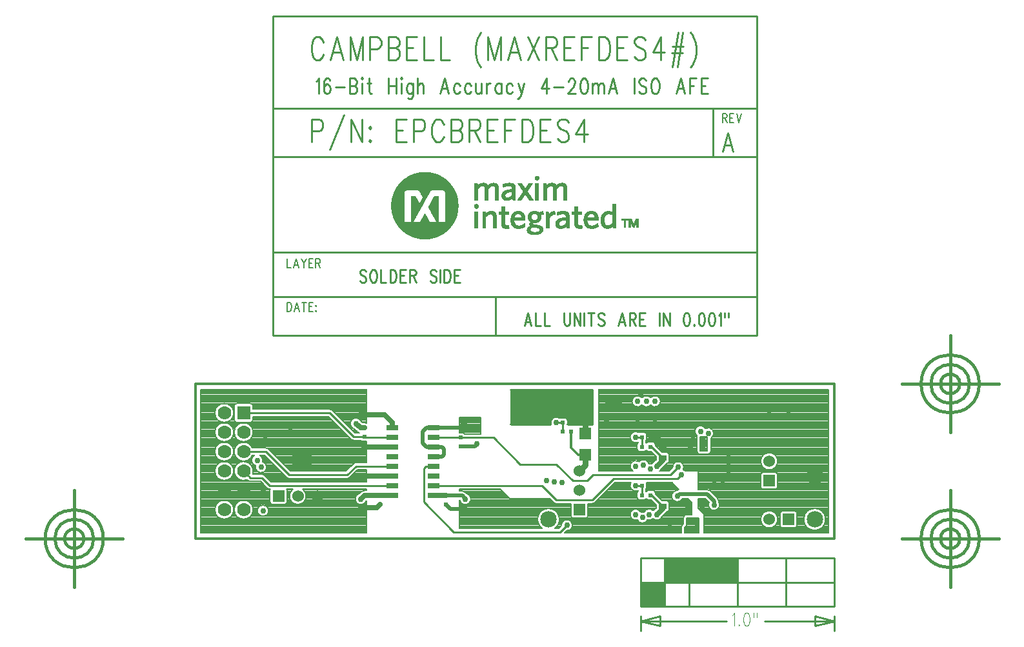
<source format=gbr>
*
*
G04 PADS 9.5 Build Number: 522968 generated Gerber (RS-274-X) file*
G04 PC Version=2.1*
*
%IN "MAXREFDES4_rev_A.pcb"*%
*
%MOIN*%
*
%FSLAX35Y35*%
*
*
*
*
G04 PC Standard Apertures*
*
*
G04 Thermal Relief Aperture macro.*
%AMTER*
1,1,$1,0,0*
1,0,$1-$2,0,0*
21,0,$3,$4,0,0,45*
21,0,$3,$4,0,0,135*
%
*
*
G04 Annular Aperture macro.*
%AMANN*
1,1,$1,0,0*
1,0,$2,0,0*
%
*
*
G04 Odd Aperture macro.*
%AMODD*
1,1,$1,0,0*
1,0,$1-0.005,0,0*
%
*
*
G04 PC Custom Aperture Macros*
*
*
*
*
*
*
G04 PC Aperture Table*
*
%ADD046C,0.015*%
%ADD048C,0.03*%
%ADD054C,0.06*%
%ADD056C,0.07*%
%ADD059C,0.085*%
%ADD084R,0.06X0.06*%
%ADD086R,0.07X0.07*%
%ADD090R,0.1X0.1*%
%ADD148C,0.02*%
%ADD159C,0.025*%
%ADD172C,0.012*%
%ADD176R,0.022X0.022*%
%ADD177C,0.01*%
%ADD180C,0.007*%
%ADD185C,0.001*%
%ADD189C,0*%
%ADD193C,0.008*%
%ADD230R,0.06X0.025*%
%ADD231R,0.04X0.03*%
%ADD232R,0.03X0.04*%
%ADD235C,0.002*%
*
*
*
*
G04 PC Circuitry*
G04 Layer Name MAXREFDES4_rev_A.pcb - circuitry*
%LPD*%
*
*
G04 PC Custom Flashes*
G04 Layer Name MAXREFDES4_rev_A.pcb - flashes*
%LPD*%
*
*
G04 PC Circuitry*
G04 Layer Name MAXREFDES4_rev_A.pcb - circuitry*
%LPD*%
*
G54D46*
G01X2071500Y1516250D02*
X2074750D01*
X2226250Y1553750D02*
Y1548750D01*
Y1543750*
Y1583750D02*
Y1553750D01*
X2206250Y1568750D02*
X2201250D01*
X2211250D02*
X2206250D01*
X2226250Y1583750D02*
Y1588750D01*
X2246250Y1568750D02*
X2251250D01*
X2241250D02*
X2246250D01*
X2211250D02*
X2241250D01*
X2231250D02*
G75*
G03X2231250I-5000J0D01*
G01X2241250D02*
G03X2241250I-15000J0D01*
G01X2236250D02*
G03X2236250I-10000J0D01*
G01X2226250Y1588750D02*
Y1593750D01*
Y1473750D02*
Y1468750D01*
Y1463750*
Y1503750D02*
Y1473750D01*
X2206250Y1488750D02*
X2201250D01*
X2211250D02*
X2206250D01*
X2226250Y1503750D02*
Y1508750D01*
X2246250Y1488750D02*
X2251250D01*
X2241250D02*
X2246250D01*
X2211250D02*
X2241250D01*
X2231250D02*
G03X2231250I-5000J0D01*
G01X2241250D02*
G03X2241250I-15000J0D01*
G01X2236250D02*
G03X2236250I-10000J0D01*
G01X2226250Y1508750D02*
Y1513750D01*
X1773750Y1473750D02*
Y1468750D01*
Y1463750*
Y1503750D02*
Y1473750D01*
X1753750Y1488750D02*
X1748750D01*
X1758750D02*
X1753750D01*
X1773750Y1503750D02*
Y1508750D01*
X1793750Y1488750D02*
X1798750D01*
X1788750D02*
X1793750D01*
X1758750D02*
X1788750D01*
X1778750D02*
G03X1778750I-5000J0D01*
G01X1788750D02*
G03X1788750I-15000J0D01*
G01X1783750D02*
G03X1783750I-10000J0D01*
G01X1773750Y1508750D02*
Y1513750D01*
G54D48*
X2037750Y1532250D02*
Y1526750D01*
X2034750Y1523750*
X2037750Y1543250D02*
Y1548750D01*
X1871250Y1503250D03*
Y1514250D03*
X1870250Y1525750D03*
X1975750Y1504250D03*
Y1509250D03*
X1921750Y1519250D03*
Y1504750D03*
Y1509250D03*
X2025750Y1517750D03*
X2021750Y1518250D03*
X2017750Y1518750D03*
X2028250Y1495750D03*
X2043250Y1498250D03*
X2067750Y1526750D03*
X2071250Y1524750D03*
X2095250Y1496750D03*
X2087750Y1501750D03*
X2104250Y1502250D03*
Y1494250D03*
X2067250Y1499750D03*
X2085750Y1525750D03*
X2081250Y1494750D03*
X2119250Y1502250D03*
X2108750Y1517250D03*
X2063750Y1516250D03*
X2104250Y1506250D03*
X2085250Y1510750D03*
X2074750Y1501250D03*
X2063750Y1526250D03*
X2111750Y1528250D03*
X2104250Y1517250D03*
X2087250Y1521750D03*
X2070750Y1501250D03*
X2085250Y1493750D03*
X2077750Y1493250D03*
X2111750Y1523750D03*
X2094750Y1493250D03*
X2074750Y1516250D03*
X2063750Y1501250D03*
X2090750Y1493250D03*
X2074750Y1526250D03*
X1868250Y1529250D03*
X1885250Y1546250D03*
X1872250Y1541750D03*
X1975250Y1548750D03*
X1919250Y1548250D03*
X1921750Y1552750D03*
Y1538250D03*
X1906750Y1528750D03*
X2033750Y1548750D03*
X2048750Y1549750D03*
X2030750Y1552250D03*
X1981750Y1537750D03*
X2022750Y1548750D03*
X2007250Y1558750D03*
X2038750Y1552250D03*
X2074750Y1541250D03*
X2111750Y1532750D03*
X2101250Y1543250D03*
X2069250Y1559750D03*
X2073750Y1548750D03*
Y1559750D03*
X2097250Y1544250D03*
X2064750Y1559750D03*
Y1548750D03*
X2132750Y1554750D03*
X2098500Y1540250D03*
X2066250Y1563750D03*
X2093250Y1540250D03*
X2063750Y1541250D03*
X2142750Y1554750D03*
G54D54*
X2132750Y1498750D03*
Y1528750D03*
X1889250Y1510750D03*
X1899250D03*
X2034750Y1513750D03*
Y1523750D03*
G54D56*
X1861250Y1543750D03*
Y1533750D03*
Y1523750D03*
Y1513750D03*
Y1503750D03*
X1851250Y1553750D03*
Y1543750D03*
Y1533750D03*
Y1523750D03*
Y1513750D03*
Y1503750D03*
G54D59*
X2156250Y1521250D03*
X2052250Y1558750D03*
X2156250Y1498750D03*
X2018750D03*
G54D84*
X2142750D03*
X2132750Y1518750D03*
X1879250Y1510750D03*
X2034750Y1503750D03*
X2037750Y1543250D03*
Y1532250D03*
G54D86*
X1861250Y1553750D03*
G54D90*
X1891250Y1528750D03*
G54D148*
X1975750Y1504250D02*
X1968000D01*
X1965750Y1506500*
X1975750Y1509250D02*
X1974250Y1511000D01*
X1965750*
X2087750Y1501750D02*
X2091500Y1505500D01*
Y1506250*
X2104250Y1502250D02*
X2100500D01*
X2098500Y1504250*
X2098000Y1504750*
Y1506250*
X2104250D02*
Y1508250D01*
X2100750Y1511750*
X2085250Y1510750D02*
X2086250Y1511750D01*
X2100750*
X1959500Y1531250D02*
X1963750D01*
X1964750Y1532250*
Y1535250*
X1963750Y1536250*
X1959500*
X1955750*
X1953750Y1538250*
Y1544250*
X1955750Y1546250*
X1959500*
X1972750*
X1975250Y1548750*
X1973250Y1536500D02*
X1980750D01*
X1981750Y1537500*
Y1537750*
X2037750Y1548750D02*
X2033750D01*
X2030500D02*
Y1552250D01*
X2030750*
X2071500Y1541250D02*
X2074750D01*
G54D159*
X1921750Y1519250D02*
X1923750Y1521250D01*
X1938000*
X1921750Y1504750D02*
X1930000D01*
X1931750Y1506500*
X1921750Y1509250D02*
X1923750Y1511000D01*
X1931750*
X1965750D02*
X1965500Y1511250D01*
X1959500*
X1931750Y1511000D02*
X1932000Y1511250D01*
X1938000*
X2074750Y1501250D02*
X2077750Y1504250D01*
Y1505500*
X2074750Y1526250D02*
X2077750Y1529250D01*
Y1530500*
X1938000Y1546250D02*
Y1548750D01*
X1934000Y1552750*
X1921750*
X1938000Y1536250D02*
X1923750D01*
X1921750Y1538250*
X1923750Y1546000D02*
X1921750D01*
X1919250Y1548250*
X2077750Y1537000D02*
Y1538250D01*
X2074750Y1541250*
G54D172*
X2037750Y1532250D02*
X2034000D01*
X2030500Y1535750*
Y1544250*
X1836250Y1488750D02*
Y1568750D01*
X2166250*
Y1488750*
X1836250*
G54D176*
X1931750Y1511000D03*
Y1506500D03*
X1965750Y1511000D03*
Y1506500D03*
X2026000Y1544250D03*
X2030500D03*
Y1548750D03*
X2026000D03*
X2067000Y1536250D03*
X2071500D03*
Y1541250D03*
X2067000D03*
X1923750Y1541500D03*
Y1546000D03*
X1973250Y1536500D03*
Y1541000D03*
X2067000Y1511250D03*
X2071500D03*
Y1516250D03*
X2067000D03*
G54D177*
X1884750Y1521750D02*
X1914750D01*
X1919250Y1526250*
X1938000*
X1884750Y1521750D02*
X1872750Y1533750D01*
X1861250*
X1938000Y1516250D02*
X1874750D01*
X1870750Y1520250*
X1864750*
X1861250Y1523750*
X1969750Y1492250D02*
X2024750D01*
X2028250Y1495750*
X1969750Y1492250D02*
X1954250Y1507750D01*
Y1525250*
X1955250Y1526250*
X1959500*
X2041250Y1508750D02*
X2052250Y1519750D01*
X2085250*
X2031250Y1518750D02*
X2038750D01*
X2041750Y1521750*
X2081750*
X2085750Y1525750*
X2031250Y1518750D02*
X2022750Y1527250D01*
X2004000*
X1990250Y1541000*
X1973250*
X2022750Y1508750D02*
X2015250Y1516250D01*
X1959500*
X2022750Y1508750D02*
X2041250D01*
X2063750Y1516250D02*
X2067000D01*
X2085250Y1519750D02*
X2087250Y1521750D01*
X2067000Y1511250D02*
Y1516250D01*
X2077750Y1505500D02*
X2072000Y1511250D01*
X2071500*
X1938000Y1541250D02*
X1924000D01*
X1923750Y1541500*
X1973250Y1541000D02*
X1973000Y1541250D01*
X1959500*
X1923750Y1541500D02*
X1918000D01*
X1905750Y1553750*
X1861250*
X2022750Y1548750D02*
X2026000D01*
Y1544250*
X2098500Y1535750D02*
Y1540250D01*
X2063750Y1541250D02*
X2067000D01*
X2077750Y1530500D02*
X2072000Y1536250D01*
X2071500*
X2067000D02*
Y1541250D01*
X2041500Y1547800D02*
Y1565700D01*
G03X2041450Y1565750I-50J-0*
G01X1999300*
G03X1999250Y1565700I0J-50*
G01Y1547800*
G03X1999300Y1547750I50J0*
G01X2019852*
G03X2019899Y1547816I-0J50*
G01X2024371Y1551274D02*
G03X2019899Y1547816I-1621J-2524D01*
G01X2024371Y1551274D02*
G03X2024414Y1551269I27J42D01*
G01X2024900Y1551350D02*
G03X2024414Y1551269I0J-1500D01*
G01X2024900Y1551350D02*
X2027100D01*
X2028600Y1549850D02*
G03X2027100Y1551350I-1500J0D01*
G01X2028600Y1549850D02*
Y1547800D01*
G03X2028650Y1547750I50J0*
G01X2041450*
G03X2041500Y1547800I0J50*
G01X1999250Y1564849D02*
X2041500D01*
X1999250Y1563949D02*
X2041500D01*
X1999250Y1563049D02*
X2041500D01*
X1999250Y1562149D02*
X2041500D01*
X1999250Y1561249D02*
X2041500D01*
X1999250Y1560349D02*
X2041500D01*
X1999250Y1559449D02*
X2041500D01*
X1999250Y1558549D02*
X2041500D01*
X1999250Y1557649D02*
X2041500D01*
X1999250Y1556749D02*
X2041500D01*
X1999250Y1555849D02*
X2041500D01*
X1999250Y1554949D02*
X2041500D01*
X1999250Y1554049D02*
X2041500D01*
X1999250Y1553149D02*
X2041500D01*
X1999250Y1552249D02*
X2041500D01*
X2027163Y1551349D02*
X2041500D01*
X2028475Y1550449D02*
X2041500D01*
X2028600Y1549549D02*
X2041500D01*
X2028600Y1548649D02*
X2041500D01*
X1999289Y1565749D02*
X2041461D01*
X2024249Y1551349D02*
X2024837D01*
X1999250D02*
X2021251D01*
X1999250Y1550449D02*
X2020277D01*
X1999250Y1549549D02*
X2019858D01*
X1999250Y1548649D02*
X2019752D01*
X2066250Y1453750D02*
X2166250D01*
Y1478750*
X2066250*
Y1453750*
Y1446250D02*
X2110750D01*
X2066250D02*
X2076250Y1448750D01*
Y1443750*
X2066250Y1446250*
X2166250D02*
X2130386D01*
X2166250D02*
X2156250Y1443750D01*
Y1448750*
X2166250Y1446250*
X2066250Y1448750D02*
Y1441250D01*
X2166250Y1448750D02*
Y1441250D01*
X2068250Y1453750D02*
Y1466250D01*
X2069250Y1453750D02*
Y1466250D01*
X2070250D02*
Y1453750D01*
X2071250Y1466250D02*
Y1453750D01*
X2072250Y1466250D02*
Y1453750D01*
X2073250Y1466250D02*
Y1453750D01*
X2074250Y1466250D02*
Y1453750D01*
X2075250Y1466250D02*
Y1453750D01*
X2076250D02*
Y1466250D01*
X2077250Y1453750D02*
Y1466250D01*
X2080250D02*
Y1478750D01*
X2081250Y1466250D02*
Y1478750D01*
X2082250D02*
Y1466250D01*
X2083250Y1478750D02*
Y1466250D01*
X2084250Y1478750D02*
Y1466250D01*
X2085250Y1478750D02*
Y1466250D01*
X2086250Y1478750D02*
Y1466250D01*
X2087250Y1478750D02*
Y1466250D01*
X2088250D02*
Y1478750D01*
X2089250Y1466250D02*
Y1478750D01*
X2078750Y1453750D02*
Y1478750D01*
X2091250Y1453750D02*
Y1478750D01*
X2066250Y1466250D02*
X2166250D01*
X2141250Y1453750D02*
Y1478750D01*
X2116250Y1453750D02*
Y1478750D01*
X2067250Y1453750D02*
Y1466250D01*
X2077750Y1453750D02*
Y1466250D01*
X2079750D02*
Y1478750D01*
X2090250Y1466250D02*
Y1478750D01*
X2093250Y1466250D02*
Y1478750D01*
X2092250Y1466250D02*
Y1478750D01*
X2094250Y1466250D02*
Y1478750D01*
X2095250D02*
Y1466250D01*
X2096250Y1478750D02*
Y1466250D01*
X2097250Y1478750D02*
Y1466250D01*
X2098250Y1478750D02*
Y1466250D01*
X2099250Y1478750D02*
Y1466250D01*
X2101250D02*
Y1478750D01*
X2100250D02*
Y1466250D01*
X2102250D02*
Y1478750D01*
X2103250Y1466250D02*
Y1478750D01*
X2105250Y1466250D02*
Y1478750D01*
X2104250Y1466250D02*
Y1478750D01*
X2106250Y1466250D02*
Y1478750D01*
X2107250D02*
Y1466250D01*
X2108250Y1478750D02*
Y1466250D01*
X2109250Y1478750D02*
Y1466250D01*
X2110250Y1478750D02*
Y1466250D01*
X2111250Y1478750D02*
Y1466250D01*
X2112250Y1478750D02*
Y1466250D01*
X2113250D02*
Y1478750D01*
X2114250Y1466250D02*
Y1478750D01*
X2115250Y1466250D02*
Y1478750D01*
X2126250Y1593750D02*
Y1758750D01*
X1876250*
Y1593750*
X2126250*
X2103750Y1711250D02*
Y1686250D01*
X2126250Y1711250D02*
X1876250D01*
X2126250Y1686250D02*
X1876250D01*
X2126250Y1613750D02*
X1876250D01*
X2126250Y1636950D02*
X1876250D01*
X1991250Y1593750D02*
Y1613750D01*
X1898750Y1725125D02*
X1899295Y1725500D01*
X1900114Y1726625*
Y1718750*
X1905841Y1725500D02*
X1905568Y1726250D01*
X1904750Y1726625*
X1904205*
X1903386Y1726250*
X1902841Y1725125*
X1902568Y1723250*
Y1721375*
X1902841Y1719875*
X1903386Y1719125*
X1904205Y1718750*
X1904477*
X1905295Y1719125*
X1905841Y1719875*
X1906114Y1721000*
Y1721375*
X1905841Y1722500*
X1905295Y1723250*
X1904477Y1723625*
X1904205*
X1903386Y1723250*
X1902841Y1722500*
X1902568Y1721375*
X1908568Y1722125D02*
X1913477D01*
X1915932Y1726625D02*
Y1718750D01*
Y1726625D02*
X1918386D01*
X1919205Y1726250*
X1919477Y1725875*
X1919750Y1725125*
Y1724375*
X1919477Y1723625*
X1919205Y1723250*
X1918386Y1722875*
X1915932D02*
X1918386D01*
X1919205Y1722500*
X1919477Y1722125*
X1919750Y1721375*
Y1720250*
X1919477Y1719500*
X1919205Y1719125*
X1918386Y1718750*
X1915932*
X1922205Y1726625D02*
X1922477Y1726250D01*
X1922750Y1726625*
X1922477Y1727000*
X1922205Y1726625*
X1922477Y1724000D02*
Y1718750D01*
X1926023Y1726625D02*
Y1720250D01*
X1926295Y1719125*
X1926841Y1718750*
X1927386*
X1925205Y1724000D02*
X1927114D01*
X1936114Y1726625D02*
Y1718750D01*
X1939932Y1726625D02*
Y1718750D01*
X1936114Y1722875D02*
X1939932D01*
X1942386Y1726625D02*
X1942659Y1726250D01*
X1942932Y1726625*
X1942659Y1727000*
X1942386Y1726625*
X1942659Y1724000D02*
Y1718750D01*
X1948659Y1724000D02*
Y1718000D01*
X1948386Y1716875*
X1948114Y1716500*
X1947568Y1716125*
X1946750*
X1946205Y1716500*
X1948659Y1722875D02*
X1948114Y1723625D01*
X1947568Y1724000*
X1946750*
X1946205Y1723625*
X1945659Y1722875*
X1945386Y1721750*
Y1721000*
X1945659Y1719875*
X1946205Y1719125*
X1946750Y1718750*
X1947568*
X1948114Y1719125*
X1948659Y1719875*
X1951114Y1726625D02*
Y1718750D01*
Y1722500D02*
X1951932Y1723625D01*
X1952477Y1724000*
X1953295*
X1953841Y1723625*
X1954114Y1722500*
Y1718750*
X1965023Y1726625D02*
X1962841Y1718750D01*
X1965023Y1726625D02*
X1967205Y1718750D01*
X1963659Y1721375D02*
X1966386D01*
X1972932Y1722875D02*
X1972386Y1723625D01*
X1971841Y1724000*
X1971023*
X1970477Y1723625*
X1969932Y1722875*
X1969659Y1721750*
Y1721000*
X1969932Y1719875*
X1970477Y1719125*
X1971023Y1718750*
X1971841*
X1972386Y1719125*
X1972932Y1719875*
X1978659Y1722875D02*
X1978114Y1723625D01*
X1977568Y1724000*
X1976750*
X1976205Y1723625*
X1975659Y1722875*
X1975386Y1721750*
Y1721000*
X1975659Y1719875*
X1976205Y1719125*
X1976750Y1718750*
X1977568*
X1978114Y1719125*
X1978659Y1719875*
X1981114Y1724000D02*
Y1720250D01*
X1981386Y1719125*
X1981932Y1718750*
X1982750*
X1983295Y1719125*
X1984114Y1720250*
Y1724000D02*
Y1718750D01*
X1986568Y1724000D02*
Y1718750D01*
Y1721750D02*
X1986841Y1722875D01*
X1987386Y1723625*
X1987932Y1724000*
X1988750*
X1994477D02*
Y1718750D01*
Y1722875D02*
X1993932Y1723625D01*
X1993386Y1724000*
X1992568*
X1992023Y1723625*
X1991477Y1722875*
X1991205Y1721750*
Y1721000*
X1991477Y1719875*
X1992023Y1719125*
X1992568Y1718750*
X1993386*
X1993932Y1719125*
X1994477Y1719875*
X2000205Y1722875D02*
X1999659Y1723625D01*
X1999114Y1724000*
X1998295*
X1997750Y1723625*
X1997205Y1722875*
X1996932Y1721750*
Y1721000*
X1997205Y1719875*
X1997750Y1719125*
X1998295Y1718750*
X1999114*
X1999659Y1719125*
X2000205Y1719875*
X2002932Y1724000D02*
X2004568Y1718750D01*
X2006205Y1724000D02*
X2004568Y1718750D01*
X2004023Y1717250*
X2003477Y1716500*
X2002932Y1716125*
X2002659*
X2017659Y1726625D02*
X2014932Y1721375D01*
X2019023*
X2017659Y1726625D02*
Y1718750D01*
X2021477Y1722125D02*
X2026386D01*
X2029114Y1724750D02*
Y1725125D01*
X2029386Y1725875*
X2029659Y1726250*
X2030205Y1726625*
X2031295*
X2031841Y1726250*
X2032114Y1725875*
X2032386Y1725125*
Y1724375*
X2032114Y1723625*
X2031568Y1722500*
X2028841Y1718750*
X2032659*
X2036750Y1726625D02*
X2035932Y1726250D01*
X2035386Y1725125*
X2035114Y1723250*
Y1722125*
X2035386Y1720250*
X2035932Y1719125*
X2036750Y1718750*
X2037295*
X2038114Y1719125*
X2038659Y1720250*
X2038932Y1722125*
Y1723250*
X2038659Y1725125*
X2038114Y1726250*
X2037295Y1726625*
X2036750*
X2041386Y1724000D02*
Y1718750D01*
Y1722500D02*
X2042205Y1723625D01*
X2042750Y1724000*
X2043568*
X2044114Y1723625*
X2044386Y1722500*
Y1718750*
Y1722500D02*
X2045205Y1723625D01*
X2045750Y1724000*
X2046568*
X2047114Y1723625*
X2047386Y1722500*
Y1718750*
X2052023Y1726625D02*
X2049841Y1718750D01*
X2052023Y1726625D02*
X2054205Y1718750D01*
X2050659Y1721375D02*
X2053386D01*
X2062932Y1726625D02*
Y1718750D01*
X2069205Y1725500D02*
X2068659Y1726250D01*
X2067841Y1726625*
X2066750*
X2065932Y1726250*
X2065386Y1725500*
Y1724750*
X2065659Y1724000*
X2065932Y1723625*
X2066477Y1723250*
X2068114Y1722500*
X2068659Y1722125*
X2068932Y1721750*
X2069205Y1721000*
Y1719875*
X2068659Y1719125*
X2067841Y1718750*
X2066750*
X2065932Y1719125*
X2065386Y1719875*
X2073295Y1726625D02*
X2072750Y1726250D01*
X2072205Y1725500*
X2071932Y1724750*
X2071659Y1723625*
Y1721750*
X2071932Y1720625*
X2072205Y1719875*
X2072750Y1719125*
X2073295Y1718750*
X2074386*
X2074932Y1719125*
X2075477Y1719875*
X2075750Y1720625*
X2076023Y1721750*
Y1723625*
X2075750Y1724750*
X2075477Y1725500*
X2074932Y1726250*
X2074386Y1726625*
X2073295*
X2086932D02*
X2084750Y1718750D01*
X2086932Y1726625D02*
X2089114Y1718750D01*
X2085568Y1721375D02*
X2088295D01*
X2091568Y1726625D02*
Y1718750D01*
Y1726625D02*
X2095114D01*
X2091568Y1722875D02*
X2093750D01*
X2097568Y1726625D02*
Y1718750D01*
Y1726625D02*
X2101114D01*
X2097568Y1722875D02*
X2099750D01*
X2097568Y1718750D02*
X2101114D01*
X1902386Y1745250D02*
X1901977Y1746375D01*
X1901159Y1747500*
X1900341Y1748063*
X1900341D02*
X1898705D01*
X1898705D02*
X1897886Y1747500D01*
X1897068Y1746375*
X1896659Y1745250*
X1896250Y1743563*
X1896250D02*
Y1740750D01*
X1896659Y1739063*
X1896659D02*
X1897068Y1737938D01*
X1897068D02*
X1897886Y1736813D01*
X1897886D02*
X1898705Y1736250D01*
X1900341*
X1901159Y1736813*
X1901159D02*
X1901977Y1737938D01*
X1901977D02*
X1902386Y1739063D01*
X1909341Y1748063D02*
X1906068Y1736250D01*
X1909341Y1748063D02*
X1912614Y1736250D01*
X1907295Y1740188D02*
X1911386D01*
X1916295Y1748063D02*
Y1736250D01*
Y1748063D02*
X1919568Y1736250D01*
X1922841Y1748063D02*
X1919568Y1736250D01*
X1922841Y1748063D02*
Y1736250D01*
X1926523Y1748063D02*
Y1736250D01*
Y1748063D02*
X1930205D01*
X1930205D02*
X1931432Y1747500D01*
X1931841Y1746938*
X1931841D02*
X1932250Y1745813D01*
X1932250D02*
Y1744125D01*
X1931841Y1743000*
X1931432Y1742438*
X1931432D02*
X1930205Y1741875D01*
X1926523*
X1935932Y1748063D02*
Y1736250D01*
Y1748063D02*
X1939614D01*
X1939614D02*
X1940841Y1747500D01*
X1941250Y1746938*
X1941250D02*
X1941659Y1745813D01*
X1941659D02*
Y1744688D01*
X1941659D02*
X1941250Y1743563D01*
X1941250D02*
X1940841Y1743000D01*
X1939614Y1742438*
X1935932D02*
X1939614D01*
X1939614D02*
X1940841Y1741875D01*
X1941250Y1741313*
X1941250D02*
X1941659Y1740188D01*
X1941659D02*
Y1738500D01*
X1941250Y1737375*
X1940841Y1736813*
X1940841D02*
X1939614Y1736250D01*
X1935932*
X1945341Y1748063D02*
Y1736250D01*
Y1748063D02*
X1950659D01*
X1945341Y1742438D02*
X1948614D01*
X1945341Y1736250D02*
X1950659D01*
X1954341Y1748063D02*
Y1736250D01*
X1959250*
X1962932Y1748063D02*
Y1736250D01*
X1967841*
X1983795Y1750313D02*
X1982977Y1749188D01*
X1982977D02*
X1982159Y1747500D01*
X1981341Y1745250*
X1980932Y1742438*
X1980932D02*
Y1740188D01*
X1980932D02*
X1981341Y1737375D01*
X1982159Y1735125*
X1982977Y1733437*
X1982977D02*
X1983795Y1732312D01*
X1987477Y1748063D02*
Y1736250D01*
Y1748063D02*
X1990750Y1736250D01*
X1994023Y1748063D02*
X1990750Y1736250D01*
X1994023Y1748063D02*
Y1736250D01*
X2000977Y1748063D02*
X1997705Y1736250D01*
X2000977Y1748063D02*
X2004250Y1736250D01*
X1998932Y1740188D02*
X2003023D01*
X2007932Y1748063D02*
X2013659Y1736250D01*
Y1748063D02*
X2007932Y1736250D01*
X2017341Y1748063D02*
Y1736250D01*
Y1748063D02*
X2021023D01*
X2021023D02*
X2022250Y1747500D01*
X2022659Y1746938*
X2022659D02*
X2023068Y1745813D01*
X2023068D02*
Y1744688D01*
X2023068D02*
X2022659Y1743563D01*
X2022659D02*
X2022250Y1743000D01*
X2021023Y1742438*
X2021023D02*
X2017341D01*
X2020205D02*
X2023068Y1736250D01*
X2026750Y1748063D02*
Y1736250D01*
Y1748063D02*
X2032068D01*
X2026750Y1742438D02*
X2030023D01*
X2026750Y1736250D02*
X2032068D01*
X2035750Y1748063D02*
Y1736250D01*
Y1748063D02*
X2041068D01*
X2035750Y1742438D02*
X2039023D01*
X2044750Y1748063D02*
Y1736250D01*
Y1748063D02*
X2047614D01*
X2047614D02*
X2048841Y1747500D01*
X2049659Y1746375*
X2050068Y1745250*
X2050477Y1743563*
X2050477D02*
Y1740750D01*
X2050068Y1739063*
X2050068D02*
X2049659Y1737938D01*
X2049659D02*
X2048841Y1736813D01*
X2048841D02*
X2047614Y1736250D01*
X2044750*
X2054159Y1748063D02*
Y1736250D01*
Y1748063D02*
X2059477D01*
X2054159Y1742438D02*
X2057432D01*
X2054159Y1736250D02*
X2059477D01*
X2068886Y1746375D02*
X2068068Y1747500D01*
X2066841Y1748063*
X2066841D02*
X2065205D01*
X2065205D02*
X2063977Y1747500D01*
X2063159Y1746375*
Y1745250*
X2063568Y1744125*
X2063977Y1743563*
X2063977D02*
X2064795Y1743000D01*
X2067250Y1741875*
X2068068Y1741313*
X2068068D02*
X2068477Y1740750D01*
X2068886Y1739625*
Y1737938*
X2068886D02*
X2068068Y1736813D01*
X2068068D02*
X2066841Y1736250D01*
X2065205*
X2063977Y1736813*
X2063977D02*
X2063159Y1737938D01*
X2076659Y1748063D02*
X2072568Y1740188D01*
X2072568D02*
X2078705D01*
X2076659Y1748063D02*
Y1736250D01*
X2085659Y1750313D02*
X2082795Y1732312D01*
X2088114Y1750313D02*
X2085250Y1732312D01*
X2082795Y1743000D02*
X2088523D01*
X2082386Y1739625D02*
X2088114D01*
X2092205Y1750313D02*
X2093023Y1749188D01*
X2093023D02*
X2093841Y1747500D01*
X2094659Y1745250*
X2095068Y1742438*
X2095068D02*
Y1740188D01*
X2095068D02*
X2094659Y1737375D01*
X2093841Y1735125*
X2093023Y1733437*
X2093023D02*
X2092205Y1732312D01*
X1896250Y1705563D02*
Y1693750D01*
Y1705563D02*
X1899932D01*
X1899932D02*
X1901159Y1705000D01*
X1901568Y1704438*
X1901568D02*
X1901977Y1703313D01*
X1901977D02*
Y1701625D01*
X1901568Y1700500*
X1901159Y1699938*
X1901159D02*
X1899932Y1699375D01*
X1896250*
X1913023Y1707813D02*
X1905659Y1689812D01*
X1916705Y1705563D02*
Y1693750D01*
Y1705563D02*
X1922432Y1693750D01*
Y1705563D02*
Y1693750D01*
X1926523Y1701625D02*
X1926114Y1701063D01*
X1926114D02*
X1926523Y1700500D01*
X1926932Y1701063*
X1926932D02*
X1926523Y1701625D01*
Y1694875D02*
X1926114Y1694313D01*
X1926114D02*
X1926523Y1693750D01*
X1926932Y1694313*
X1926932D02*
X1926523Y1694875D01*
X1940023Y1705563D02*
Y1693750D01*
Y1705563D02*
X1945341D01*
X1940023Y1699938D02*
X1943295D01*
X1940023Y1693750D02*
X1945341D01*
X1949023Y1705563D02*
Y1693750D01*
Y1705563D02*
X1952705D01*
X1952705D02*
X1953932Y1705000D01*
X1954341Y1704438*
X1954341D02*
X1954750Y1703313D01*
X1954750D02*
Y1701625D01*
X1954341Y1700500*
X1953932Y1699938*
X1953932D02*
X1952705Y1699375D01*
X1949023*
X1964568Y1702750D02*
X1964159Y1703875D01*
X1963341Y1705000*
X1962523Y1705563*
X1962523D02*
X1960886D01*
X1960886D02*
X1960068Y1705000D01*
X1959250Y1703875*
X1958841Y1702750*
X1958432Y1701063*
X1958432D02*
Y1698250D01*
X1958841Y1696563*
X1958841D02*
X1959250Y1695438D01*
X1959250D02*
X1960068Y1694313D01*
X1960068D02*
X1960886Y1693750D01*
X1962523*
X1963341Y1694313*
X1963341D02*
X1964159Y1695438D01*
X1964159D02*
X1964568Y1696563D01*
X1968250Y1705563D02*
Y1693750D01*
Y1705563D02*
X1971932D01*
X1971932D02*
X1973159Y1705000D01*
X1973568Y1704438*
X1973568D02*
X1973977Y1703313D01*
X1973977D02*
Y1702188D01*
X1973977D02*
X1973568Y1701063D01*
X1973568D02*
X1973159Y1700500D01*
X1971932Y1699938*
X1968250D02*
X1971932D01*
X1971932D02*
X1973159Y1699375D01*
X1973568Y1698813*
X1973568D02*
X1973977Y1697688D01*
X1973977D02*
Y1696000D01*
X1973568Y1694875*
X1973159Y1694313*
X1973159D02*
X1971932Y1693750D01*
X1968250*
X1977659Y1705563D02*
Y1693750D01*
Y1705563D02*
X1981341D01*
X1981341D02*
X1982568Y1705000D01*
X1982977Y1704438*
X1982977D02*
X1983386Y1703313D01*
X1983386D02*
Y1702188D01*
X1983386D02*
X1982977Y1701063D01*
X1982977D02*
X1982568Y1700500D01*
X1981341Y1699938*
X1981341D02*
X1977659D01*
X1980523D02*
X1983386Y1693750D01*
X1987068Y1705563D02*
Y1693750D01*
Y1705563D02*
X1992386D01*
X1987068Y1699938D02*
X1990341D01*
X1987068Y1693750D02*
X1992386D01*
X1996068Y1705563D02*
Y1693750D01*
Y1705563D02*
X2001386D01*
X1996068Y1699938D02*
X1999341D01*
X2005068Y1705563D02*
Y1693750D01*
Y1705563D02*
X2007932D01*
X2007932D02*
X2009159Y1705000D01*
X2009977Y1703875*
X2010386Y1702750*
X2010795Y1701063*
X2010795D02*
Y1698250D01*
X2010386Y1696563*
X2010386D02*
X2009977Y1695438D01*
X2009977D02*
X2009159Y1694313D01*
X2009159D02*
X2007932Y1693750D01*
X2005068*
X2014477Y1705563D02*
Y1693750D01*
Y1705563D02*
X2019795D01*
X2014477Y1699938D02*
X2017750D01*
X2014477Y1693750D02*
X2019795D01*
X2029205Y1703875D02*
X2028386Y1705000D01*
X2027159Y1705563*
X2027159D02*
X2025523D01*
X2025523D02*
X2024295Y1705000D01*
X2023477Y1703875*
Y1702750*
X2023886Y1701625*
X2024295Y1701063*
X2024295D02*
X2025114Y1700500D01*
X2027568Y1699375*
X2028386Y1698813*
X2028386D02*
X2028795Y1698250D01*
X2029205Y1697125*
Y1695438*
X2029205D02*
X2028386Y1694313D01*
X2028386D02*
X2027159Y1693750D01*
X2025523*
X2024295Y1694313*
X2024295D02*
X2023477Y1695438D01*
X2036977Y1705563D02*
X2032886Y1697688D01*
X2032886D02*
X2039023D01*
X2036977Y1705563D02*
Y1693750D01*
X2111477Y1698594D02*
X2108750Y1688750D01*
X2111477Y1698594D02*
X2114205Y1688750D01*
X2109773Y1692031D02*
X2113182D01*
X2008068Y1605313D02*
X2006250Y1598750D01*
X2008068Y1605313D02*
X2009886Y1598750D01*
X2006932Y1600938D02*
X2009205D01*
X2011932Y1605313D02*
Y1598750D01*
X2014659*
X2016705Y1605313D02*
Y1598750D01*
X2019432*
X2026705Y1605313D02*
Y1600625D01*
X2026932Y1599688*
X2026932D02*
X2027386Y1599063D01*
X2027386D02*
X2028068Y1598750D01*
X2028523*
X2029205Y1599063*
X2029205D02*
X2029659Y1599688D01*
X2029659D02*
X2029886Y1600625D01*
Y1605313*
X2031932D02*
Y1598750D01*
Y1605313D02*
X2035114Y1598750D01*
Y1605313D02*
Y1598750D01*
X2037159Y1605313D02*
Y1598750D01*
X2040795Y1605313D02*
Y1598750D01*
X2039205Y1605313D02*
X2042386D01*
X2047614Y1604375D02*
X2047159Y1605000D01*
X2046477Y1605313*
X2046477D02*
X2045568D01*
X2045568D02*
X2044886Y1605000D01*
X2044432Y1604375*
Y1603750*
X2044659Y1603125*
X2044886Y1602813*
X2044886D02*
X2045341Y1602500D01*
X2046705Y1601875*
X2047159Y1601563*
X2047159D02*
X2047386Y1601250D01*
X2047614Y1600625*
Y1599688*
X2047614D02*
X2047159Y1599063D01*
X2047159D02*
X2046477Y1598750D01*
X2045568*
X2044886Y1599063*
X2044886D02*
X2044432Y1599688D01*
X2056705Y1605313D02*
X2054886Y1598750D01*
X2056705Y1605313D02*
X2058523Y1598750D01*
X2055568Y1600938D02*
X2057841D01*
X2060568Y1605313D02*
Y1598750D01*
Y1605313D02*
X2062614D01*
X2062614D02*
X2063295Y1605000D01*
X2063523Y1604688*
X2063523D02*
X2063750Y1604063D01*
X2063750D02*
Y1603438D01*
X2063750D02*
X2063523Y1602813D01*
X2063523D02*
X2063295Y1602500D01*
X2062614Y1602188*
X2062614D02*
X2060568D01*
X2062159D02*
X2063750Y1598750D01*
X2065795Y1605313D02*
Y1598750D01*
Y1605313D02*
X2068750D01*
X2065795Y1602188D02*
X2067614D01*
X2065795Y1598750D02*
X2068750D01*
X2076023Y1605313D02*
Y1598750D01*
X2078068Y1605313D02*
Y1598750D01*
Y1605313D02*
X2081250Y1598750D01*
Y1605313D02*
Y1598750D01*
X2089886Y1605313D02*
X2089205Y1605000D01*
X2088750Y1604063*
X2088750D02*
X2088523Y1602500D01*
Y1601563*
X2088523D02*
X2088750Y1600000D01*
X2089205Y1599063*
X2089205D02*
X2089886Y1598750D01*
X2090341*
X2091023Y1599063*
X2091023D02*
X2091477Y1600000D01*
X2091705Y1601563*
X2091705D02*
Y1602500D01*
X2091477Y1604063*
X2091477D02*
X2091023Y1605000D01*
X2090341Y1605313*
X2090341D02*
X2089886D01*
X2093977Y1599375D02*
X2093750Y1599063D01*
X2093750D02*
X2093977Y1598750D01*
X2094205Y1599063*
X2094205D02*
X2093977Y1599375D01*
X2097614Y1605313D02*
X2096932Y1605000D01*
X2096477Y1604063*
X2096477D02*
X2096250Y1602500D01*
Y1601563*
X2096250D02*
X2096477Y1600000D01*
X2096932Y1599063*
X2096932D02*
X2097614Y1598750D01*
X2098068*
X2098750Y1599063*
X2098750D02*
X2099205Y1600000D01*
X2099432Y1601563*
X2099432D02*
Y1602500D01*
X2099205Y1604063*
X2099205D02*
X2098750Y1605000D01*
X2098068Y1605313*
X2098068D02*
X2097614D01*
X2102841D02*
X2102159Y1605000D01*
X2101705Y1604063*
X2101705D02*
X2101477Y1602500D01*
Y1601563*
X2101477D02*
X2101705Y1600000D01*
X2102159Y1599063*
X2102159D02*
X2102841Y1598750D01*
X2103295*
X2103977Y1599063*
X2103977D02*
X2104432Y1600000D01*
X2104659Y1601563*
X2104659D02*
Y1602500D01*
X2104432Y1604063*
X2104432D02*
X2103977Y1605000D01*
X2103295Y1605313*
X2103295D02*
X2102841D01*
X2106705Y1604063D02*
X2107159Y1604375D01*
X2107841Y1605313*
X2107841D02*
Y1598750D01*
X2109886Y1605313D02*
Y1603125D01*
X2111705Y1605313D02*
Y1603125D01*
X1924432Y1626875D02*
X1923977Y1627500D01*
X1923295Y1627813*
X1923295D02*
X1922386D01*
X1922386D02*
X1921705Y1627500D01*
X1921250Y1626875*
Y1626250*
X1921477Y1625625*
X1921705Y1625313*
X1921705D02*
X1922159Y1625000D01*
X1923523Y1624375*
X1923977Y1624063*
X1923977D02*
X1924205Y1623750D01*
X1924432Y1623125*
Y1622188*
X1924432D02*
X1923977Y1621563D01*
X1923977D02*
X1923295Y1621250D01*
X1922386*
X1921705Y1621563*
X1921705D02*
X1921250Y1622188D01*
X1927841Y1627813D02*
X1927386Y1627500D01*
X1926932Y1626875*
X1926705Y1626250*
X1926477Y1625313*
X1926477D02*
Y1623750D01*
X1926705Y1622813*
X1926705D02*
X1926932Y1622188D01*
X1926932D02*
X1927386Y1621563D01*
X1927386D02*
X1927841Y1621250D01*
X1928750*
X1929205Y1621563*
X1929205D02*
X1929659Y1622188D01*
X1929659D02*
X1929886Y1622813D01*
X1929886D02*
X1930114Y1623750D01*
Y1625313*
X1930114D02*
X1929886Y1626250D01*
X1929659Y1626875*
X1929205Y1627500*
X1928750Y1627813*
X1928750D02*
X1927841D01*
X1932159D02*
Y1621250D01*
X1934886*
X1936932Y1627813D02*
Y1621250D01*
Y1627813D02*
X1938523D01*
X1938523D02*
X1939205Y1627500D01*
X1939659Y1626875*
X1939886Y1626250*
X1940114Y1625313*
X1940114D02*
Y1623750D01*
X1939886Y1622813*
X1939886D02*
X1939659Y1622188D01*
X1939659D02*
X1939205Y1621563D01*
X1939205D02*
X1938523Y1621250D01*
X1936932*
X1942159Y1627813D02*
Y1621250D01*
Y1627813D02*
X1945114D01*
X1942159Y1624688D02*
X1943977D01*
X1942159Y1621250D02*
X1945114D01*
X1947159Y1627813D02*
Y1621250D01*
Y1627813D02*
X1949205D01*
X1949205D02*
X1949886Y1627500D01*
X1950114Y1627188*
X1950114D02*
X1950341Y1626563D01*
X1950341D02*
Y1625938D01*
X1950341D02*
X1950114Y1625313D01*
X1950114D02*
X1949886Y1625000D01*
X1949205Y1624688*
X1949205D02*
X1947159D01*
X1948750D02*
X1950341Y1621250D01*
X1960795Y1626875D02*
X1960341Y1627500D01*
X1959659Y1627813*
X1959659D02*
X1958750D01*
X1958750D02*
X1958068Y1627500D01*
X1957614Y1626875*
Y1626250*
X1957841Y1625625*
X1958068Y1625313*
X1958068D02*
X1958523Y1625000D01*
X1959886Y1624375*
X1960341Y1624063*
X1960341D02*
X1960568Y1623750D01*
X1960795Y1623125*
Y1622188*
X1960795D02*
X1960341Y1621563D01*
X1960341D02*
X1959659Y1621250D01*
X1958750*
X1958068Y1621563*
X1958068D02*
X1957614Y1622188D01*
X1962841Y1627813D02*
Y1621250D01*
X1964886Y1627813D02*
Y1621250D01*
Y1627813D02*
X1966477D01*
X1966477D02*
X1967159Y1627500D01*
X1967614Y1626875*
X1967841Y1626250*
X1968068Y1625313*
X1968068D02*
Y1623750D01*
X1967841Y1622813*
X1967841D02*
X1967614Y1622188D01*
X1967614D02*
X1967159Y1621563D01*
X1967159D02*
X1966477Y1621250D01*
X1964886*
X1970114Y1627813D02*
Y1621250D01*
Y1627813D02*
X1973068D01*
X1970114Y1624688D02*
X1971932D01*
X1970114Y1621250D02*
X1973068D01*
G54D180*
X1883750Y1610844D02*
Y1606250D01*
Y1610844D02*
X1884864D01*
X1885341Y1610625*
X1885659Y1610188*
X1885659D02*
X1885818Y1609750D01*
X1885977Y1609094*
Y1608000*
X1885818Y1607344*
X1885659Y1606906*
X1885341Y1606469*
X1884864Y1606250*
X1883750*
X1888682Y1610844D02*
X1887409Y1606250D01*
X1888682Y1610844D02*
X1889955Y1606250D01*
X1887886Y1607781D02*
X1889477D01*
X1892500Y1610844D02*
Y1606250D01*
X1891386Y1610844D02*
X1893614D01*
X1895045D02*
Y1606250D01*
Y1610844D02*
X1897114D01*
X1895045Y1608656D02*
X1896318D01*
X1895045Y1606250D02*
X1897114D01*
X1898705Y1609313D02*
X1898545Y1609094D01*
X1898705Y1608875*
X1898864Y1609094*
X1898705Y1609313*
Y1606688D02*
X1898545Y1606469D01*
X1898705Y1606250*
X1898864Y1606469*
X1898705Y1606688*
X1883750Y1633344D02*
Y1628750D01*
X1885659*
X1888364Y1633344D02*
X1887091Y1628750D01*
X1888364Y1633344D02*
X1889636Y1628750D01*
X1887568Y1630281D02*
X1889159D01*
X1891068Y1633344D02*
X1892341Y1631156D01*
Y1628750*
X1893614Y1633344D02*
X1892341Y1631156D01*
X1895045Y1633344D02*
Y1628750D01*
Y1633344D02*
X1897114D01*
X1895045Y1631156D02*
X1896318D01*
X1895045Y1628750D02*
X1897114D01*
X1898545Y1633344D02*
Y1628750D01*
Y1633344D02*
X1899977D01*
X1900455Y1633125*
X1900614Y1632906*
X1900773Y1632469*
Y1632031*
X1900614Y1631594*
X1900455Y1631375*
X1899977Y1631156*
X1898545*
X1899659D02*
X1900773Y1628750D01*
X2108750Y1708344D02*
Y1703750D01*
Y1708344D02*
X2110182D01*
X2110659Y1708125*
X2110818Y1707906*
X2110977Y1707469*
Y1707031*
X2110818Y1706594*
X2110659Y1706375*
X2110182Y1706156*
X2108750*
X2109864D02*
X2110977Y1703750D01*
X2112409Y1708344D02*
Y1703750D01*
Y1708344D02*
X2114477D01*
X2112409Y1706156D02*
X2113682D01*
X2112409Y1703750D02*
X2114477D01*
X2115909Y1708344D02*
X2117182Y1703750D01*
X2118455Y1708344D02*
X2117182Y1703750D01*
G54D185*
X2066250Y1453750D02*
X2066253D01*
X2166250D02*
X2166253D01*
G54D189*
X2113750Y1449063D02*
X2114205Y1449375D01*
X2114886Y1450313*
X2114886D02*
Y1443750D01*
X2117159Y1444375D02*
X2116932Y1444063D01*
X2116932D02*
X2117159Y1443750D01*
X2117386Y1444063*
X2117386D02*
X2117159Y1444375D01*
X2120795Y1450313D02*
X2120114Y1450000D01*
X2119659Y1449063*
X2119659D02*
X2119432Y1447500D01*
Y1446563*
X2119432D02*
X2119659Y1445000D01*
X2120114Y1444063*
X2120114D02*
X2120795Y1443750D01*
X2121250*
X2121932Y1444063*
X2121932D02*
X2122386Y1445000D01*
X2122614Y1446563*
X2122614D02*
Y1447500D01*
X2122386Y1449063*
X2122386D02*
X2121932Y1450000D01*
X2121250Y1450313*
X2121250D02*
X2120795D01*
X2124659D02*
Y1448125D01*
X2126477Y1450313D02*
Y1448125D01*
G54D193*
X2090150Y1499350D02*
Y1495584D01*
X2089150Y1494584*
Y1491650*
X2096350*
Y1499350*
X2090150*
X2097150Y1534150D02*
X2100850D01*
Y1541350*
X2097150*
Y1534150*
X2090150Y1498849D02*
X2096350D01*
X2090150Y1498129D02*
X2096350D01*
X2090150Y1497409D02*
X2096350D01*
X2090150Y1496689D02*
X2096350D01*
X2090150Y1495969D02*
X2096350D01*
X2089814Y1495249D02*
X2096350D01*
X2089150Y1494529D02*
X2096350D01*
X2089150Y1493809D02*
X2096350D01*
X2089150Y1493089D02*
X2096350D01*
X2089150Y1492369D02*
X2096350D01*
X2097150Y1541349D02*
X2100850D01*
X2097150Y1540629D02*
X2100850D01*
X2097150Y1539909D02*
X2100850D01*
X2097150Y1539189D02*
X2100850D01*
X2097150Y1538469D02*
X2100850D01*
X2097150Y1537749D02*
X2100850D01*
X2097150Y1537029D02*
X2100850D01*
X2097150Y1536309D02*
X2100850D01*
X2097150Y1535589D02*
X2100850D01*
X2097150Y1534869D02*
X2100850D01*
X2161900Y1498750D02*
G03X2161900I-5650J0D01*
G01X2137150D02*
G03X2137150I-4400J0D01*
G01Y1528750D02*
G03X2137150I-4400J0D01*
G01X1866150Y1543750D02*
G03X1866150I-4900J0D01*
G01X1856150Y1503750D02*
G03X1856150I-4900J0D01*
G01Y1523750D02*
G03X1856150I-4900J0D01*
G01Y1533750D02*
G03X1856150I-4900J0D01*
G01Y1543750D02*
G03X1856150I-4900J0D01*
G01Y1553750D02*
G03X1856150I-4900J0D01*
G01X1874150Y1503250D02*
G03X1874150I-2900J0D01*
G01X1866150Y1503750D02*
G03X1866150I-4900J0D01*
G01X2092850Y1501190D02*
Y1507318D01*
G03X2092838Y1507346I-40J-0*
G01X2090846Y1509338*
G03X2090818Y1509350I-28J-28*
G01X2087813*
G03X2087778Y1509330I0J-40*
G01X2084713Y1513600D02*
G03X2087778Y1509330I537J-2850D01*
G01X2084713Y1513600D02*
G03X2084731Y1513608I-7J39D01*
G01X2085960Y1514132D02*
G03X2084731Y1513608I290J-2382D01*
G01X2085960Y1514132D02*
G03X2085984Y1514200I-4J40D01*
G01X2082850Y1517334*
Y1517810*
G03X2082810Y1517850I-40J-0*
G01X2069465*
G03X2069427Y1517797I-0J-40*
G01X2069500Y1517350D02*
G03X2069427Y1517797I-1400J0D01*
G01X2069500Y1517350D02*
Y1515150D01*
X2068917Y1514013D02*
G03X2069500Y1515150I-817J1137D01*
G01X2068917Y1514013D02*
G03X2068900Y1513980I23J-33D01*
G01Y1513520*
G03X2068917Y1513487I40J-0*
G01X2069218Y1513193D02*
G03X2068917Y1513487I-1118J-843D01*
G01X2069218Y1513193D02*
G03X2069282I32J24D01*
G01X2070400Y1513750D02*
G03X2069282Y1513193I0J-1400D01*
G01X2070400Y1513750D02*
X2072600D01*
X2074000Y1512350D02*
G03X2072600Y1513750I-1400J0D01*
G01X2074000Y1512350D02*
Y1511954D01*
G03X2074012Y1511925I40J-0*
G01X2077525Y1508412*
G03X2077554Y1508400I29J28*
G01X2079750*
X2081150Y1507000D02*
G03X2079750Y1508400I-1400J0D01*
G01X2081150Y1507000D02*
Y1504000D01*
X2079843Y1502603D02*
G03X2081150Y1504000I-93J1397D01*
G01X2079843Y1502603D02*
G03X2079814Y1502588I2J-40D01*
G01X2079624Y1502376D02*
G03X2079814Y1502588I-1874J1874D01*
G01X2079624Y1502376D02*
X2077463Y1500215D01*
G03X2077454Y1500201I28J-28*
G01X2072777Y1499124D02*
G03X2077454Y1500201I1973J2126D01*
G01X2072777Y1499124D02*
G03X2072723I-27J-29D01*
G01X2069894Y1498479D02*
G03X2072723Y1499124I856J2771D01*
G01X2069894Y1498479D02*
G03X2069847Y1498459I-12J-38D01*
G01X2064653D02*
G03X2069847I2597J1291D01*
G01X2064653D02*
G03X2064606Y1498479I-35J-18D01*
G01X2066347Y1502541D02*
G03X2064606Y1498479I-2597J-1291D01*
G01X2066347Y1502541D02*
G03X2066394Y1502521I35J18D01*
G01X2068106D02*
G03X2066394I-856J-2771D01*
G01X2068106D02*
G03X2068153Y1502541I12J38D01*
G01X2072723Y1503376D02*
G03X2068153Y1502541I-1973J-2126D01*
G01X2072723Y1503376D02*
G03X2072777I27J29D01*
G01X2073701Y1503954D02*
G03X2072777Y1503376I1049J-2704D01*
G01X2073701Y1503954D02*
G03X2073715Y1503963I-14J37D01*
G01X2074338Y1504586*
G03X2074350Y1504614I-28J28*
G01Y1506196*
G03X2074338Y1506225I-40J0*
G01X2071825Y1508738*
G03X2071796Y1508750I-29J-28*
G01X2070400*
X2069282Y1509307D02*
G03X2070400Y1508750I1118J843D01*
G01X2069282Y1509307D02*
G03X2069218I-32J-24D01*
G01X2068100Y1508750D02*
G03X2069218Y1509307I0J1400D01*
G01X2068100Y1508750D02*
X2065900D01*
X2064500Y1510150D02*
G03X2065900Y1508750I1400J0D01*
G01X2064500Y1510150D02*
Y1512350D01*
X2065083Y1513487D02*
G03X2064500Y1512350I817J-1137D01*
G01X2065083Y1513487D02*
G03X2065100Y1513520I-23J33D01*
G01Y1513618*
G03X2065042Y1513654I-40J-0*
G01X2061292Y1517789D02*
G03X2065042Y1513654I2458J-1539D01*
G01X2061292Y1517789D02*
G03X2061258Y1517850I-34J21D01*
G01X2053054*
G03X2053025Y1517838I-0J-40*
G01X2042594Y1507406*
X2041250Y1506850D02*
G03X2042594Y1507406I0J1900D01*
G01X2041250Y1506850D02*
X2039189D01*
G03X2039149Y1506808I-0J-40*
G01X2039150Y1506750D02*
G03X2039149Y1506808I-1400J0D01*
G01X2039150Y1506750D02*
Y1500750D01*
X2037750Y1499350D02*
G03X2039150Y1500750I0J1400D01*
G01X2037750Y1499350D02*
X2031750D01*
X2030350Y1500750D02*
G03X2031750Y1499350I1400J0D01*
G01X2030350Y1500750D02*
Y1506750D01*
X2030351Y1506808D02*
G03X2030350Y1506750I1399J-58D01*
G01X2030351Y1506808D02*
G03X2030311Y1506850I-40J2D01*
G01X2022750*
X2021406Y1507406D02*
G03X2022750Y1506850I1344J1344D01*
G01X2021406Y1507406D02*
X2019475Y1509338D01*
G03X2019446Y1509350I-29J-28*
G01X1998584*
X1993596Y1514338*
G03X1993568Y1514350I-28J-28*
G01X1972690*
G03X1972650Y1514310I0J-40*
G01Y1513440*
G03X1972690Y1513400I40J0*
G01X1974250*
X1976072Y1512562D02*
G03X1974250Y1513400I-1822J-1562D01*
G01X1976072Y1512562D02*
X1976505Y1512057D01*
G03X1976525Y1512045I30J26*
G01X1972931Y1508569D02*
G03X1976525Y1512045I2819J681D01*
G01X1972931Y1508569D02*
G03X1972892Y1508600I-39J-9D01*
G01X1972690*
G03X1972650Y1508560I0J-40*
G01Y1494190*
G03X1972690Y1494150I40J0*
G01X2015347*
G03X2015371Y1494222I-0J40*
G01X2022129D02*
G03X2015371I-3379J4528D01*
G01X2022129D02*
G03X2022153Y1494150I24J-32D01*
G01X2023946*
G03X2023975Y1494162I0J40*
G01X2025344Y1495531*
G03X2025356Y1495562I-28J29*
G01X2028062Y1492856D02*
G03X2025356Y1495562I188J2894D01*
G01X2028062Y1492856D02*
G03X2028031Y1492844I-2J-40D01*
G01X2026905Y1491718*
G03X2026934Y1491650I29J-28*
G01X2087310*
G03X2087350Y1491690I-0J40*
G01Y1494584*
X2087877Y1495857D02*
G03X2087350Y1494584I1273J-1273D01*
G01X2087877Y1495857D02*
X2088338Y1496318D01*
G03X2088350Y1496346I-28J28*
G01Y1499350*
X2089026Y1500756D02*
G03X2088350Y1499350I1124J-1406D01*
G01X2089026Y1500756D02*
G03X2089029Y1500759I-25J31D01*
G01X2090000Y1501150D02*
G03X2089029Y1500759I0J-1400D01*
G01X2090000Y1501150D02*
X2092810D01*
G03X2092850Y1501190I0J40*
G01X1983850Y1542940D02*
Y1551310D01*
G03X1983810Y1551350I-40J0*
G01X1972690*
G03X1972650Y1551310I0J-40*
G01Y1543540*
G03X1972690Y1543500I40J0*
G01X1974350*
X1975487Y1542917D02*
G03X1974350Y1543500I-1137J-817D01*
G01X1975487Y1542917D02*
G03X1975520Y1542900I33J23D01*
G01X1983810*
G03X1983850Y1542940I0J40*
G01X2163350Y1491690D02*
Y1565810D01*
G03X2163310Y1565850I-40J-0*
G01X2044690*
G03X2044650Y1565810I0J-40*
G01Y1523690*
G03X2044690Y1523650I40J0*
G01X2062304*
G03X2062324Y1523725I0J40*
G01X2065461Y1528592D02*
G03X2062324Y1523725I-1711J-2342D01*
G01X2065461Y1528592D02*
G03X2065515Y1528598I24J32D01*
G01X2070524Y1527597D02*
G03X2065515Y1528598I-2774J-847D01*
G01X2070524Y1527597D02*
G03X2070571Y1527569I38J11D01*
G01X2072106Y1527521D02*
G03X2070571Y1527569I-856J-2771D01*
G01X2072106Y1527521D02*
G03X2072153Y1527541I12J38D01*
G01X2073701Y1528954D02*
G03X2072153Y1527541I1049J-2704D01*
G01X2073701Y1528954D02*
G03X2073715Y1528963I-14J37D01*
G01X2074338Y1529586*
G03X2074350Y1529614I-28J28*
G01Y1531196*
G03X2074338Y1531225I-40J0*
G01X2071825Y1533738*
G03X2071796Y1533750I-29J-28*
G01X2070400*
X2069282Y1534307D02*
G03X2070400Y1533750I1118J843D01*
G01X2069282Y1534307D02*
G03X2069218I-32J-24D01*
G01X2068100Y1533750D02*
G03X2069218Y1534307I0J1400D01*
G01X2068100Y1533750D02*
X2065900D01*
X2064500Y1535150D02*
G03X2065900Y1533750I1400J0D01*
G01X2064500Y1535150D02*
Y1537350D01*
X2065083Y1538487D02*
G03X2064500Y1537350I817J-1137D01*
G01X2065083Y1538487D02*
G03X2065100Y1538520I-23J33D01*
G01Y1538618*
G03X2065042Y1538654I-40J-0*
G01X2065362Y1543661D02*
G03X2065042Y1538654I-1612J-2411D01*
G01X2065362Y1543661D02*
G03X2065398Y1543657I22J33D01*
G01X2065900Y1543750D02*
G03X2065398Y1543657I0J-1400D01*
G01X2065900Y1543750D02*
X2068100D01*
X2069500Y1542350D02*
G03X2068100Y1543750I-1400J0D01*
G01X2069500Y1542350D02*
Y1540150D01*
X2068917Y1539013D02*
G03X2069500Y1540150I-817J1137D01*
G01X2068917Y1539013D02*
G03X2068900Y1538980I23J-33D01*
G01Y1538520*
G03X2068917Y1538487I40J-0*
G01X2069218Y1538193D02*
G03X2068917Y1538487I-1118J-843D01*
G01X2069218Y1538193D02*
G03X2069282I32J24D01*
G01X2070400Y1538750D02*
G03X2069282Y1538193I0J-1400D01*
G01X2070400Y1538750D02*
X2072600D01*
X2074000Y1537350D02*
G03X2072600Y1538750I-1400J0D01*
G01X2074000Y1537350D02*
Y1536954D01*
G03X2074012Y1536925I40J-0*
G01X2077525Y1533412*
G03X2077554Y1533400I29J28*
G01X2079750*
X2081150Y1532000D02*
G03X2079750Y1533400I-1400J0D01*
G01X2081150Y1532000D02*
Y1529000D01*
X2079843Y1527603D02*
G03X2081150Y1529000I-93J1397D01*
G01X2079843Y1527603D02*
G03X2079814Y1527588I2J-40D01*
G01X2079624Y1527376D02*
G03X2079814Y1527588I-1874J1874D01*
G01X2079624Y1527376D02*
X2077463Y1525215D01*
G03X2077454Y1525201I28J-28*
G01X2076176Y1523725D02*
G03X2077454Y1525201I-1426J2525D01*
G01X2076176Y1523725D02*
G03X2076196Y1523650I20J-35D01*
G01X2080946*
G03X2080975Y1523662I0J40*
G01X2082844Y1525531*
G03X2082856Y1525562I-28J29*
G01X2088356Y1524477D02*
G03X2082856Y1525562I-2606J1273D01*
G01X2088356Y1524477D02*
G03X2088376Y1524422I36J-18D01*
G01X2089429Y1523664D02*
G03X2088376Y1524422I-2179J-1914D01*
G01X2089429Y1523664D02*
G03X2089459Y1523650I30J26D01*
G01X2096150*
Y1514190*
G03X2096190Y1514150I40J0*
G01X2100750*
X2102447Y1513447D02*
G03X2100750Y1514150I-1697J-1697D01*
G01X2102447Y1513447D02*
X2105947Y1509947D01*
X2106650Y1508250D02*
G03X2105947Y1509947I-2400J0D01*
G01X2106650Y1508250D02*
Y1507890D01*
G03X2106657Y1507868I40J0*
G01X2101613Y1507456D02*
G03X2106657Y1507868I2637J-1206D01*
G01X2101613Y1507456D02*
G03X2101605Y1507501I-37J17D01*
G01X2099768Y1509338*
G03X2099739Y1509350I-29J-28*
G01X2096190*
G03X2096150Y1509310I0J-40*
G01Y1504432*
G03X2096162Y1504404I40J0*
G01X2099150Y1501416*
Y1491690*
G03X2099190Y1491650I40J0*
G01X2163310*
G03X2163350Y1491690I-0J40*
G01X1924850Y1548540D02*
Y1565810D01*
G03X1924810Y1565850I-40J-0*
G01X1839190*
G03X1839150Y1565810I0J-40*
G01Y1491690*
G03X1839190Y1491650I40J0*
G01X1924810*
G03X1924850Y1491690I0J40*
G01Y1508310*
G03X1924810Y1508350I-40J-0*
G01X1924761*
G03X1924734Y1508340I-0J-40*
G01X1924388Y1508037*
G03X1924378Y1508024I26J-30*
G01X1920883Y1512018D02*
G03X1924378Y1508024I867J-2768D01*
G01X1920883Y1512018D02*
G03X1920898Y1512026I-12J38D01*
G01X1922005Y1512994*
X1923750Y1513650D02*
G03X1922005Y1512994I0J-2650D01*
G01X1923750Y1513650D02*
X1924810D01*
G03X1924850Y1513690I0J40*
G01Y1514310*
G03X1924810Y1514350I-40J-0*
G01X1891903*
G03X1891879Y1514278I0J-40*
G01X1886621D02*
G03X1891879I2629J-3528D01*
G01X1886621D02*
G03X1886597Y1514350I-24J32D01*
G01X1883577*
G03X1883540Y1514294I-0J-40*
G01X1883650Y1513750D02*
G03X1883540Y1514294I-1400J0D01*
G01X1883650Y1513750D02*
Y1507750D01*
X1882250Y1506350D02*
G03X1883650Y1507750I0J1400D01*
G01X1882250Y1506350D02*
X1876250D01*
X1874850Y1507750D02*
G03X1876250Y1506350I1400J0D01*
G01X1874850Y1507750D02*
Y1513750D01*
X1874960Y1514294D02*
G03X1874850Y1513750I1290J-544D01*
G01X1874960Y1514294D02*
G03X1874923Y1514350I-37J16D01*
G01X1874750*
X1873406Y1514906D02*
G03X1874750Y1514350I1344J1344D01*
G01X1873406Y1514906D02*
X1869975Y1518338D01*
G03X1869946Y1518350I-29J-28*
G01X1864750*
X1863406Y1518906D02*
G03X1864750Y1518350I1344J1344D01*
G01X1863406Y1518906D02*
X1863119Y1519194D01*
G03X1863076Y1519203I-28J-28*
G01X1865899Y1522203D02*
G03X1863076Y1519203I-4649J1547D01*
G01X1865899Y1522203D02*
G03X1865937Y1522150I38J-13D01*
G01X1870750*
X1872094Y1521594D02*
G03X1870750Y1522150I-1344J-1344D01*
G01X1872094Y1521594D02*
X1875525Y1518162D01*
G03X1875554Y1518150I29J28*
G01X1924810*
G03X1924850Y1518190I0J40*
G01Y1524310*
G03X1924810Y1524350I-40J-0*
G01X1920054*
G03X1920025Y1524338I-0J-40*
G01X1916094Y1520406*
X1914750Y1519850D02*
G03X1916094Y1520406I0J1900D01*
G01X1914750Y1519850D02*
X1884750D01*
X1883406Y1520406D02*
G03X1884750Y1519850I1344J1344D01*
G01X1883406Y1520406D02*
X1871975Y1531838D01*
G03X1871946Y1531850I-29J-28*
G01X1869696*
G03X1869676Y1531775I-0J-40*
G01X1871069Y1528571D02*
G03X1869676Y1531775I-2819J679D01*
G01X1871069Y1528571D02*
G03X1871097Y1528524I39J-9D01*
G01X1867431Y1526429D02*
G03X1871097Y1528524I2819J-679D01*
G01X1867431Y1526429D02*
G03X1867403Y1526476I-39J9D01*
G01X1866824Y1531775D02*
G03X1867403Y1526476I1426J-2525D01*
G01X1866824Y1531775D02*
G03X1866804Y1531850I-20J35D01*
G01X1865793*
G03X1865756Y1531826I0J-40*
G01Y1535674D02*
G03Y1531826I-4506J-1924D01*
G01Y1535674D02*
G03X1865793Y1535650I37J16D01*
G01X1872750*
X1874094Y1535094D02*
G03X1872750Y1535650I-1344J-1344D01*
G01X1874094Y1535094D02*
X1885525Y1523662D01*
G03X1885554Y1523650I29J28*
G01X1913946*
G03X1913975Y1523662I0J40*
G01X1917906Y1527594*
X1919250Y1528150D02*
G03X1917906Y1527594I0J-1900D01*
G01X1919250Y1528150D02*
X1924810D01*
G03X1924850Y1528190I0J40*
G01Y1538960*
G03X1924810Y1539000I-40J-0*
G01X1922650*
X1921513Y1539583D02*
G03X1922650Y1539000I1137J817D01*
G01X1921513Y1539583D02*
G03X1921480Y1539600I-33J-23D01*
G01X1918000*
X1916656Y1540156D02*
G03X1918000Y1539600I1344J1344D01*
G01X1916656Y1540156D02*
X1904975Y1551838D01*
G03X1904946Y1551850I-29J-28*
G01X1866190*
G03X1866150Y1551810I0J-40*
G01Y1550250*
X1864750Y1548850D02*
G03X1866150Y1550250I0J1400D01*
G01X1864750Y1548850D02*
X1857750D01*
X1856350Y1550250D02*
G03X1857750Y1548850I1400J0D01*
G01X1856350Y1550250D02*
Y1557250D01*
X1857750Y1558650D02*
G03X1856350Y1557250I0J-1400D01*
G01X1857750Y1558650D02*
X1864750D01*
X1866150Y1557250D02*
G03X1864750Y1558650I-1400J0D01*
G01X1866150Y1557250D02*
Y1555690D01*
G03X1866190Y1555650I40J0*
G01X1905750*
X1907094Y1555094D02*
G03X1905750Y1555650I-1344J-1344D01*
G01X1907094Y1555094D02*
X1918775Y1543412D01*
G03X1918804Y1543400I29J28*
G01X1920924*
G03X1920936Y1543478I-0J40*
G01X1919977Y1544030D02*
G03X1920936Y1543478I1773J1970D01*
G01X1919977Y1544030D02*
X1918359Y1545487D01*
G03X1918345Y1545495I-27J-30*
G01X1921895Y1549439D02*
G03X1918345Y1545495I-2645J-1189D01*
G01X1921895Y1549439D02*
G03X1921905Y1549426I36J17D01*
G01X1922756Y1548660*
G03X1922782Y1548650I26J30*
G01X1923750*
X1924623Y1548502D02*
G03X1923750Y1548650I-873J-2502D01*
G01X1924623Y1548502D02*
G03X1924636Y1548500I13J38D01*
G01X1924810*
G03X1924850Y1548540I0J40*
G01X2161900Y1498750D02*
G03X2161900I-5650J0D01*
G01X2147150Y1501750D02*
Y1495750D01*
X2145750Y1494350D02*
G03X2147150Y1495750I0J1400D01*
G01X2145750Y1494350D02*
X2139750D01*
X2138350Y1495750D02*
G03X2139750Y1494350I1400J0D01*
G01X2138350Y1495750D02*
Y1501750D01*
X2139750Y1503150D02*
G03X2138350Y1501750I0J-1400D01*
G01X2139750Y1503150D02*
X2145750D01*
X2147150Y1501750D02*
G03X2145750Y1503150I-1400J0D01*
G01X2137150Y1498750D02*
G03X2137150I-4400J0D01*
G01Y1521750D02*
Y1515750D01*
X2135750Y1514350D02*
G03X2137150Y1515750I0J1400D01*
G01X2135750Y1514350D02*
X2129750D01*
X2128350Y1515750D02*
G03X2129750Y1514350I1400J0D01*
G01X2128350Y1515750D02*
Y1521750D01*
X2129750Y1523150D02*
G03X2128350Y1521750I0J-1400D01*
G01X2129750Y1523150D02*
X2135750D01*
X2137150Y1521750D02*
G03X2135750Y1523150I-1400J0D01*
G01X2137150Y1528750D02*
G03X2137150I-4400J0D01*
G01X2102670Y1540722D02*
G03X2099779Y1545749I-1420J2528D01*
G01X2102670Y1540722D02*
G03X2102650Y1540687I20J-35D01*
G01Y1534150*
X2100850Y1532350D02*
G03X2102650Y1534150I0J1800D01*
G01X2100850Y1532350D02*
X2097150D01*
X2097000*
X2096029Y1532741D02*
G03X2097000Y1532350I971J1009D01*
G01X2096029Y1532741D02*
G03X2096026Y1532744I-28J-28D01*
G01X2095350Y1534150D02*
G03X2096026Y1532744I1800J0D01*
G01X2095350Y1534150D02*
Y1541350D01*
X2095450Y1541942D02*
G03X2095350Y1541350I1700J-592D01*
G01X2095450Y1541942D02*
G03X2095437Y1541986I-38J13D01*
G01X2099724Y1545763D02*
G03X2095437Y1541986I-2474J-1513D01*
G01X2099724Y1545763D02*
G03X2099779Y1545749I34J21D01*
G01X2071531Y1557883D02*
G03Y1561617I2219J1867D01*
G01Y1557883D02*
G03X2071469I-31J-25D01*
G01X2067031D02*
G03X2071469I2219J1867D01*
G01X2067031D02*
G03X2066969I-31J-25D01*
G01Y1561617D02*
G03Y1557883I-2219J-1867D01*
G01Y1561617D02*
G03X2067031I31J25D01*
G01X2071469D02*
G03X2067031I-2219J-1867D01*
G01X2071469D02*
G03X2071531I31J25D01*
G01X1866150Y1543750D02*
G03X1866150I-4900J0D01*
G01X1856150Y1503750D02*
G03X1856150I-4900J0D01*
G01Y1523750D02*
G03X1856150I-4900J0D01*
G01Y1533750D02*
G03X1856150I-4900J0D01*
G01Y1543750D02*
G03X1856150I-4900J0D01*
G01Y1553750D02*
G03X1856150I-4900J0D01*
G01X1874150Y1503250D02*
G03X1874150I-2900J0D01*
G01X1866150Y1503750D02*
G03X1866150I-4900J0D01*
G01X2081150Y1506769D02*
X2092850D01*
X2081150Y1506049D02*
X2092850D01*
X2081150Y1505329D02*
X2092850D01*
X2081150Y1504609D02*
X2092850D01*
X2081146Y1503889D02*
X2092850D01*
X2080877Y1503169D02*
X2092850D01*
X2079694Y1502449D02*
X2092850D01*
X2078976Y1501729D02*
X2092850D01*
X2081062Y1507489D02*
X2092696D01*
X2086647Y1508209D02*
X2091976D01*
X2087507Y1508929D02*
X2091256D01*
X2078256Y1501009D02*
X2089387D01*
X2077536Y1500289D02*
X2088614D01*
X2077113Y1499569D02*
X2088363D01*
X2076376Y1498849D02*
X2088350D01*
X2069654Y1498129D02*
X2088350D01*
X2068961Y1497409D02*
X2088350D01*
X2030994Y1496689D02*
X2088350D01*
X2031142Y1495969D02*
X2087989D01*
X2031106Y1495249D02*
X2087477D01*
X2030880Y1494529D02*
X2087350D01*
X2030404Y1493809D02*
X2087350D01*
X2029402Y1493089D02*
X2087350D01*
X2027556Y1492369D02*
X2087350D01*
X2069422Y1514689D02*
X2085496D01*
X2068900Y1513969D02*
X2085335D01*
X2069500Y1515409D02*
X2084776D01*
X2069500Y1516129D02*
X2084056D01*
X2080456Y1508209D02*
X2083853D01*
X2073673Y1513249D02*
X2083778D01*
X2069500Y1516849D02*
X2083336D01*
X2077008Y1508929D02*
X2082993D01*
X2073989Y1512529D02*
X2082960D01*
X2069483Y1517569D02*
X2082850D01*
X2076288Y1509649D02*
X2082567D01*
X2074128Y1511809D02*
X2082550D01*
X2075568Y1510369D02*
X2082375D01*
X2074848Y1511089D02*
X2082370D01*
X2039150Y1506049D02*
X2074350D01*
X2039150Y1505329D02*
X2074350D01*
X2039150Y1504609D02*
X2074350D01*
X2039150Y1506769D02*
X2073794D01*
X2071953Y1503889D02*
X2073547D01*
X2072376Y1498849D02*
X2073124D01*
X2042676Y1507489D02*
X2073074D01*
X2043396Y1508209D02*
X2072354D01*
X2068784Y1508929D02*
X2069716D01*
X2064953Y1503889D02*
X2069547D01*
X2069173Y1513249D02*
X2069327D01*
X2065925Y1503169D02*
X2068575D01*
X2030629Y1497409D02*
X2065539D01*
X2044116Y1508929D02*
X2065216D01*
X2029909Y1498129D02*
X2064846D01*
X2048436Y1513249D02*
X2064827D01*
X2044836Y1509649D02*
X2064593D01*
X2047716Y1512529D02*
X2064511D01*
X2046996Y1511809D02*
X2064500D01*
X2046276Y1511089D02*
X2064500D01*
X2045556Y1510369D02*
X2064500D01*
X2039150Y1503889D02*
X2062547D01*
X2024399Y1498849D02*
X2062124D01*
X2049156Y1513969D02*
X2061960D01*
X2039150Y1503169D02*
X2061575D01*
X2038501Y1499569D02*
X2061387D01*
X2049876Y1514689D02*
X2061306D01*
X2052756Y1517569D02*
X2061167D01*
X2039150Y1502449D02*
X2061109D01*
X2039072Y1500289D02*
X2061014D01*
X2050596Y1515409D02*
X2060975D01*
X2052036Y1516849D02*
X2060912D01*
X2039150Y1501729D02*
X2060890D01*
X2039150Y1501009D02*
X2060860D01*
X2051316Y1516129D02*
X2060853D01*
X2024340Y1499569D02*
X2030999D01*
X2024186Y1500289D02*
X2030428D01*
X1977251Y1506769D02*
X2030350D01*
X1972650Y1506049D02*
X2030350D01*
X1972650Y1505329D02*
X2030350D01*
X1972650Y1504609D02*
X2030350D01*
X2021099Y1503889D02*
X2030350D01*
X2022271Y1503169D02*
X2030350D01*
X2023021Y1502449D02*
X2030350D01*
X2023551Y1501729D02*
X2030350D01*
X2023929Y1501009D02*
X2030350D01*
X2024366Y1498129D02*
X2026591D01*
X2024239Y1497409D02*
X2025871D01*
X2024011Y1496689D02*
X2025506D01*
X2023668Y1495969D02*
X2025358D01*
X2023184Y1495249D02*
X2025062D01*
X2022505Y1494529D02*
X2024342D01*
X1978054Y1507489D02*
X2021324D01*
X1978457Y1508209D02*
X2020604D01*
X1978632Y1508929D02*
X2019884D01*
X1972650Y1503889D02*
X2016401D01*
X1972650Y1503169D02*
X2015229D01*
X1972650Y1494529D02*
X2014995D01*
X1972650Y1502449D02*
X2014479D01*
X1972650Y1495249D02*
X2014316D01*
X1972650Y1501729D02*
X2013949D01*
X1972650Y1495969D02*
X2013832D01*
X1972650Y1501009D02*
X2013571D01*
X1972650Y1496689D02*
X2013489D01*
X1972650Y1500289D02*
X2013314D01*
X1972650Y1497409D02*
X2013261D01*
X1972650Y1499569D02*
X2013160D01*
X1972650Y1498129D02*
X2013134D01*
X1972650Y1498849D02*
X2013101D01*
X1978622Y1509649D02*
X1998286D01*
X1978426Y1510369D02*
X1997566D01*
X1977993Y1511089D02*
X1996846D01*
X1977115Y1511809D02*
X1996126D01*
X1976101Y1512529D02*
X1995406D01*
X1975089Y1513249D02*
X1994686D01*
X1972650Y1513969D02*
X1993966D01*
X1972650Y1506769D02*
X1974249D01*
X1972650Y1507489D02*
X1973446D01*
X1972650Y1508209D02*
X1973043D01*
X1972650Y1550819D02*
X1983850D01*
X1972650Y1550099D02*
X1983850D01*
X1972650Y1549379D02*
X1983850D01*
X1972650Y1548659D02*
X1983850D01*
X1972650Y1547939D02*
X1983850D01*
X1972650Y1547219D02*
X1983850D01*
X1972650Y1546499D02*
X1983850D01*
X1972650Y1545779D02*
X1983850D01*
X1972650Y1545059D02*
X1983850D01*
X1972650Y1544339D02*
X1983850D01*
X1972650Y1543619D02*
X1983850D01*
X2044650Y1565809D02*
X2163350D01*
X2044650Y1565089D02*
X2163350D01*
X2044650Y1564369D02*
X2163350D01*
X2044650Y1563649D02*
X2163350D01*
X2044650Y1562929D02*
X2163350D01*
X2075288Y1562209D02*
X2163350D01*
X2076071Y1561489D02*
X2163350D01*
X2076465Y1560769D02*
X2163350D01*
X2076635Y1560049D02*
X2163350D01*
X2076619Y1559329D02*
X2163350D01*
X2076416Y1558609D02*
X2163350D01*
X2075974Y1557889D02*
X2163350D01*
X2075072Y1557169D02*
X2163350D01*
X2044650Y1556449D02*
X2163350D01*
X2044650Y1555729D02*
X2163350D01*
X2044650Y1555009D02*
X2163350D01*
X2044650Y1554289D02*
X2163350D01*
X2044650Y1553569D02*
X2163350D01*
X2044650Y1552849D02*
X2163350D01*
X2044650Y1552129D02*
X2163350D01*
X2044650Y1551409D02*
X2163350D01*
X2044650Y1550689D02*
X2163350D01*
X2044650Y1549969D02*
X2163350D01*
X2044650Y1549249D02*
X2163350D01*
X2044650Y1548529D02*
X2163350D01*
X2044650Y1547809D02*
X2163350D01*
X2097843Y1547089D02*
X2163350D01*
X2099230Y1546369D02*
X2163350D01*
X2102880Y1545649D02*
X2163350D01*
X2103615Y1544929D02*
X2163350D01*
X2103987Y1544209D02*
X2163350D01*
X2104140Y1543489D02*
X2163350D01*
X2104110Y1542769D02*
X2163350D01*
X2103890Y1542049D02*
X2163350D01*
X2103422Y1541329D02*
X2163350D01*
X2102650Y1540609D02*
X2163350D01*
X2102650Y1539889D02*
X2163350D01*
X2102650Y1539169D02*
X2163350D01*
X2102650Y1538449D02*
X2163350D01*
X2102650Y1537729D02*
X2163350D01*
X2102650Y1537009D02*
X2163350D01*
X2102650Y1536289D02*
X2163350D01*
X2102650Y1535569D02*
X2163350D01*
X2102650Y1534849D02*
X2163350D01*
X2102650Y1534129D02*
X2163350D01*
X2102490Y1533409D02*
X2163350D01*
X2134711Y1532689D02*
X2163350D01*
X2135750Y1531969D02*
X2163350D01*
X2136372Y1531249D02*
X2163350D01*
X2136774Y1530529D02*
X2163350D01*
X2137021Y1529809D02*
X2163350D01*
X2137137Y1529089D02*
X2163350D01*
X2137133Y1528369D02*
X2163350D01*
X2137010Y1527649D02*
X2163350D01*
X2136755Y1526929D02*
X2163350D01*
X2136342Y1526209D02*
X2163350D01*
X2135704Y1525489D02*
X2163350D01*
X2134623Y1524769D02*
X2163350D01*
X2089018Y1524049D02*
X2163350D01*
X2096150Y1523329D02*
X2163350D01*
X2136856Y1522609D02*
X2163350D01*
X2137143Y1521889D02*
X2163350D01*
X2137150Y1521169D02*
X2163350D01*
X2137150Y1520449D02*
X2163350D01*
X2137150Y1519729D02*
X2163350D01*
X2137150Y1519009D02*
X2163350D01*
X2137150Y1518289D02*
X2163350D01*
X2137150Y1517569D02*
X2163350D01*
X2137150Y1516849D02*
X2163350D01*
X2137150Y1516129D02*
X2163350D01*
X2137108Y1515409D02*
X2163350D01*
X2136663Y1514689D02*
X2163350D01*
X2101665Y1513969D02*
X2163350D01*
X2102645Y1513249D02*
X2163350D01*
X2103365Y1512529D02*
X2163350D01*
X2104085Y1511809D02*
X2163350D01*
X2104805Y1511089D02*
X2163350D01*
X2105525Y1510369D02*
X2163350D01*
X2106200Y1509649D02*
X2163350D01*
X2106552Y1508929D02*
X2163350D01*
X2106650Y1508209D02*
X2163350D01*
X2106872Y1507489D02*
X2163350D01*
X2107103Y1506769D02*
X2163350D01*
X2107143Y1506049D02*
X2163350D01*
X2107000Y1505329D02*
X2163350D01*
X2106641Y1504609D02*
X2163350D01*
X2158599Y1503889D02*
X2163350D01*
X2159771Y1503169D02*
X2163350D01*
X2160521Y1502449D02*
X2163350D01*
X2161051Y1501729D02*
X2163350D01*
X2161429Y1501009D02*
X2163350D01*
X2161686Y1500289D02*
X2163350D01*
X2161840Y1499569D02*
X2163350D01*
X2161899Y1498849D02*
X2163350D01*
X2161866Y1498129D02*
X2163350D01*
X2161739Y1497409D02*
X2163350D01*
X2161511Y1496689D02*
X2163350D01*
X2161168Y1495969D02*
X2163350D01*
X2160684Y1495249D02*
X2163350D01*
X2160005Y1494529D02*
X2163350D01*
X2158990Y1493809D02*
X2163350D01*
X2099150Y1493089D02*
X2163350D01*
X2099150Y1492369D02*
X2163350D01*
X2105934Y1503889D02*
X2153901D01*
X2099150Y1493809D02*
X2153510D01*
X2097397Y1503169D02*
X2152729D01*
X2146434Y1494529D02*
X2152495D01*
X2146963Y1502449D02*
X2151979D01*
X2147057Y1495249D02*
X2151816D01*
X2147150Y1501729D02*
X2151449D01*
X2147150Y1495969D02*
X2151332D01*
X2147150Y1501009D02*
X2151071D01*
X2147150Y1496689D02*
X2150989D01*
X2147150Y1500289D02*
X2150814D01*
X2147150Y1497409D02*
X2150761D01*
X2147150Y1499569D02*
X2150660D01*
X2147150Y1498129D02*
X2150634D01*
X2147150Y1498849D02*
X2150601D01*
X2133991Y1494529D02*
X2139066D01*
X2135133Y1502449D02*
X2138537D01*
X2135415Y1495249D02*
X2138443D01*
X2135988Y1501729D02*
X2138350D01*
X2136526Y1501009D02*
X2138350D01*
X2136872Y1500289D02*
X2138350D01*
X2137073Y1499569D02*
X2138350D01*
X2137149Y1498849D02*
X2138350D01*
X2137106Y1498129D02*
X2138350D01*
X2136941Y1497409D02*
X2138350D01*
X2136637Y1496689D02*
X2138350D01*
X2136159Y1495969D02*
X2138350D01*
X2099150Y1494529D02*
X2131509D01*
X2088479Y1524769D02*
X2130877D01*
X2101901Y1532689D02*
X2130789D01*
X2098117Y1502449D02*
X2130367D01*
X2099150Y1495249D02*
X2130085D01*
X2088638Y1525489D02*
X2129796D01*
X2081150Y1531969D02*
X2129750D01*
X2098837Y1501729D02*
X2129512D01*
X2099150Y1495969D02*
X2129341D01*
X2088614Y1526209D02*
X2129158D01*
X2081150Y1531249D02*
X2129128D01*
X2099150Y1501009D02*
X2128974D01*
X2099150Y1496689D02*
X2128863D01*
X2096150Y1514689D02*
X2128837D01*
X2088400Y1526929D02*
X2128745D01*
X2081150Y1530529D02*
X2128726D01*
X2096150Y1522609D02*
X2128644D01*
X2099150Y1500289D02*
X2128628D01*
X2099150Y1497409D02*
X2128559D01*
X2087942Y1527649D02*
X2128490D01*
X2081150Y1529809D02*
X2128479D01*
X2099150Y1499569D02*
X2128427D01*
X2099150Y1498129D02*
X2128394D01*
X2096150Y1515409D02*
X2128392D01*
X2086996Y1528369D02*
X2128367D01*
X2081150Y1529089D02*
X2128363D01*
X2096150Y1521889D02*
X2128357D01*
X2099150Y1498849D02*
X2128351D01*
X2096150Y1521169D02*
X2128350D01*
X2096150Y1520449D02*
X2128350D01*
X2096150Y1519729D02*
X2128350D01*
X2096150Y1519009D02*
X2128350D01*
X2096150Y1518289D02*
X2128350D01*
X2096150Y1517569D02*
X2128350D01*
X2096150Y1516849D02*
X2128350D01*
X2096150Y1516129D02*
X2128350D01*
X2096677Y1503889D02*
X2102566D01*
X2096150Y1504609D02*
X2101859D01*
X2096150Y1507489D02*
X2101613D01*
X2096150Y1505329D02*
X2101500D01*
X2096150Y1506769D02*
X2101397D01*
X2096150Y1506049D02*
X2101357D01*
X2096150Y1508209D02*
X2100897D01*
X2096150Y1508929D02*
X2100177D01*
X2044650Y1547089D02*
X2096657D01*
X2080969Y1532689D02*
X2096087D01*
X2077529Y1533409D02*
X2095510D01*
X2069500Y1542049D02*
X2095362D01*
X2076808Y1534129D02*
X2095350D01*
X2069500Y1541329D02*
X2095350D01*
X2069500Y1540609D02*
X2095350D01*
X2069475Y1539889D02*
X2095350D01*
X2069099Y1539169D02*
X2095350D01*
X2073468Y1538449D02*
X2095350D01*
X2073948Y1537729D02*
X2095350D01*
X2074000Y1537009D02*
X2095350D01*
X2074648Y1536289D02*
X2095350D01*
X2075368Y1535569D02*
X2095350D01*
X2076088Y1534849D02*
X2095350D01*
X2044650Y1546369D02*
X2095270D01*
X2069436Y1542769D02*
X2094757D01*
X2044650Y1545649D02*
X2094710D01*
X2068914Y1543489D02*
X2094452D01*
X2044650Y1544929D02*
X2094431D01*
X2044650Y1544209D02*
X2094350D01*
X2081000Y1528369D02*
X2084504D01*
X2080116Y1527649D02*
X2083558D01*
X2079176Y1526929D02*
X2083100D01*
X2078456Y1526209D02*
X2082886D01*
X2077736Y1525489D02*
X2082802D01*
X2077243Y1524769D02*
X2082082D01*
X2076638Y1524049D02*
X2081362D01*
X2044650Y1530529D02*
X2074350D01*
X2044650Y1529809D02*
X2074350D01*
X2044650Y1531249D02*
X2074314D01*
X2069465Y1529089D02*
X2073841D01*
X2044650Y1531969D02*
X2073594D01*
X2044650Y1532689D02*
X2072874D01*
X2070156Y1528369D02*
X2072770D01*
X2070572Y1557169D02*
X2072428D01*
X2070788Y1562209D02*
X2072212D01*
X2071337Y1527649D02*
X2072210D01*
X2044650Y1533409D02*
X2072154D01*
X2071475Y1557889D02*
X2071525D01*
X2070507Y1527649D02*
X2071163D01*
X2068968Y1538449D02*
X2069532D01*
X2069058Y1534129D02*
X2069442D01*
X2066072Y1557169D02*
X2067928D01*
X2066288Y1562209D02*
X2067712D01*
X2066975Y1557889D02*
X2067025D01*
X2064343Y1529089D02*
X2066035D01*
X2064500Y1538449D02*
X2065032D01*
X2044650Y1534129D02*
X2064942D01*
X2044650Y1537729D02*
X2064552D01*
X2044650Y1534849D02*
X2064533D01*
X2044650Y1537009D02*
X2064500D01*
X2044650Y1536289D02*
X2064500D01*
X2044650Y1535569D02*
X2064500D01*
X2044650Y1557169D02*
X2063428D01*
X2044650Y1562209D02*
X2063212D01*
X2044650Y1529089D02*
X2063157D01*
X2044650Y1538449D02*
X2063000D01*
X2044650Y1557889D02*
X2062526D01*
X2044650Y1561489D02*
X2062429D01*
X2044650Y1558609D02*
X2062084D01*
X2044650Y1560769D02*
X2062035D01*
X2044650Y1543489D02*
X2061907D01*
X2044650Y1559329D02*
X2061881D01*
X2044650Y1560049D02*
X2061865D01*
X2044650Y1524049D02*
X2061862D01*
X2044650Y1528369D02*
X2061770D01*
X2044650Y1539169D02*
X2061731D01*
X2044650Y1542769D02*
X2061279D01*
X2044650Y1524769D02*
X2061257D01*
X2044650Y1527649D02*
X2061210D01*
X2044650Y1539889D02*
X2061189D01*
X2044650Y1542049D02*
X2060962D01*
X2044650Y1525489D02*
X2060952D01*
X2044650Y1526929D02*
X2060931D01*
X2044650Y1540609D02*
X2060922D01*
X2044650Y1541329D02*
X2060851D01*
X2044650Y1526209D02*
X2060850D01*
X1839150Y1565809D02*
X1924850D01*
X1839150Y1565089D02*
X1924850D01*
X1839150Y1564369D02*
X1924850D01*
X1839150Y1563649D02*
X1924850D01*
X1839150Y1562929D02*
X1924850D01*
X1839150Y1562209D02*
X1924850D01*
X1839150Y1561489D02*
X1924850D01*
X1839150Y1560769D02*
X1924850D01*
X1839150Y1560049D02*
X1924850D01*
X1839150Y1559329D02*
X1924850D01*
X1865088Y1558609D02*
X1924850D01*
X1865996Y1557889D02*
X1924850D01*
X1866150Y1557169D02*
X1924850D01*
X1866150Y1556449D02*
X1924850D01*
X1866150Y1555729D02*
X1924850D01*
X1907178Y1555009D02*
X1924850D01*
X1907898Y1554289D02*
X1924850D01*
X1908618Y1553569D02*
X1924850D01*
X1909338Y1552849D02*
X1924850D01*
X1910058Y1552129D02*
X1924850D01*
X1910778Y1551409D02*
X1924850D01*
X1920819Y1550689D02*
X1924850D01*
X1921586Y1549969D02*
X1924850D01*
X1922102Y1549249D02*
X1924850D01*
X1862640Y1538449D02*
X1924850D01*
X1864110Y1537729D02*
X1924850D01*
X1864909Y1537009D02*
X1924850D01*
X1865441Y1536289D02*
X1924850D01*
X1873300Y1535569D02*
X1924850D01*
X1874338Y1534849D02*
X1924850D01*
X1875058Y1534129D02*
X1924850D01*
X1875778Y1533409D02*
X1924850D01*
X1876498Y1532689D02*
X1924850D01*
X1877218Y1531969D02*
X1924850D01*
X1877938Y1531249D02*
X1924850D01*
X1878658Y1530529D02*
X1924850D01*
X1879378Y1529809D02*
X1924850D01*
X1880098Y1529089D02*
X1924850D01*
X1880818Y1528369D02*
X1924850D01*
X1919736Y1524049D02*
X1924850D01*
X1919016Y1523329D02*
X1924850D01*
X1918296Y1522609D02*
X1924850D01*
X1917576Y1521889D02*
X1924850D01*
X1916856Y1521169D02*
X1924850D01*
X1916136Y1520449D02*
X1924850D01*
X1873958Y1519729D02*
X1924850D01*
X1874678Y1519009D02*
X1924850D01*
X1875398Y1518289D02*
X1924850D01*
X1892250Y1513969D02*
X1924850D01*
X1924584Y1508209D02*
X1924850D01*
X1924054Y1507489D02*
X1924850D01*
X1923251Y1506769D02*
X1924850D01*
X1872010Y1506049D02*
X1924850D01*
X1873272Y1505329D02*
X1924850D01*
X1873812Y1504609D02*
X1924850D01*
X1874079Y1503889D02*
X1924850D01*
X1874149Y1503169D02*
X1924850D01*
X1874037Y1502449D02*
X1924850D01*
X1873719Y1501729D02*
X1924850D01*
X1873090Y1501009D02*
X1924850D01*
X1864718Y1500289D02*
X1924850D01*
X1863805Y1499569D02*
X1924850D01*
X1839150Y1498849D02*
X1924850D01*
X1839150Y1498129D02*
X1924850D01*
X1839150Y1497409D02*
X1924850D01*
X1839150Y1496689D02*
X1924850D01*
X1839150Y1495969D02*
X1924850D01*
X1839150Y1495249D02*
X1924850D01*
X1839150Y1494529D02*
X1924850D01*
X1839150Y1493809D02*
X1924850D01*
X1839150Y1493089D02*
X1924850D01*
X1839150Y1492369D02*
X1924850D01*
X1924543Y1548529D02*
X1924848D01*
X1892872Y1513249D02*
X1922348D01*
X1862988Y1539169D02*
X1921984D01*
X1893274Y1512529D02*
X1921473D01*
X1918698Y1543489D02*
X1920904D01*
X1893521Y1511809D02*
X1920385D01*
X1891123Y1506769D02*
X1920249D01*
X1917978Y1544209D02*
X1919779D01*
X1893637Y1511089D02*
X1919507D01*
X1892204Y1507489D02*
X1919446D01*
X1893633Y1510369D02*
X1919074D01*
X1892842Y1508209D02*
X1919043D01*
X1917258Y1544929D02*
X1918979D01*
X1893510Y1509649D02*
X1918878D01*
X1893255Y1508929D02*
X1918868D01*
X1916538Y1545649D02*
X1917968D01*
X1881538Y1527649D02*
X1917964D01*
X1911498Y1550689D02*
X1917681D01*
X1882258Y1526929D02*
X1917242D01*
X1915818Y1546369D02*
X1917043D01*
X1864267Y1539889D02*
X1916993D01*
X1912218Y1549969D02*
X1916914D01*
X1915098Y1547089D02*
X1916593D01*
X1912938Y1549249D02*
X1916527D01*
X1882978Y1526209D02*
X1916522D01*
X1914378Y1547809D02*
X1916384D01*
X1913658Y1548529D02*
X1916363D01*
X1865011Y1540609D02*
X1916204D01*
X1883698Y1525489D02*
X1915802D01*
X1865510Y1541329D02*
X1915484D01*
X1884418Y1524769D02*
X1915082D01*
X1865845Y1542049D02*
X1914764D01*
X1885138Y1524049D02*
X1914362D01*
X1866051Y1542769D02*
X1914044D01*
X1866143Y1543489D02*
X1913324D01*
X1866129Y1544209D02*
X1912604D01*
X1866006Y1544929D02*
X1911884D01*
X1865767Y1545649D02*
X1911164D01*
X1865392Y1546369D02*
X1910444D01*
X1864837Y1547089D02*
X1909724D01*
X1863995Y1547809D02*
X1909004D01*
X1862334Y1548529D02*
X1908284D01*
X1865729Y1549249D02*
X1907564D01*
X1866121Y1549969D02*
X1906844D01*
X1866150Y1550689D02*
X1906124D01*
X1866150Y1551409D02*
X1905404D01*
X1883249Y1506769D02*
X1887377D01*
X1883625Y1507489D02*
X1886296D01*
X1883633Y1513969D02*
X1886250D01*
X1883650Y1508209D02*
X1885658D01*
X1883650Y1513249D02*
X1885628D01*
X1883650Y1508929D02*
X1885245D01*
X1883650Y1512529D02*
X1885226D01*
X1883650Y1509649D02*
X1884990D01*
X1883650Y1511809D02*
X1884979D01*
X1883650Y1510369D02*
X1884867D01*
X1883650Y1511089D02*
X1884863D01*
X1873238Y1520449D02*
X1883364D01*
X1872518Y1521169D02*
X1882644D01*
X1871712Y1521889D02*
X1881924D01*
X1866015Y1522609D02*
X1881204D01*
X1871846Y1523329D02*
X1880484D01*
X1872599Y1524049D02*
X1879764D01*
X1872979Y1524769D02*
X1879044D01*
X1873138Y1525489D02*
X1878324D01*
X1873114Y1526209D02*
X1877604D01*
X1872900Y1526929D02*
X1876884D01*
X1872442Y1527649D02*
X1876164D01*
X1871496Y1528369D02*
X1875444D01*
X1865110Y1506769D02*
X1875251D01*
X1864417Y1507489D02*
X1874875D01*
X1839150Y1513969D02*
X1874867D01*
X1839150Y1513249D02*
X1874850D01*
X1839150Y1512529D02*
X1874850D01*
X1839150Y1511809D02*
X1874850D01*
X1839150Y1511089D02*
X1874850D01*
X1839150Y1510369D02*
X1874850D01*
X1839150Y1509649D02*
X1874850D01*
X1839150Y1508929D02*
X1874850D01*
X1863282Y1508209D02*
X1874850D01*
X1871146Y1529089D02*
X1874724D01*
X1871096Y1529809D02*
X1874004D01*
X1839150Y1514689D02*
X1873667D01*
X1870853Y1530529D02*
X1873284D01*
X1839150Y1515409D02*
X1872904D01*
X1870351Y1531249D02*
X1872564D01*
X1839150Y1516129D02*
X1872184D01*
X1839150Y1516849D02*
X1871464D01*
X1839150Y1517569D02*
X1870744D01*
X1865577Y1506049D02*
X1870490D01*
X1839150Y1518289D02*
X1870024D01*
X1865311Y1501009D02*
X1869410D01*
X1865889Y1505329D02*
X1869228D01*
X1865714Y1501729D02*
X1868781D01*
X1866074Y1504609D02*
X1868688D01*
X1866132Y1523329D02*
X1868654D01*
X1865974Y1502449D02*
X1868463D01*
X1866148Y1503889D02*
X1868421D01*
X1866115Y1503169D02*
X1868351D01*
X1866141Y1524049D02*
X1867901D01*
X1866043Y1524769D02*
X1867521D01*
X1865489Y1526209D02*
X1867386D01*
X1865831Y1525489D02*
X1867362D01*
X1864979Y1526929D02*
X1866512D01*
X1865464Y1531249D02*
X1866149D01*
X1864218Y1527649D02*
X1865832D01*
X1864942Y1530529D02*
X1865647D01*
X1862886Y1528369D02*
X1865487D01*
X1864161Y1529809D02*
X1865404D01*
X1862761Y1529089D02*
X1865354D01*
X1862487Y1519009D02*
X1863304D01*
X1852334Y1548529D02*
X1860166D01*
X1852487Y1519009D02*
X1860013D01*
X1852640Y1538449D02*
X1859860D01*
X1852761Y1529089D02*
X1859739D01*
X1852886Y1528369D02*
X1859614D01*
X1852988Y1539169D02*
X1859512D01*
X1853282Y1508209D02*
X1859218D01*
X1853805Y1499569D02*
X1858695D01*
X1853995Y1547809D02*
X1858505D01*
X1854050Y1519729D02*
X1858450D01*
X1854110Y1537729D02*
X1858390D01*
X1854161Y1529809D02*
X1858339D01*
X1854218Y1527649D02*
X1858282D01*
X1854267Y1539889D02*
X1858233D01*
X1854417Y1507489D02*
X1858083D01*
X1854718Y1500289D02*
X1857782D01*
X1854837Y1547089D02*
X1857663D01*
X1854871Y1520449D02*
X1857629D01*
X1854909Y1537009D02*
X1857591D01*
X1854942Y1530529D02*
X1857558D01*
X1854979Y1526929D02*
X1857521D01*
X1855011Y1540609D02*
X1857489D01*
X1851885Y1558609D02*
X1857412D01*
X1855110Y1506769D02*
X1857390D01*
X1855311Y1501009D02*
X1857189D01*
X1855392Y1546369D02*
X1857108D01*
X1855415Y1521169D02*
X1857085D01*
X1855441Y1536289D02*
X1857059D01*
X1855464Y1531249D02*
X1857036D01*
X1855489Y1526209D02*
X1857011D01*
X1855510Y1541329D02*
X1856990D01*
X1855577Y1506049D02*
X1856923D01*
X1855714Y1501729D02*
X1856786D01*
X1853186Y1549249D02*
X1856771D01*
X1855767Y1545649D02*
X1856733D01*
X1855783Y1521889D02*
X1856717D01*
X1855800Y1535569D02*
X1856700D01*
X1855815Y1531969D02*
X1856685D01*
X1855831Y1525489D02*
X1856669D01*
X1855845Y1542049D02*
X1856655D01*
X1855889Y1505329D02*
X1856611D01*
X1855974Y1502449D02*
X1856526D01*
X1853873Y1557889D02*
X1856504D01*
X1856006Y1544929D02*
X1856494D01*
X1856015Y1522609D02*
X1856485D01*
X1856025Y1534849D02*
X1856475D01*
X1856034Y1532689D02*
X1856466D01*
X1856043Y1524769D02*
X1856457D01*
X1856051Y1542769D02*
X1856449D01*
X1856074Y1504609D02*
X1856426D01*
X1856115Y1503169D02*
X1856385D01*
X1854366Y1549969D02*
X1856379D01*
X1856129Y1544209D02*
X1856371D01*
X1856132Y1523329D02*
X1856368D01*
X1856135Y1534129D02*
X1856365D01*
X1856138Y1533409D02*
X1856362D01*
X1856141Y1524049D02*
X1856359D01*
X1856143Y1543489D02*
X1856357D01*
X1856148Y1503889D02*
X1856352D01*
X1854760Y1557169D02*
X1856350D01*
X1855340Y1556449D02*
X1856350D01*
X1855733Y1555729D02*
X1856350D01*
X1855986Y1555009D02*
X1856350D01*
X1856120Y1554289D02*
X1856350D01*
X1856147Y1553569D02*
X1856350D01*
X1856066Y1552849D02*
X1856350D01*
X1855874Y1552129D02*
X1856350D01*
X1855554Y1551409D02*
X1856350D01*
X1855076Y1550689D02*
X1856350D01*
X1839150Y1558609D02*
X1850615D01*
X1839150Y1548529D02*
X1850166D01*
X1839150Y1519009D02*
X1850013D01*
X1839150Y1538449D02*
X1849860D01*
X1839150Y1529089D02*
X1849739D01*
X1839150Y1528369D02*
X1849614D01*
X1839150Y1539169D02*
X1849512D01*
X1839150Y1549249D02*
X1849314D01*
X1839150Y1508209D02*
X1849218D01*
X1839150Y1499569D02*
X1848695D01*
X1839150Y1557889D02*
X1848627D01*
X1839150Y1547809D02*
X1848505D01*
X1839150Y1519729D02*
X1848450D01*
X1839150Y1537729D02*
X1848390D01*
X1839150Y1529809D02*
X1848339D01*
X1839150Y1527649D02*
X1848282D01*
X1839150Y1539889D02*
X1848233D01*
X1839150Y1549969D02*
X1848134D01*
X1839150Y1507489D02*
X1848083D01*
X1839150Y1500289D02*
X1847782D01*
X1839150Y1557169D02*
X1847740D01*
X1839150Y1547089D02*
X1847663D01*
X1839150Y1520449D02*
X1847629D01*
X1839150Y1537009D02*
X1847591D01*
X1839150Y1530529D02*
X1847558D01*
X1839150Y1526929D02*
X1847521D01*
X1839150Y1540609D02*
X1847489D01*
X1839150Y1550689D02*
X1847424D01*
X1839150Y1506769D02*
X1847390D01*
X1839150Y1501009D02*
X1847189D01*
X1839150Y1556449D02*
X1847160D01*
X1839150Y1546369D02*
X1847108D01*
X1839150Y1521169D02*
X1847085D01*
X1839150Y1536289D02*
X1847059D01*
X1839150Y1531249D02*
X1847036D01*
X1839150Y1526209D02*
X1847011D01*
X1839150Y1541329D02*
X1846990D01*
X1839150Y1551409D02*
X1846946D01*
X1839150Y1506049D02*
X1846923D01*
X1839150Y1501729D02*
X1846786D01*
X1839150Y1555729D02*
X1846767D01*
X1839150Y1545649D02*
X1846733D01*
X1839150Y1521889D02*
X1846717D01*
X1839150Y1535569D02*
X1846700D01*
X1839150Y1531969D02*
X1846685D01*
X1839150Y1525489D02*
X1846669D01*
X1839150Y1542049D02*
X1846655D01*
X1839150Y1552129D02*
X1846626D01*
X1839150Y1505329D02*
X1846611D01*
X1839150Y1502449D02*
X1846526D01*
X1839150Y1555009D02*
X1846514D01*
X1839150Y1544929D02*
X1846494D01*
X1839150Y1522609D02*
X1846485D01*
X1839150Y1534849D02*
X1846475D01*
X1839150Y1532689D02*
X1846466D01*
X1839150Y1524769D02*
X1846457D01*
X1839150Y1542769D02*
X1846449D01*
X1839150Y1552849D02*
X1846434D01*
X1839150Y1504609D02*
X1846426D01*
X1839150Y1503169D02*
X1846385D01*
X1839150Y1554289D02*
X1846380D01*
X1839150Y1544209D02*
X1846371D01*
X1839150Y1523329D02*
X1846368D01*
X1839150Y1534129D02*
X1846365D01*
X1839150Y1533409D02*
X1846362D01*
X1839150Y1524049D02*
X1846359D01*
X1839150Y1543489D02*
X1846357D01*
X1839150Y1553569D02*
X1846353D01*
X1839150Y1503889D02*
X1846352D01*
G54D230*
X1938000Y1511250D03*
Y1516250D03*
Y1521250D03*
Y1526250D03*
Y1531250D03*
Y1536250D03*
Y1541250D03*
Y1546250D03*
X1959500D03*
Y1541250D03*
Y1536250D03*
Y1531250D03*
Y1526250D03*
Y1521250D03*
Y1516250D03*
Y1511250D03*
G54D231*
X2077750Y1537000D03*
Y1530500D03*
Y1512000D03*
Y1505500D03*
G54D232*
X2092000Y1535750D03*
X2098500D03*
X2085000Y1497750D03*
X2091500D03*
X2098000Y1506250D03*
X2091500D03*
G54D235*
X1953750Y1643750D02*
X1955766D01*
X1952675Y1643840D02*
X1956752D01*
X1952048Y1643929D02*
X1957468D01*
X1951511Y1644019D02*
X1957916D01*
X1951063Y1644108D02*
X1958362D01*
X1950704Y1644198D02*
X1958812D01*
X1950346Y1644287D02*
X1959170D01*
X1949988Y1644377D02*
X1959439D01*
X1949719Y1644467D02*
X1959797D01*
X1949361Y1644556D02*
X1960066D01*
X1949092Y1644646D02*
X1960335D01*
X1948913Y1644735D02*
X1960604D01*
X1948644Y1644825D02*
X1960783D01*
X1948375Y1644915D02*
X1961052D01*
X1948196Y1645004D02*
X1961320D01*
X1947927Y1645094D02*
X1961499D01*
X1947748Y1645183D02*
X1961679D01*
X1947569Y1645273D02*
X1961858D01*
X1947390Y1645362D02*
X1962126D01*
X1947211Y1645452D02*
X1962306D01*
X1947032Y1645542D02*
X1962485D01*
X1946852Y1645631D02*
X1962662D01*
X1946673Y1645721D02*
X1962841D01*
X1946494Y1645810D02*
X1962931D01*
X1946315Y1645900D02*
X1963110D01*
X1946136Y1645989D02*
X1963289D01*
X1946046Y1646079D02*
X1963468D01*
X2010632D02*
X2012290D01*
X1945867Y1646169D02*
X1963558D01*
X2010005D02*
X2013007D01*
X1945688Y1646258D02*
X1963737D01*
X2009557D02*
X2013365D01*
X1945598Y1646348D02*
X1963918D01*
X2009288D02*
X2013723D01*
X1945419Y1646437D02*
X1964008D01*
X2009020D02*
X2013903D01*
X1945330Y1646527D02*
X1964187D01*
X2008751D02*
X2014171D01*
X1945150Y1646617D02*
X1964276D01*
X2008572D02*
X2014351D01*
X1945061Y1646706D02*
X1964456D01*
X2008482D02*
X2014530D01*
X1944882Y1646796D02*
X1964545D01*
X2008303D02*
X2014619D01*
X1944792Y1646885D02*
X1964724D01*
X2008214D02*
X2014798D01*
X1944613Y1646975D02*
X1964814D01*
X2008124D02*
X2014888D01*
X1944523Y1647064D02*
X1964903D01*
X2008034D02*
X2014978D01*
X1944434Y1647154D02*
X1965083D01*
X2007945D02*
X2015067D01*
X1944255Y1647244D02*
X1965172D01*
X2007855D02*
X2015157D01*
X1944165Y1647333D02*
X1965262D01*
X2007766D02*
X2010767D01*
X2012424D02*
X2015246D01*
X1944076Y1647423D02*
X1965441D01*
X2007766D02*
X2010320D01*
X2012872D02*
X2015336D01*
X1943896Y1647512D02*
X1965530D01*
X2007676D02*
X2009961D01*
X2013140D02*
X2015425D01*
X1943807Y1647602D02*
X1965620D01*
X2007676D02*
X2009782D01*
X2013409D02*
X2015425D01*
X1943717Y1647691D02*
X1965710D01*
X2007586D02*
X2009603D01*
X2013588D02*
X2015515D01*
X1943628Y1647781D02*
X1965889D01*
X2007586D02*
X2009424D01*
X2013678D02*
X2015515D01*
X1943538Y1647871D02*
X1965978D01*
X2007586D02*
X2009334D01*
X2013857D02*
X2015605D01*
X1943359Y1647960D02*
X1966068D01*
X2007497D02*
X2009245D01*
X2013947D02*
X2015605D01*
X1943269Y1648050D02*
X1966157D01*
X2007497D02*
X2009245D01*
X2014036D02*
X2015605D01*
X1943180Y1648139D02*
X1966247D01*
X2007497D02*
X2009155D01*
X2014036D02*
X2015694D01*
X1943090Y1648229D02*
X1966337D01*
X2007497D02*
X2009155D01*
X2014126D02*
X2015694D01*
X1943001Y1648318D02*
X1966426D01*
X2007497D02*
X2009065D01*
X2014126D02*
X2015694D01*
X1942911Y1648408D02*
X1966516D01*
X2007497D02*
X2009065D01*
X2014126D02*
X2015694D01*
X1942821Y1648498D02*
X1966605D01*
X2007497D02*
X2009065D01*
X2014215D02*
X2015694D01*
X1942732Y1648587D02*
X1966785D01*
X2007497D02*
X2009065D01*
X2014215D02*
X2015694D01*
X1942642Y1648677D02*
X1966874D01*
X2007586D02*
X2009155D01*
X2014126D02*
X2015694D01*
X1942553Y1648766D02*
X1966964D01*
X2007586D02*
X2009155D01*
X2014126D02*
X2015694D01*
X1942463Y1648856D02*
X1967053D01*
X2007586D02*
X2009155D01*
X2014126D02*
X2015694D01*
X1942374Y1648946D02*
X1967143D01*
X2007586D02*
X2009245D01*
X2014036D02*
X2015694D01*
X1942284Y1649035D02*
X1967143D01*
X2007676D02*
X2009334D01*
X2013947D02*
X2015694D01*
X1942194Y1649125D02*
X1967232D01*
X2007676D02*
X2009334D01*
X2013857D02*
X2015694D01*
X1942105Y1649214D02*
X1967322D01*
X1996120D02*
X1997958D01*
X2002122D02*
X2004228D01*
X2007766D02*
X2009424D01*
X2013678D02*
X2015694D01*
X2024069D02*
X2025725D01*
X2033922D02*
X2035670D01*
X2039924D02*
X2041941D01*
X2048255D02*
X2049823D01*
X1942015Y1649304D02*
X1967412D01*
X1995762D02*
X1998316D01*
X2001764D02*
X2004586D01*
X2007766D02*
X2009513D01*
X2013499D02*
X2015694D01*
X2023711D02*
X2026083D01*
X2033564D02*
X2036028D01*
X2039566D02*
X2042388D01*
X2047897D02*
X2050182D01*
X1941926Y1649393D02*
X1967501D01*
X1980534D02*
X1982192D01*
X1984565D02*
X1986223D01*
X1989940D02*
X1991596D01*
X1995493D02*
X1998316D01*
X2001495D02*
X2004945D01*
X2007855D02*
X2009603D01*
X2013319D02*
X2015605D01*
X2017261D02*
X2018919D01*
X2023531D02*
X2026352D01*
X2028010D02*
X2029308D01*
X2033295D02*
X2036028D01*
X2039297D02*
X2042657D01*
X2047717D02*
X2050361D01*
X2052017D02*
X2053317D01*
X1941836Y1649483D02*
X1967591D01*
X1980534D02*
X1982192D01*
X1984565D02*
X1986223D01*
X1989940D02*
X1991596D01*
X1995314D02*
X1998316D01*
X2001316D02*
X2005214D01*
X2007945D02*
X2009782D01*
X2012961D02*
X2015605D01*
X2017261D02*
X2018919D01*
X2023352D02*
X2026531D01*
X2028010D02*
X2029308D01*
X2033116D02*
X2036028D01*
X2039028D02*
X2042926D01*
X2047538D02*
X2050540D01*
X2052017D02*
X2053317D01*
X1941747Y1649573D02*
X1967680D01*
X1980534D02*
X1982192D01*
X1984565D02*
X1986223D01*
X1989940D02*
X1991596D01*
X1995225D02*
X1998226D01*
X2001137D02*
X2005393D01*
X2008034D02*
X2009872D01*
X2012603D02*
X2015515D01*
X2017261D02*
X2018919D01*
X2023263D02*
X2026710D01*
X2028010D02*
X2029308D01*
X2032937D02*
X2036028D01*
X2038849D02*
X2043195D01*
X2047359D02*
X2050719D01*
X2051928D02*
X2053317D01*
X1941657Y1649662D02*
X1967770D01*
X1980534D02*
X1982192D01*
X1984565D02*
X1986223D01*
X1989940D02*
X1991596D01*
X1995046D02*
X1998226D01*
X2000958D02*
X2005572D01*
X2008124D02*
X2009961D01*
X2012065D02*
X2015515D01*
X2017261D02*
X2018919D01*
X2023083D02*
X2026890D01*
X2027921D02*
X2029308D01*
X2032847D02*
X2036028D01*
X2038760D02*
X2043374D01*
X2047180D02*
X2050898D01*
X2051928D02*
X2053317D01*
X1941657Y1649752D02*
X1967859D01*
X1980534D02*
X1982192D01*
X1984565D02*
X1986223D01*
X1989940D02*
X1991596D01*
X1994956D02*
X1998226D01*
X2000779D02*
X2005751D01*
X2008214D02*
X2010140D01*
X2011528D02*
X2015425D01*
X2017261D02*
X2018919D01*
X2022994D02*
X2027069D01*
X2027921D02*
X2029308D01*
X2032758D02*
X2036028D01*
X2038580D02*
X2043553D01*
X2047090D02*
X2050988D01*
X2051928D02*
X2053317D01*
X1941567Y1649841D02*
X1967949D01*
X1980534D02*
X1982192D01*
X1984565D02*
X1986223D01*
X1989940D02*
X1991596D01*
X1994866D02*
X1998226D01*
X2000689D02*
X2005930D01*
X2008303D02*
X2010320D01*
X2011080D02*
X2015425D01*
X2017261D02*
X2018919D01*
X2022904D02*
X2027158D01*
X2027921D02*
X2029308D01*
X2032668D02*
X2035939D01*
X2038491D02*
X2043732D01*
X2047001D02*
X2051167D01*
X2051928D02*
X2053317D01*
X1941478Y1649931D02*
X1967949D01*
X1980534D02*
X1982192D01*
X1984565D02*
X1986223D01*
X1989940D02*
X1991596D01*
X1994777D02*
X1998226D01*
X2000599D02*
X2006109D01*
X2008393D02*
X2010499D01*
X2010632D02*
X2015336D01*
X2017261D02*
X2018919D01*
X2022815D02*
X2027248D01*
X2027921D02*
X2029308D01*
X2032579D02*
X2035939D01*
X2038312D02*
X2043822D01*
X2046911D02*
X2051257D01*
X2051928D02*
X2053317D01*
X1941388Y1650020D02*
X1968039D01*
X1980534D02*
X1982192D01*
X1984565D02*
X1986223D01*
X1989940D02*
X1991596D01*
X1994777D02*
X1998226D01*
X2000510D02*
X2006199D01*
X2008482D02*
X2015246D01*
X2017261D02*
X2018919D01*
X2022725D02*
X2027427D01*
X2027921D02*
X2029308D01*
X2032489D02*
X2035939D01*
X2038222D02*
X2044001D01*
X2046822D02*
X2051346D01*
X2051928D02*
X2053317D01*
X1941299Y1650110D02*
X1968128D01*
X1980534D02*
X1982192D01*
X1984565D02*
X1986223D01*
X1989940D02*
X1991596D01*
X1994687D02*
X1998226D01*
X2000331D02*
X2006378D01*
X2008661D02*
X2015157D01*
X2017261D02*
X2018919D01*
X2022725D02*
X2027517D01*
X2027921D02*
X2029308D01*
X2032489D02*
X2035939D01*
X2038133D02*
X2044090D01*
X2046732D02*
X2051436D01*
X2051838D02*
X2053317D01*
X1941209Y1650200D02*
X1968218D01*
X1980534D02*
X1982192D01*
X1984565D02*
X1986223D01*
X1989940D02*
X1991596D01*
X1994687D02*
X1998137D01*
X2000241D02*
X2006468D01*
X2008751D02*
X2014978D01*
X2017261D02*
X2018919D01*
X2022636D02*
X2027606D01*
X2027831D02*
X2029308D01*
X2032400D02*
X2035939D01*
X2038043D02*
X2044270D01*
X2046643D02*
X2051525D01*
X2051838D02*
X2053317D01*
X1941209Y1650289D02*
X1968307D01*
X1980534D02*
X1982192D01*
X1984565D02*
X1986223D01*
X1989940D02*
X1991596D01*
X1994598D02*
X1998137D01*
X2000151D02*
X2006557D01*
X2008930D02*
X2014888D01*
X2017261D02*
X2018919D01*
X2022636D02*
X2027696D01*
X2027831D02*
X2029308D01*
X2032400D02*
X2035939D01*
X2037953D02*
X2044359D01*
X2046553D02*
X2051615D01*
X2051838D02*
X2053317D01*
X1941119Y1650379D02*
X1968307D01*
X1980534D02*
X1982192D01*
X1984565D02*
X1986223D01*
X1989940D02*
X1991596D01*
X1994598D02*
X1998137D01*
X2000151D02*
X2006557D01*
X2009020D02*
X2014709D01*
X2017261D02*
X2018919D01*
X2022546D02*
X2029308D01*
X2032310D02*
X2035939D01*
X2037864D02*
X2044359D01*
X2046463D02*
X2051705D01*
X2051838D02*
X2053317D01*
X1941030Y1650468D02*
X1968397D01*
X1980534D02*
X1982192D01*
X1984565D02*
X1986223D01*
X1989940D02*
X1991596D01*
X1994508D02*
X1998137D01*
X2000062D02*
X2006557D01*
X2009199D02*
X2014619D01*
X2017261D02*
X2018919D01*
X2022546D02*
X2029308D01*
X2032310D02*
X2035849D01*
X2037774D02*
X2044270D01*
X2046374D02*
X2053317D01*
X1940940Y1650558D02*
X1968487D01*
X1980534D02*
X1982192D01*
X1984565D02*
X1986223D01*
X1989940D02*
X1991596D01*
X1994508D02*
X1998137D01*
X1999972D02*
X2006557D01*
X2009199D02*
X2014351D01*
X2017261D02*
X2018919D01*
X2022456D02*
X2024919D01*
X2025502D02*
X2029308D01*
X2032310D02*
X2035849D01*
X2037774D02*
X2044270D01*
X2046374D02*
X2053317D01*
X1940940Y1650648D02*
X1968576D01*
X1980534D02*
X1982192D01*
X1984565D02*
X1986223D01*
X1989940D02*
X1991596D01*
X1994508D02*
X1998137D01*
X1999883D02*
X2002616D01*
X2004003D02*
X2006557D01*
X2009109D02*
X2014171D01*
X2017261D02*
X2018919D01*
X2022456D02*
X2024561D01*
X2025950D02*
X2029308D01*
X2032220D02*
X2035849D01*
X2037685D02*
X2040328D01*
X2041805D02*
X2044270D01*
X2046284D02*
X2049017D01*
X2049509D02*
X2053317D01*
X1940851Y1650737D02*
X1968576D01*
X1980534D02*
X1982192D01*
X1984565D02*
X1986223D01*
X1989940D02*
X1991596D01*
X1994508D02*
X1996614D01*
X1999883D02*
X2002347D01*
X2004362D02*
X2006468D01*
X2009020D02*
X2013903D01*
X2017261D02*
X2018919D01*
X2022456D02*
X2024381D01*
X2026219D02*
X2029308D01*
X2032220D02*
X2034416D01*
X2037595D02*
X2040059D01*
X2042164D02*
X2044270D01*
X2046284D02*
X2048659D01*
X2049957D02*
X2053317D01*
X1940761Y1650827D02*
X1968666D01*
X1980534D02*
X1982192D01*
X1984565D02*
X1986223D01*
X1989940D02*
X1991596D01*
X1994418D02*
X1996435D01*
X1999793D02*
X2002078D01*
X2004630D02*
X2006468D01*
X2008930D02*
X2013544D01*
X2017261D02*
X2018919D01*
X2022367D02*
X2024292D01*
X2026398D02*
X2029308D01*
X2032220D02*
X2034235D01*
X2037595D02*
X2039880D01*
X2042432D02*
X2044270D01*
X2046195D02*
X2048480D01*
X2050226D02*
X2053317D01*
X1940672Y1650916D02*
X1968755D01*
X1980534D02*
X1982192D01*
X1984565D02*
X1986223D01*
X1989940D02*
X1991596D01*
X1994418D02*
X1996345D01*
X1999704D02*
X2001899D01*
X2004899D02*
X2006468D01*
X2008930D02*
X2013186D01*
X2017261D02*
X2018919D01*
X2022367D02*
X2024202D01*
X2026577D02*
X2029308D01*
X2032220D02*
X2034056D01*
X2037506D02*
X2039701D01*
X2042611D02*
X2044270D01*
X2046195D02*
X2048301D01*
X2050405D02*
X2053317D01*
X1940672Y1651006D02*
X1968845D01*
X1980534D02*
X1982192D01*
X1984565D02*
X1986223D01*
X1989940D02*
X1991596D01*
X1994418D02*
X1996256D01*
X1999704D02*
X2001810D01*
X2005078D02*
X2006468D01*
X2008841D02*
X2012738D01*
X2017261D02*
X2018919D01*
X2022367D02*
X2024115D01*
X2026756D02*
X2029308D01*
X2032220D02*
X2033966D01*
X2037416D02*
X2039522D01*
X2042791D02*
X2044180D01*
X2046105D02*
X2048211D01*
X2050494D02*
X2053317D01*
X1940582Y1651095D02*
X1968845D01*
X1980534D02*
X1982192D01*
X1984565D02*
X1986223D01*
X1989940D02*
X1991596D01*
X1994418D02*
X1996166D01*
X1999614D02*
X2001720D01*
X2005257D02*
X2006468D01*
X2008841D02*
X2012201D01*
X2017261D02*
X2018919D01*
X2022367D02*
X2024115D01*
X2026935D02*
X2029308D01*
X2032220D02*
X2033966D01*
X2037416D02*
X2039432D01*
X2042970D02*
X2044180D01*
X2046105D02*
X2048121D01*
X2050674D02*
X2053317D01*
X1940492Y1651185D02*
X1968934D01*
X1980534D02*
X1982192D01*
X1984565D02*
X1986223D01*
X1989940D02*
X1991596D01*
X1994418D02*
X1996166D01*
X1999614D02*
X2001630D01*
X2005437D02*
X2006468D01*
X2008841D02*
X2011663D01*
X2017261D02*
X2018919D01*
X2022367D02*
X2024025D01*
X2027025D02*
X2029308D01*
X2032131D02*
X2033877D01*
X2037326D02*
X2039343D01*
X2043149D02*
X2044180D01*
X2046015D02*
X2048032D01*
X2050763D02*
X2053317D01*
X1940492Y1651275D02*
X1969024D01*
X1980534D02*
X1982192D01*
X1984565D02*
X1986223D01*
X1989940D02*
X1991596D01*
X1994418D02*
X1996077D01*
X1999524D02*
X2001541D01*
X2005526D02*
X2006378D01*
X2008751D02*
X2011215D01*
X2017261D02*
X2018919D01*
X2022277D02*
X2024025D01*
X2027204D02*
X2029308D01*
X2032131D02*
X2033877D01*
X2037326D02*
X2039253D01*
X2043328D02*
X2044180D01*
X2046015D02*
X2047942D01*
X2050853D02*
X2053317D01*
X1940403Y1651364D02*
X1969024D01*
X1980534D02*
X1982192D01*
X1984565D02*
X1986223D01*
X1989940D02*
X1991596D01*
X1994418D02*
X1996077D01*
X1999524D02*
X2001451D01*
X2005705D02*
X2006378D01*
X2008751D02*
X2010857D01*
X2017261D02*
X2018919D01*
X2022277D02*
X2023935D01*
X2027294D02*
X2029308D01*
X2032131D02*
X2033787D01*
X2037326D02*
X2039164D01*
X2043418D02*
X2044180D01*
X2045926D02*
X2047853D01*
X2051032D02*
X2053317D01*
X1940313Y1651454D02*
X1969114D01*
X1980534D02*
X1982192D01*
X1984565D02*
X1986223D01*
X1989940D02*
X1991596D01*
X1994418D02*
X1996077D01*
X1999524D02*
X2001362D01*
X2005795D02*
X2006378D01*
X2008751D02*
X2010588D01*
X2017261D02*
X2018919D01*
X2022277D02*
X2023935D01*
X2027383D02*
X2029308D01*
X2032131D02*
X2033787D01*
X2037237D02*
X2039074D01*
X2043597D02*
X2044180D01*
X2045926D02*
X2047853D01*
X2051121D02*
X2053317D01*
X1940313Y1651543D02*
X1969203D01*
X1980534D02*
X1982192D01*
X1984565D02*
X1986223D01*
X1989940D02*
X1991596D01*
X1994418D02*
X1995987D01*
X1999435D02*
X2001272D01*
X2005974D02*
X2006378D01*
X2008841D02*
X2010499D01*
X2017261D02*
X2018919D01*
X2022277D02*
X2023935D01*
X2027473D02*
X2029308D01*
X2032131D02*
X2033787D01*
X2037237D02*
X2039074D01*
X2043686D02*
X2044090D01*
X2045926D02*
X2047763D01*
X2051211D02*
X2053317D01*
X1940224Y1651633D02*
X1969203D01*
X1980534D02*
X1982192D01*
X1984565D02*
X1986223D01*
X1989940D02*
X1991596D01*
X1994418D02*
X1995987D01*
X1999435D02*
X2001272D01*
X2006064D02*
X2006378D01*
X2008841D02*
X2010409D01*
X2017261D02*
X2018919D01*
X2022277D02*
X2023935D01*
X2027562D02*
X2029308D01*
X2032131D02*
X2033787D01*
X2037147D02*
X2038984D01*
X2043866D02*
X2044090D01*
X2045836D02*
X2047674D01*
X2051301D02*
X2053317D01*
X1940134Y1651722D02*
X1969293D01*
X1980534D02*
X1982192D01*
X1984565D02*
X1986223D01*
X1989940D02*
X1991596D01*
X1994418D02*
X1995987D01*
X1999435D02*
X2001183D01*
X2006153D02*
X2006378D01*
X2008841D02*
X2010409D01*
X2017261D02*
X2018919D01*
X2022277D02*
X2023935D01*
X2027652D02*
X2029308D01*
X2032131D02*
X2033787D01*
X2037147D02*
X2038984D01*
X2043955D02*
X2044090D01*
X2045836D02*
X2047674D01*
X2051390D02*
X2053317D01*
X1940134Y1651812D02*
X1969382D01*
X1980534D02*
X1982192D01*
X1984565D02*
X1986223D01*
X1989940D02*
X1991596D01*
X1994418D02*
X1995987D01*
X1999345D02*
X2001183D01*
X2008841D02*
X2010409D01*
X2017261D02*
X2018919D01*
X2022277D02*
X2023935D01*
X2027742D02*
X2029308D01*
X2032131D02*
X2033787D01*
X2037147D02*
X2038895D01*
X2045836D02*
X2047584D01*
X2051390D02*
X2053317D01*
X1940045Y1651902D02*
X1969382D01*
X1980534D02*
X1982192D01*
X1984565D02*
X1986223D01*
X1989940D02*
X1991596D01*
X1994418D02*
X1995987D01*
X1999345D02*
X2001093D01*
X2008930D02*
X2010499D01*
X2017261D02*
X2018919D01*
X2022367D02*
X2023935D01*
X2027742D02*
X2029308D01*
X2032131D02*
X2033787D01*
X2037147D02*
X2038895D01*
X2045836D02*
X2047584D01*
X2051480D02*
X2053317D01*
X1939955Y1651991D02*
X1969472D01*
X1980534D02*
X1982192D01*
X1984565D02*
X1986223D01*
X1989940D02*
X1991596D01*
X1994418D02*
X1995987D01*
X1999345D02*
X2001093D01*
X2009020D02*
X2010588D01*
X2017261D02*
X2018919D01*
X2022367D02*
X2024025D01*
X2027742D02*
X2029308D01*
X2032131D02*
X2033787D01*
X2037058D02*
X2038805D01*
X2045747D02*
X2047584D01*
X2051569D02*
X2053317D01*
X1939955Y1652081D02*
X1969472D01*
X1980534D02*
X1982192D01*
X1984565D02*
X1986223D01*
X1989940D02*
X1991596D01*
X1994418D02*
X1995987D01*
X1999345D02*
X2001003D01*
X2009020D02*
X2010678D01*
X2017261D02*
X2018919D01*
X2022367D02*
X2024025D01*
X2027742D02*
X2029308D01*
X2032131D02*
X2033787D01*
X2037058D02*
X2038805D01*
X2045747D02*
X2047494D01*
X2051659D02*
X2053317D01*
X1939865Y1652170D02*
X1969561D01*
X1980534D02*
X1982192D01*
X1984565D02*
X1986223D01*
X1989940D02*
X1991596D01*
X1994418D02*
X1995987D01*
X1999256D02*
X2001003D01*
X2009109D02*
X2012111D01*
X2017261D02*
X2018919D01*
X2022367D02*
X2024025D01*
X2027742D02*
X2029308D01*
X2032131D02*
X2033787D01*
X2037058D02*
X2038716D01*
X2045747D02*
X2047494D01*
X2051659D02*
X2053317D01*
X1939865Y1652260D02*
X1969651D01*
X1980534D02*
X1982192D01*
X1984565D02*
X1986223D01*
X1989940D02*
X1991596D01*
X1994418D02*
X1995987D01*
X1999256D02*
X2001003D01*
X2009199D02*
X2012469D01*
X2017261D02*
X2018919D01*
X2022367D02*
X2024115D01*
X2027742D02*
X2029308D01*
X2032131D02*
X2033787D01*
X2037058D02*
X2038716D01*
X2045747D02*
X2047494D01*
X2051659D02*
X2053317D01*
X1939776Y1652350D02*
X1969651D01*
X1980534D02*
X1982192D01*
X1984565D02*
X1986223D01*
X1989940D02*
X1991596D01*
X1994418D02*
X1995987D01*
X1999256D02*
X2000914D01*
X2009288D02*
X2012738D01*
X2017261D02*
X2018919D01*
X2022367D02*
X2024115D01*
X2027742D02*
X2029308D01*
X2032131D02*
X2033787D01*
X2036968D02*
X2038716D01*
X2045747D02*
X2047405D01*
X2051659D02*
X2053317D01*
X1939776Y1652439D02*
X1969741D01*
X1980534D02*
X1982192D01*
X1984565D02*
X1986223D01*
X1989940D02*
X1991596D01*
X1994418D02*
X1995987D01*
X1999256D02*
X2000914D01*
X2009468D02*
X2013007D01*
X2017261D02*
X2018919D01*
X2022456D02*
X2024202D01*
X2027742D02*
X2029308D01*
X2032131D02*
X2033787D01*
X2036968D02*
X2038716D01*
X2045747D02*
X2047405D01*
X2051659D02*
X2053317D01*
X1939686Y1652529D02*
X1969741D01*
X1980534D02*
X1982192D01*
X1984565D02*
X1986223D01*
X1989940D02*
X1991596D01*
X1994418D02*
X1995987D01*
X1999256D02*
X2000914D01*
X2009557D02*
X2013186D01*
X2017261D02*
X2018919D01*
X2022456D02*
X2024292D01*
X2027742D02*
X2029308D01*
X2032131D02*
X2033787D01*
X2036968D02*
X2038626D01*
X2045747D02*
X2047405D01*
X2051659D02*
X2053317D01*
X1939597Y1652618D02*
X1944032D01*
X1947659D02*
X1948598D01*
X1952406D02*
X1957021D01*
X1960827D02*
X1961768D01*
X1965395D02*
X1969830D01*
X1980534D02*
X1982192D01*
X1984565D02*
X1986223D01*
X1989940D02*
X1991596D01*
X1994418D02*
X1995987D01*
X1999166D02*
X2000914D01*
X2009468D02*
X2013365D01*
X2017261D02*
X2018919D01*
X2022456D02*
X2024381D01*
X2027742D02*
X2029308D01*
X2032131D02*
X2033787D01*
X2036968D02*
X2038626D01*
X2045657D02*
X2047405D01*
X2051659D02*
X2053317D01*
X1939597Y1652708D02*
X1944032D01*
X1947659D02*
X1948688D01*
X1952496D02*
X1957021D01*
X1960827D02*
X1961768D01*
X1965395D02*
X1969830D01*
X1980534D02*
X1982192D01*
X1984565D02*
X1986223D01*
X1989940D02*
X1991596D01*
X1994418D02*
X1995987D01*
X1999166D02*
X2000824D01*
X2009378D02*
X2013455D01*
X2017261D02*
X2018919D01*
X2022546D02*
X2024471D01*
X2027742D02*
X2029308D01*
X2032131D02*
X2033787D01*
X2036968D02*
X2038626D01*
X2045657D02*
X2047405D01*
X2051659D02*
X2053317D01*
X1939507Y1652797D02*
X1944032D01*
X1947659D02*
X1948688D01*
X1952496D02*
X1956931D01*
X1960737D02*
X1961768D01*
X1965395D02*
X1969920D01*
X1980534D02*
X1982192D01*
X1984565D02*
X1986223D01*
X1989940D02*
X1991596D01*
X1994418D02*
X1995987D01*
X1999166D02*
X2000824D01*
X2009199D02*
X2013634D01*
X2017261D02*
X2018919D01*
X2022546D02*
X2024561D01*
X2027742D02*
X2029308D01*
X2032131D02*
X2033787D01*
X2036968D02*
X2038626D01*
X2045657D02*
X2047405D01*
X2051659D02*
X2053317D01*
X1939507Y1652887D02*
X1944032D01*
X1947659D02*
X1948779D01*
X1952585D02*
X1956931D01*
X1960737D02*
X1961768D01*
X1965395D02*
X1970009D01*
X1980534D02*
X1982192D01*
X1984565D02*
X1986223D01*
X1989940D02*
X1991596D01*
X1994418D02*
X1995987D01*
X1999166D02*
X2000824D01*
X2009109D02*
X2013723D01*
X2017261D02*
X2018919D01*
X2022636D02*
X2024740D01*
X2027742D02*
X2029308D01*
X2032131D02*
X2033787D01*
X2036968D02*
X2038626D01*
X2045657D02*
X2047315D01*
X2051659D02*
X2053317D01*
X1939417Y1652977D02*
X1944032D01*
X1947659D02*
X1948779D01*
X1952585D02*
X1956841D01*
X1960648D02*
X1961768D01*
X1965395D02*
X1970009D01*
X1980534D02*
X1982192D01*
X1984565D02*
X1986223D01*
X1989940D02*
X1991596D01*
X1994418D02*
X1995987D01*
X1999166D02*
X2000824D01*
X2009020D02*
X2013813D01*
X2017261D02*
X2018919D01*
X2022636D02*
X2024919D01*
X2027742D02*
X2029308D01*
X2032131D02*
X2033787D01*
X2036968D02*
X2038537D01*
X2045657D02*
X2047315D01*
X2051659D02*
X2053317D01*
X1939417Y1653066D02*
X1944032D01*
X1947659D02*
X1948869D01*
X1952675D02*
X1956752D01*
X1960558D02*
X1961768D01*
X1965395D02*
X1970099D01*
X1980534D02*
X1982192D01*
X1984565D02*
X1986223D01*
X1989940D02*
X1991596D01*
X1994418D02*
X1995987D01*
X1999166D02*
X2000824D01*
X2008930D02*
X2013903D01*
X2017261D02*
X2018919D01*
X2022725D02*
X2025098D01*
X2027742D02*
X2029308D01*
X2032131D02*
X2033787D01*
X2036879D02*
X2038537D01*
X2045657D02*
X2047315D01*
X2051659D02*
X2053317D01*
X1939328Y1653156D02*
X1944032D01*
X1947659D02*
X1948869D01*
X1952675D02*
X1956752D01*
X1960558D02*
X1961768D01*
X1965395D02*
X1970099D01*
X1980534D02*
X1982192D01*
X1984565D02*
X1986223D01*
X1989940D02*
X1991596D01*
X1994418D02*
X1995987D01*
X1999166D02*
X2000824D01*
X2008841D02*
X2013992D01*
X2017261D02*
X2018919D01*
X2022815D02*
X2025277D01*
X2027742D02*
X2029308D01*
X2032131D02*
X2033787D01*
X2036879D02*
X2038537D01*
X2045657D02*
X2047315D01*
X2051659D02*
X2053317D01*
X1939328Y1653245D02*
X1944032D01*
X1947659D02*
X1948958D01*
X1952765D02*
X1956662D01*
X1960468D02*
X1961768D01*
X1965395D02*
X1970189D01*
X1980534D02*
X1982192D01*
X1984565D02*
X1986223D01*
X1989940D02*
X1991596D01*
X1994418D02*
X1995987D01*
X1999166D02*
X2000824D01*
X2008751D02*
X2014082D01*
X2017261D02*
X2018919D01*
X2022815D02*
X2025546D01*
X2027742D02*
X2029308D01*
X2032131D02*
X2033787D01*
X2036879D02*
X2038537D01*
X2045657D02*
X2047315D01*
X2051659D02*
X2053317D01*
X1939238Y1653335D02*
X1944032D01*
X1947659D02*
X1949048D01*
X1952854D02*
X1956662D01*
X1960468D02*
X1961768D01*
X1965395D02*
X1970189D01*
X1980534D02*
X1982192D01*
X1984565D02*
X1986223D01*
X1989940D02*
X1991596D01*
X1994418D02*
X1995987D01*
X1999166D02*
X2000824D01*
X2008661D02*
X2014171D01*
X2017261D02*
X2018919D01*
X2022904D02*
X2025904D01*
X2027742D02*
X2029308D01*
X2032131D02*
X2033787D01*
X2036879D02*
X2038537D01*
X2045657D02*
X2047315D01*
X2051659D02*
X2053317D01*
X1939238Y1653424D02*
X1944032D01*
X1947659D02*
X1949048D01*
X1952854D02*
X1956573D01*
X1960379D02*
X1961768D01*
X1965395D02*
X1970278D01*
X1980534D02*
X1982192D01*
X1984565D02*
X1986223D01*
X1989940D02*
X1991596D01*
X1994418D02*
X1995987D01*
X1999166D02*
X2006557D01*
X2008572D02*
X2010857D01*
X2011976D02*
X2014261D01*
X2017261D02*
X2018919D01*
X2022994D02*
X2026263D01*
X2027742D02*
X2029308D01*
X2032131D02*
X2033787D01*
X2036879D02*
X2044359D01*
X2045657D02*
X2047315D01*
X2051659D02*
X2053317D01*
X1939149Y1653514D02*
X1944032D01*
X1947659D02*
X1949138D01*
X1952944D02*
X1956573D01*
X1960379D02*
X1961768D01*
X1965395D02*
X1970278D01*
X1980534D02*
X1982192D01*
X1984565D02*
X1986223D01*
X1989940D02*
X1991596D01*
X1994418D02*
X1995987D01*
X1999166D02*
X2006557D01*
X2008572D02*
X2010588D01*
X2012155D02*
X2014261D01*
X2017261D02*
X2018919D01*
X2023083D02*
X2026710D01*
X2027742D02*
X2029308D01*
X2032131D02*
X2033787D01*
X2036879D02*
X2044359D01*
X2045657D02*
X2047315D01*
X2051659D02*
X2053317D01*
X1939149Y1653604D02*
X1944032D01*
X1947659D02*
X1949138D01*
X1952944D02*
X1956483D01*
X1960289D02*
X1961768D01*
X1965395D02*
X1970368D01*
X1980534D02*
X1982192D01*
X1984565D02*
X1986223D01*
X1989940D02*
X1991596D01*
X1994418D02*
X1995987D01*
X1999166D02*
X2006557D01*
X2008482D02*
X2010409D01*
X2012334D02*
X2014351D01*
X2017261D02*
X2018919D01*
X2023173D02*
X2027427D01*
X2027742D02*
X2029308D01*
X2032131D02*
X2033787D01*
X2036879D02*
X2044359D01*
X2045657D02*
X2047315D01*
X2051659D02*
X2053317D01*
X1939059Y1653693D02*
X1944032D01*
X1947659D02*
X1949227D01*
X1953033D02*
X1956483D01*
X1960289D02*
X1961768D01*
X1965395D02*
X1970368D01*
X1980534D02*
X1982192D01*
X1984565D02*
X1986223D01*
X1989940D02*
X1991596D01*
X1994418D02*
X1995987D01*
X1999166D02*
X2006557D01*
X2008393D02*
X2010320D01*
X2012513D02*
X2014351D01*
X2017261D02*
X2018919D01*
X2023352D02*
X2029308D01*
X2032131D02*
X2033787D01*
X2036879D02*
X2044359D01*
X2045657D02*
X2047315D01*
X2051659D02*
X2053317D01*
X1939059Y1653783D02*
X1944032D01*
X1947659D02*
X1949227D01*
X1953033D02*
X1956393D01*
X1960200D02*
X1961768D01*
X1965395D02*
X1970368D01*
X1980534D02*
X1982192D01*
X1984565D02*
X1986223D01*
X1989940D02*
X1991596D01*
X1994418D02*
X1995987D01*
X1999166D02*
X2006557D01*
X2008393D02*
X2010230D01*
X2012603D02*
X2014440D01*
X2017261D02*
X2018919D01*
X2023442D02*
X2029308D01*
X2032131D02*
X2033787D01*
X2036879D02*
X2044359D01*
X2045657D02*
X2047315D01*
X2051659D02*
X2053317D01*
X1938970Y1653872D02*
X1944032D01*
X1947659D02*
X1949317D01*
X1953123D02*
X1956304D01*
X1960110D02*
X1961768D01*
X1965395D02*
X1970457D01*
X1980534D02*
X1982192D01*
X1984565D02*
X1986223D01*
X1989940D02*
X1991596D01*
X1994418D02*
X1995987D01*
X1999166D02*
X2006557D01*
X2008303D02*
X2010140D01*
X2012692D02*
X2014440D01*
X2017261D02*
X2018919D01*
X2023531D02*
X2029308D01*
X2032131D02*
X2033787D01*
X2036879D02*
X2044359D01*
X2045657D02*
X2047315D01*
X2051659D02*
X2053317D01*
X1938970Y1653962D02*
X1944032D01*
X1947659D02*
X1949317D01*
X1953123D02*
X1956304D01*
X1960110D02*
X1961768D01*
X1965395D02*
X1970457D01*
X1980534D02*
X1982192D01*
X1984565D02*
X1986223D01*
X1989940D02*
X1991596D01*
X1994418D02*
X1995987D01*
X1999166D02*
X2006557D01*
X2008303D02*
X2010051D01*
X2012782D02*
X2014530D01*
X2017261D02*
X2018919D01*
X2023711D02*
X2029308D01*
X2032131D02*
X2033787D01*
X2036879D02*
X2044359D01*
X2045657D02*
X2047315D01*
X2051659D02*
X2053317D01*
X1938970Y1654051D02*
X1944032D01*
X1947659D02*
X1949405D01*
X1953213D02*
X1956212D01*
X1960020D02*
X1961768D01*
X1965395D02*
X1970547D01*
X1980534D02*
X1982192D01*
X1984565D02*
X1986223D01*
X1989940D02*
X1991596D01*
X1994418D02*
X1995987D01*
X1999166D02*
X2006557D01*
X2008303D02*
X2009961D01*
X2012782D02*
X2014530D01*
X2017261D02*
X2018919D01*
X2023890D02*
X2029308D01*
X2032131D02*
X2033787D01*
X2036879D02*
X2044359D01*
X2045657D02*
X2047315D01*
X2051659D02*
X2053317D01*
X1938880Y1654141D02*
X1944032D01*
X1947659D02*
X1949494D01*
X1953302D02*
X1956212D01*
X1960020D02*
X1961768D01*
X1965395D02*
X1970547D01*
X1980534D02*
X1982192D01*
X1984565D02*
X1986223D01*
X1989940D02*
X1991596D01*
X1994418D02*
X1995987D01*
X1999166D02*
X2006557D01*
X2008214D02*
X2009961D01*
X2012872D02*
X2014619D01*
X2017261D02*
X2018919D01*
X2024069D02*
X2029308D01*
X2032131D02*
X2033787D01*
X2036879D02*
X2044359D01*
X2045657D02*
X2047405D01*
X2051659D02*
X2053317D01*
X1938880Y1654231D02*
X1944032D01*
X1947659D02*
X1949494D01*
X1953302D02*
X1956123D01*
X1959931D02*
X1961768D01*
X1965395D02*
X1970636D01*
X1980534D02*
X1982192D01*
X1984565D02*
X1986223D01*
X1989940D02*
X1991596D01*
X1994418D02*
X1995987D01*
X1999166D02*
X2006557D01*
X2008214D02*
X2009872D01*
X2012961D02*
X2014619D01*
X2017261D02*
X2018919D01*
X2024248D02*
X2029308D01*
X2032131D02*
X2033787D01*
X2036879D02*
X2044359D01*
X2045747D02*
X2047405D01*
X2051659D02*
X2053317D01*
X1938790Y1654320D02*
X1944032D01*
X1947659D02*
X1949584D01*
X1953392D02*
X1956123D01*
X1959931D02*
X1961768D01*
X1965395D02*
X1970636D01*
X1980534D02*
X1982192D01*
X1984565D02*
X1986223D01*
X1989940D02*
X1991596D01*
X1994418D02*
X1995987D01*
X1999166D02*
X2006557D01*
X2008214D02*
X2009872D01*
X2012961D02*
X2014619D01*
X2017261D02*
X2018919D01*
X2024517D02*
X2029308D01*
X2032131D02*
X2033787D01*
X2036968D02*
X2044359D01*
X2045747D02*
X2047405D01*
X2051659D02*
X2053317D01*
X1938790Y1654410D02*
X1944032D01*
X1947659D02*
X1949584D01*
X1953392D02*
X1956033D01*
X1959841D02*
X1961768D01*
X1965395D02*
X1970726D01*
X1980534D02*
X1982192D01*
X1984565D02*
X1986223D01*
X1989940D02*
X1991596D01*
X1994418D02*
X1995987D01*
X1999166D02*
X2006557D01*
X2008124D02*
X2009782D01*
X2012961D02*
X2014619D01*
X2017261D02*
X2018919D01*
X2024785D02*
X2029308D01*
X2032131D02*
X2033787D01*
X2036968D02*
X2044359D01*
X2045747D02*
X2047405D01*
X2051659D02*
X2053317D01*
X1938701Y1654499D02*
X1944032D01*
X1947659D02*
X1949673D01*
X1953481D02*
X1956033D01*
X1959841D02*
X1961768D01*
X1965395D02*
X1970726D01*
X1980534D02*
X1982192D01*
X1984565D02*
X1986223D01*
X1989940D02*
X1991596D01*
X1994418D02*
X1995987D01*
X1999166D02*
X2006557D01*
X2008124D02*
X2009782D01*
X2013051D02*
X2014709D01*
X2017261D02*
X2018919D01*
X2025054D02*
X2029308D01*
X2032131D02*
X2033787D01*
X2036968D02*
X2044270D01*
X2045747D02*
X2047405D01*
X2051659D02*
X2053317D01*
X1938701Y1654589D02*
X1944032D01*
X1947659D02*
X1949673D01*
X1953481D02*
X1955946D01*
X1959752D02*
X1961768D01*
X1965395D02*
X1970726D01*
X1980534D02*
X1982192D01*
X1984565D02*
X1986223D01*
X1989940D02*
X1991596D01*
X1994418D02*
X1995987D01*
X1999166D02*
X2006557D01*
X2008124D02*
X2009782D01*
X2013051D02*
X2014709D01*
X2017261D02*
X2019009D01*
X2025413D02*
X2029308D01*
X2032131D02*
X2033787D01*
X2036968D02*
X2044270D01*
X2045747D02*
X2047405D01*
X2051659D02*
X2053317D01*
X1938701Y1654679D02*
X1944032D01*
X1947659D02*
X1949763D01*
X1953571D02*
X1955946D01*
X1959662D02*
X1961768D01*
X1965395D02*
X1970816D01*
X1980534D02*
X1982192D01*
X1984565D02*
X1986223D01*
X1989940D02*
X1991596D01*
X1994418D02*
X1995987D01*
X1999256D02*
X2006557D01*
X2008124D02*
X2009692D01*
X2013051D02*
X2014709D01*
X2017261D02*
X2019098D01*
X2025860D02*
X2029308D01*
X2032131D02*
X2033787D01*
X2036968D02*
X2044270D01*
X2045747D02*
X2047494D01*
X2051659D02*
X2053317D01*
X1938611Y1654768D02*
X1944032D01*
X1947659D02*
X1949763D01*
X1953571D02*
X1955856D01*
X1959662D02*
X1961768D01*
X1965395D02*
X1970816D01*
X1980534D02*
X1982192D01*
X1984565D02*
X1986223D01*
X1989940D02*
X1991596D01*
X1994418D02*
X1995987D01*
X1999256D02*
X2000914D01*
X2004899D02*
X2006557D01*
X2008124D02*
X2009692D01*
X2013140D02*
X2014709D01*
X2017261D02*
X2019098D01*
X2026308D02*
X2029308D01*
X2032131D02*
X2033787D01*
X2036968D02*
X2038626D01*
X2042701D02*
X2044270D01*
X2045747D02*
X2047494D01*
X2051659D02*
X2053317D01*
X1938611Y1654858D02*
X1944032D01*
X1947659D02*
X1949852D01*
X1953660D02*
X1955766D01*
X1959573D02*
X1961768D01*
X1965395D02*
X1970816D01*
X1980534D02*
X1982192D01*
X1984565D02*
X1986223D01*
X1989940D02*
X1991596D01*
X1994418D02*
X1995987D01*
X1999256D02*
X2000914D01*
X2004899D02*
X2006468D01*
X2008124D02*
X2009692D01*
X2013140D02*
X2014709D01*
X2017261D02*
X2019188D01*
X2026935D02*
X2029308D01*
X2032131D02*
X2033787D01*
X2036968D02*
X2038626D01*
X2042611D02*
X2044270D01*
X2045836D02*
X2047494D01*
X2051659D02*
X2053317D01*
X1938522Y1654947D02*
X1944032D01*
X1947659D02*
X1949942D01*
X1953660D02*
X1955766D01*
X1959573D02*
X1961768D01*
X1965395D02*
X1970905D01*
X1980534D02*
X1982192D01*
X1984565D02*
X1986223D01*
X1989940D02*
X1991596D01*
X1994418D02*
X1995987D01*
X1999256D02*
X2000914D01*
X2004899D02*
X2006468D01*
X2008124D02*
X2009692D01*
X2013140D02*
X2014709D01*
X2017261D02*
X2019277D01*
X2027652D02*
X2029308D01*
X2032131D02*
X2033787D01*
X2037058D02*
X2038716D01*
X2042611D02*
X2044270D01*
X2045836D02*
X2047494D01*
X2051659D02*
X2053317D01*
X1938522Y1655037D02*
X1944032D01*
X1947659D02*
X1949942D01*
X1953750D02*
X1955677D01*
X1959483D02*
X1961768D01*
X1965395D02*
X1970905D01*
X1980534D02*
X1982192D01*
X1984565D02*
X1986223D01*
X1989940D02*
X1991596D01*
X1994418D02*
X1995987D01*
X1999256D02*
X2000914D01*
X2004810D02*
X2006468D01*
X2008124D02*
X2009692D01*
X2013140D02*
X2014709D01*
X2017261D02*
X2019277D01*
X2027742D02*
X2029308D01*
X2032131D02*
X2033787D01*
X2037058D02*
X2038716D01*
X2042611D02*
X2044270D01*
X2045836D02*
X2047584D01*
X2051659D02*
X2053317D01*
X1938522Y1655126D02*
X1944032D01*
X1947659D02*
X1950032D01*
X1953840D02*
X1955677D01*
X1959483D02*
X1961768D01*
X1965395D02*
X1970995D01*
X1980534D02*
X1982192D01*
X1984565D02*
X1986223D01*
X1989940D02*
X1991596D01*
X1994418D02*
X1995987D01*
X1999345D02*
X2001003D01*
X2004810D02*
X2006468D01*
X2008124D02*
X2009692D01*
X2013140D02*
X2014709D01*
X2017261D02*
X2019367D01*
X2027742D02*
X2029308D01*
X2032131D02*
X2033787D01*
X2037058D02*
X2038716D01*
X2042611D02*
X2044180D01*
X2045836D02*
X2047584D01*
X2051659D02*
X2053317D01*
X1938432Y1655216D02*
X1944032D01*
X1947659D02*
X1950032D01*
X1953840D02*
X1955587D01*
X1959393D02*
X1961768D01*
X1965395D02*
X1970995D01*
X1980534D02*
X1982192D01*
X1984565D02*
X1986223D01*
X1989940D02*
X1991596D01*
X1994418D02*
X1995987D01*
X1999345D02*
X2001003D01*
X2004810D02*
X2006468D01*
X2008124D02*
X2009692D01*
X2013140D02*
X2014709D01*
X2017261D02*
X2019456D01*
X2027742D02*
X2029308D01*
X2032131D02*
X2033787D01*
X2037058D02*
X2038805D01*
X2042522D02*
X2044180D01*
X2045926D02*
X2047674D01*
X2051659D02*
X2053317D01*
X1938432Y1655306D02*
X1944032D01*
X1947659D02*
X1950121D01*
X1953929D02*
X1955587D01*
X1959393D02*
X1961768D01*
X1965395D02*
X1970995D01*
X1980534D02*
X1982192D01*
X1984565D02*
X1986313D01*
X1989940D02*
X1991596D01*
X1994418D02*
X1995987D01*
X1999345D02*
X2001003D01*
X2004810D02*
X2006378D01*
X2008124D02*
X2009692D01*
X2013140D02*
X2014709D01*
X2017261D02*
X2019546D01*
X2027742D02*
X2029308D01*
X2032131D02*
X2033787D01*
X2037147D02*
X2038805D01*
X2042522D02*
X2044180D01*
X2045926D02*
X2047674D01*
X2051659D02*
X2053317D01*
X1938432Y1655395D02*
X1944032D01*
X1947659D02*
X1950121D01*
X1953929D02*
X1955498D01*
X1959304D02*
X1961768D01*
X1965395D02*
X1971084D01*
X1980534D02*
X1982192D01*
X1984565D02*
X1986402D01*
X1989940D02*
X1991596D01*
X1994418D02*
X1995987D01*
X1999345D02*
X2001093D01*
X2004720D02*
X2006378D01*
X2008124D02*
X2009692D01*
X2013140D02*
X2014709D01*
X2017261D02*
X2019636D01*
X2027742D02*
X2029308D01*
X2032131D02*
X2033787D01*
X2037147D02*
X2038805D01*
X2042522D02*
X2044180D01*
X2045926D02*
X2047674D01*
X2051659D02*
X2053317D01*
X1938343Y1655485D02*
X1944032D01*
X1947659D02*
X1950211D01*
X1954019D02*
X1955498D01*
X1959214D02*
X1961768D01*
X1965395D02*
X1971084D01*
X1980534D02*
X1982192D01*
X1984565D02*
X1986492D01*
X1989940D02*
X1991596D01*
X1994418D02*
X1995987D01*
X1999435D02*
X2001093D01*
X2004720D02*
X2006378D01*
X2008124D02*
X2009692D01*
X2013140D02*
X2014709D01*
X2017261D02*
X2019725D01*
X2027652D02*
X2029308D01*
X2032131D02*
X2033787D01*
X2037147D02*
X2038895D01*
X2042432D02*
X2044090D01*
X2046015D02*
X2047763D01*
X2051659D02*
X2053317D01*
X1938343Y1655574D02*
X1944032D01*
X1947659D02*
X1950211D01*
X1954019D02*
X1955408D01*
X1959214D02*
X1961768D01*
X1965395D02*
X1971084D01*
X1980534D02*
X1982192D01*
X1984565D02*
X1986581D01*
X1989940D02*
X1991596D01*
X1994418D02*
X1995987D01*
X1999435D02*
X2001183D01*
X2004720D02*
X2006378D01*
X2008124D02*
X2009782D01*
X2013051D02*
X2014709D01*
X2017261D02*
X2019815D01*
X2027652D02*
X2029308D01*
X2032131D02*
X2033787D01*
X2037237D02*
X2038895D01*
X2042432D02*
X2044090D01*
X2046015D02*
X2047853D01*
X2051659D02*
X2053317D01*
X1938343Y1655664D02*
X1944032D01*
X1947659D02*
X1950300D01*
X1954108D02*
X1955319D01*
X1959125D02*
X1961768D01*
X1965395D02*
X1971174D01*
X1980534D02*
X1982192D01*
X1984565D02*
X1986671D01*
X1989850D02*
X1991596D01*
X1994418D02*
X1995987D01*
X1999435D02*
X2001183D01*
X2004630D02*
X2006288D01*
X2008124D02*
X2009782D01*
X2013051D02*
X2014709D01*
X2017261D02*
X2019904D01*
X2027652D02*
X2029308D01*
X2032131D02*
X2033787D01*
X2037237D02*
X2038984D01*
X2042432D02*
X2044090D01*
X2046015D02*
X2047853D01*
X2051659D02*
X2053317D01*
X1938253Y1655753D02*
X1944032D01*
X1947659D02*
X1950390D01*
X1954108D02*
X1955319D01*
X1959125D02*
X1961768D01*
X1965395D02*
X1971174D01*
X1980534D02*
X1982192D01*
X1984565D02*
X1986760D01*
X1989850D02*
X1991596D01*
X1994418D02*
X1995987D01*
X1999524D02*
X2001272D01*
X2004630D02*
X2006288D01*
X2008124D02*
X2009782D01*
X2013051D02*
X2014709D01*
X2017261D02*
X2020084D01*
X2027652D02*
X2029308D01*
X2032131D02*
X2033787D01*
X2037237D02*
X2038984D01*
X2042343D02*
X2044090D01*
X2046105D02*
X2047942D01*
X2051659D02*
X2053317D01*
X1938253Y1655843D02*
X1944032D01*
X1947659D02*
X1950390D01*
X1954198D02*
X1955229D01*
X1959035D02*
X1961768D01*
X1965395D02*
X1971174D01*
X1980534D02*
X1982192D01*
X1984565D02*
X1986850D01*
X1989850D02*
X1991596D01*
X1994418D02*
X1995987D01*
X1999524D02*
X2001272D01*
X2004541D02*
X2006288D01*
X2008124D02*
X2009872D01*
X2012961D02*
X2014619D01*
X2017261D02*
X2020173D01*
X2027652D02*
X2029308D01*
X2032131D02*
X2033787D01*
X2037326D02*
X2039074D01*
X2042343D02*
X2044001D01*
X2046105D02*
X2048032D01*
X2051659D02*
X2053317D01*
X1938253Y1655933D02*
X1944032D01*
X1947659D02*
X1950479D01*
X1954287D02*
X1955229D01*
X1959035D02*
X1961768D01*
X1965395D02*
X1971263D01*
X1980534D02*
X1982192D01*
X1984565D02*
X1987029D01*
X1989760D02*
X1991596D01*
X1994418D02*
X1995987D01*
X1999614D02*
X2001362D01*
X2004541D02*
X2006199D01*
X2008214D02*
X2009872D01*
X2012961D02*
X2014619D01*
X2017261D02*
X2020352D01*
X2027562D02*
X2029308D01*
X2032131D02*
X2033787D01*
X2037326D02*
X2039074D01*
X2042253D02*
X2044001D01*
X2046195D02*
X2048032D01*
X2051659D02*
X2053317D01*
X1938163Y1656022D02*
X1944032D01*
X1947659D02*
X1950479D01*
X1954287D02*
X1955139D01*
X1958946D02*
X1961768D01*
X1965395D02*
X1971263D01*
X1980534D02*
X1982192D01*
X1984565D02*
X1987119D01*
X1989760D02*
X1991596D01*
X1994418D02*
X1995987D01*
X1999614D02*
X2001451D01*
X2004451D02*
X2006199D01*
X2008214D02*
X2009961D01*
X2012872D02*
X2014619D01*
X2017261D02*
X2020442D01*
X2023083D02*
X2023398D01*
X2027562D02*
X2029308D01*
X2032131D02*
X2033787D01*
X2037416D02*
X2039164D01*
X2042164D02*
X2043911D01*
X2046195D02*
X2048121D01*
X2051659D02*
X2053317D01*
X1938163Y1656112D02*
X1944032D01*
X1947659D02*
X1950569D01*
X1954377D02*
X1955139D01*
X1958946D02*
X1961768D01*
X1965395D02*
X1971263D01*
X1980534D02*
X1982192D01*
X1984565D02*
X1987208D01*
X1989671D02*
X1991596D01*
X1994418D02*
X1995987D01*
X1999704D02*
X2001451D01*
X2004362D02*
X2006109D01*
X2008214D02*
X2009961D01*
X2012872D02*
X2014530D01*
X2017261D02*
X2020621D01*
X2023083D02*
X2023577D01*
X2027473D02*
X2029308D01*
X2032131D02*
X2033787D01*
X2037416D02*
X2039253D01*
X2042164D02*
X2043911D01*
X2046284D02*
X2048211D01*
X2051659D02*
X2053317D01*
X1938163Y1656201D02*
X1944032D01*
X1947659D02*
X1950569D01*
X1954377D02*
X1955050D01*
X1958856D02*
X1961768D01*
X1965395D02*
X1971263D01*
X1980534D02*
X1982192D01*
X1984565D02*
X1987388D01*
X1989671D02*
X1991506D01*
X1994418D02*
X1995987D01*
X1999704D02*
X2001541D01*
X2004272D02*
X2006109D01*
X2008303D02*
X2010051D01*
X2012782D02*
X2014530D01*
X2017261D02*
X2020800D01*
X2023083D02*
X2023846D01*
X2027383D02*
X2029308D01*
X2032131D02*
X2033787D01*
X2037506D02*
X2039343D01*
X2042074D02*
X2043822D01*
X2046284D02*
X2048390D01*
X2051569D02*
X2053317D01*
X1938163Y1656291D02*
X1944032D01*
X1947659D02*
X1950659D01*
X1954467D02*
X1955050D01*
X1958856D02*
X1961768D01*
X1965395D02*
X1971353D01*
X1980534D02*
X1982192D01*
X1984565D02*
X1987567D01*
X1989581D02*
X1991506D01*
X1994418D02*
X1995987D01*
X1999793D02*
X2001630D01*
X2004182D02*
X2006020D01*
X2008303D02*
X2010140D01*
X2012692D02*
X2014530D01*
X2017261D02*
X2020979D01*
X2023083D02*
X2024025D01*
X2027294D02*
X2029219D01*
X2032131D02*
X2033787D01*
X2037506D02*
X2039432D01*
X2041984D02*
X2043822D01*
X2046374D02*
X2048480D01*
X2051390D02*
X2053317D01*
X1938074Y1656381D02*
X1944032D01*
X1947659D02*
X1950659D01*
X1954467D02*
X1954958D01*
X1958766D02*
X1961768D01*
X1965395D02*
X1971353D01*
X1980534D02*
X1982192D01*
X1984565D02*
X1987746D01*
X1989402D02*
X1991506D01*
X1994418D02*
X1995987D01*
X1999793D02*
X2001810D01*
X2004093D02*
X2006020D01*
X2008393D02*
X2010230D01*
X2012603D02*
X2014440D01*
X2017261D02*
X2021338D01*
X2023083D02*
X2024292D01*
X2027204D02*
X2029219D01*
X2032131D02*
X2033787D01*
X2037595D02*
X2039522D01*
X2041895D02*
X2043732D01*
X2046374D02*
X2048659D01*
X2051121D02*
X2053317D01*
X1938074Y1656470D02*
X1944032D01*
X1947659D02*
X1950748D01*
X1954556D02*
X1954869D01*
X1958677D02*
X1961768D01*
X1965395D02*
X1971353D01*
X1980534D02*
X1982192D01*
X1984565D02*
X1987925D01*
X1989313D02*
X1991506D01*
X1994418D02*
X1995987D01*
X1999883D02*
X2001899D01*
X2004003D02*
X2005930D01*
X2008393D02*
X2010320D01*
X2012513D02*
X2015246D01*
X2017261D02*
X2018740D01*
X2018963D02*
X2021696D01*
X2022994D02*
X2024650D01*
X2027114D02*
X2029219D01*
X2032131D02*
X2033787D01*
X2037595D02*
X2039612D01*
X2041716D02*
X2043732D01*
X2046463D02*
X2048838D01*
X2050853D02*
X2053317D01*
X1938074Y1656560D02*
X1944032D01*
X1947659D02*
X1950838D01*
X1954556D02*
X1954869D01*
X1958677D02*
X1961768D01*
X1965395D02*
X1971441D01*
X1980534D02*
X1982192D01*
X1984565D02*
X1988283D01*
X1989044D02*
X1991417D01*
X1992985D02*
X1998137D01*
X1999883D02*
X2002078D01*
X2003824D02*
X2005930D01*
X2008482D02*
X2010409D01*
X2012424D02*
X2016053D01*
X2017261D02*
X2018740D01*
X2019052D02*
X2022054D01*
X2022994D02*
X2025008D01*
X2026846D02*
X2029129D01*
X2030698D02*
X2035849D01*
X2037685D02*
X2039791D01*
X2041626D02*
X2043643D01*
X2046553D02*
X2049107D01*
X2050405D02*
X2053317D01*
X1938074Y1656649D02*
X1944032D01*
X1947659D02*
X1950838D01*
X1954646D02*
X1954781D01*
X1958587D02*
X1961768D01*
X1965395D02*
X1971441D01*
X1980534D02*
X1982192D01*
X1984565D02*
X1991417D01*
X1992985D02*
X1998137D01*
X1999972D02*
X2002257D01*
X2003645D02*
X2005841D01*
X2008482D02*
X2010499D01*
X2012245D02*
X2016053D01*
X2017261D02*
X2018740D01*
X2019052D02*
X2022054D01*
X2022994D02*
X2025636D01*
X2026487D02*
X2029129D01*
X2030698D02*
X2035849D01*
X2037774D02*
X2039970D01*
X2041447D02*
X2043643D01*
X2046643D02*
X2053317D01*
X1937984Y1656739D02*
X1944032D01*
X1947659D02*
X1950927D01*
X1954735D02*
X1954781D01*
X1958587D02*
X1961768D01*
X1965395D02*
X1971441D01*
X1980534D02*
X1982192D01*
X1984565D02*
X1991417D01*
X1992985D02*
X1998137D01*
X2000062D02*
X2002526D01*
X2003376D02*
X2005751D01*
X2008572D02*
X2010767D01*
X2012065D02*
X2015963D01*
X2017261D02*
X2018740D01*
X2019142D02*
X2022054D01*
X2022994D02*
X2029129D01*
X2030698D02*
X2035849D01*
X2037774D02*
X2040328D01*
X2041089D02*
X2043553D01*
X2046643D02*
X2053317D01*
X1937984Y1656828D02*
X1944032D01*
X1947659D02*
X1950927D01*
X1958498D02*
X1961768D01*
X1965395D02*
X1971441D01*
X1980534D02*
X1982192D01*
X1984565D02*
X1986044D01*
X1986177D02*
X1991327D01*
X1992985D02*
X1998137D01*
X2000151D02*
X2005751D01*
X2008572D02*
X2011036D01*
X2011797D02*
X2015963D01*
X2017261D02*
X2018740D01*
X2019232D02*
X2022054D01*
X2022994D02*
X2029039D01*
X2030698D02*
X2035849D01*
X2037864D02*
X2043463D01*
X2046732D02*
X2053317D01*
X1937984Y1656918D02*
X1944032D01*
X1947659D02*
X1951017D01*
X1958498D02*
X1961768D01*
X1965395D02*
X1971530D01*
X1980534D02*
X1982192D01*
X1984565D02*
X1986044D01*
X1986267D02*
X1991327D01*
X1992985D02*
X1998137D01*
X2000241D02*
X2005661D01*
X2008661D02*
X2015963D01*
X2017261D02*
X2018740D01*
X2019321D02*
X2022054D01*
X2022994D02*
X2029039D01*
X2030698D02*
X2035849D01*
X2037953D02*
X2043463D01*
X2046822D02*
X2053317D01*
X1937984Y1657008D02*
X1944032D01*
X1947659D02*
X1951017D01*
X1958408D02*
X1961768D01*
X1965395D02*
X1971530D01*
X1980534D02*
X1982192D01*
X1984565D02*
X1986044D01*
X1986356D02*
X1991238D01*
X1992985D02*
X1998137D01*
X2000241D02*
X2005572D01*
X2008751D02*
X2015963D01*
X2017261D02*
X2018740D01*
X2019411D02*
X2021965D01*
X2022994D02*
X2028950D01*
X2030698D02*
X2035849D01*
X2038043D02*
X2043374D01*
X2046911D02*
X2053317D01*
X1937895Y1657097D02*
X1944032D01*
X1947659D02*
X1951107D01*
X1958408D02*
X1961768D01*
X1965395D02*
X1971530D01*
X1980534D02*
X1982192D01*
X1984565D02*
X1986044D01*
X1986536D02*
X1991238D01*
X1992985D02*
X1998137D01*
X2000331D02*
X2005482D01*
X2008841D02*
X2015963D01*
X2017261D02*
X2018650D01*
X2019500D02*
X2021965D01*
X2022904D02*
X2028950D01*
X2030698D02*
X2035849D01*
X2038133D02*
X2043284D01*
X2047001D02*
X2053317D01*
X1937895Y1657187D02*
X1944032D01*
X1947659D02*
X1951107D01*
X1958318D02*
X1961768D01*
X1965395D02*
X1971530D01*
X1980534D02*
X1982192D01*
X1984565D02*
X1986044D01*
X1986625D02*
X1991148D01*
X1992985D02*
X1998137D01*
X2000420D02*
X2005393D01*
X2008930D02*
X2015963D01*
X2017261D02*
X2018650D01*
X2019590D02*
X2021965D01*
X2022904D02*
X2028860D01*
X2030698D02*
X2035849D01*
X2038222D02*
X2043195D01*
X2047090D02*
X2053317D01*
X1937895Y1657276D02*
X1944032D01*
X1947659D02*
X1951196D01*
X1958229D02*
X1961768D01*
X1965395D02*
X1971530D01*
X1980534D02*
X1982192D01*
X1984565D02*
X1985954D01*
X1986715D02*
X1991058D01*
X1992985D02*
X1998137D01*
X2000599D02*
X2005303D01*
X2009020D02*
X2015873D01*
X2017261D02*
X2018650D01*
X2019680D02*
X2021965D01*
X2022904D02*
X2028771D01*
X2030698D02*
X2035849D01*
X2038312D02*
X2043105D01*
X2047180D02*
X2053317D01*
X1937895Y1657366D02*
X1944032D01*
X1947659D02*
X1951288D01*
X1958229D02*
X1961768D01*
X1965395D02*
X1971620D01*
X1980534D02*
X1982192D01*
X1984565D02*
X1985954D01*
X1986894D02*
X1991058D01*
X1992985D02*
X1998137D01*
X2000689D02*
X2005214D01*
X2009109D02*
X2015873D01*
X2017261D02*
X2018650D01*
X2019769D02*
X2021965D01*
X2022904D02*
X2028681D01*
X2030698D02*
X2035849D01*
X2038401D02*
X2043016D01*
X2047359D02*
X2053317D01*
X1937805Y1657455D02*
X1944032D01*
X1947659D02*
X1951288D01*
X1958139D02*
X1961768D01*
X1965395D02*
X1971620D01*
X1980534D02*
X1982192D01*
X1984565D02*
X1985954D01*
X1986983D02*
X1990969D01*
X1992985D02*
X1998137D01*
X2000779D02*
X2005124D01*
X2009199D02*
X2013544D01*
X2013767D02*
X2015873D01*
X2017261D02*
X2018650D01*
X2019948D02*
X2021965D01*
X2022994D02*
X2028592D01*
X2030698D02*
X2035849D01*
X2038580D02*
X2042836D01*
X2047449D02*
X2053317D01*
X1937805Y1657545D02*
X1944032D01*
X1947659D02*
X1951377D01*
X1958139D02*
X1961768D01*
X1965395D02*
X1971620D01*
X1980534D02*
X1982192D01*
X1984565D02*
X1985954D01*
X1987163D02*
X1990879D01*
X1992985D02*
X1998137D01*
X2000868D02*
X2004945D01*
X2009378D02*
X2013455D01*
X2014036D02*
X2015873D01*
X2017261D02*
X2018650D01*
X2020038D02*
X2021875D01*
X2023263D02*
X2028502D01*
X2030698D02*
X2035849D01*
X2038670D02*
X2042747D01*
X2047628D02*
X2053317D01*
X1937805Y1657635D02*
X1944032D01*
X1947659D02*
X1951377D01*
X1958050D02*
X1961768D01*
X1965395D02*
X1971620D01*
X1980534D02*
X1982192D01*
X1984565D02*
X1985954D01*
X1987252D02*
X1990700D01*
X1992985D02*
X1998137D01*
X2001047D02*
X2004855D01*
X2009468D02*
X2013276D01*
X2014305D02*
X2015873D01*
X2017261D02*
X2018561D01*
X2020217D02*
X2021875D01*
X2023531D02*
X2028323D01*
X2030698D02*
X2035849D01*
X2038849D02*
X2042568D01*
X2047807D02*
X2053317D01*
X1937805Y1657724D02*
X1944032D01*
X1947659D02*
X1951467D01*
X1958050D02*
X1961768D01*
X1965395D02*
X1971620D01*
X1980534D02*
X1982192D01*
X1984565D02*
X1985954D01*
X1987431D02*
X1990610D01*
X1992985D02*
X1998137D01*
X2001226D02*
X2004676D01*
X2009647D02*
X2013096D01*
X2014574D02*
X2015873D01*
X2017261D02*
X2018561D01*
X2020307D02*
X2021875D01*
X2023800D02*
X2028233D01*
X2030698D02*
X2035849D01*
X2038939D02*
X2042478D01*
X2047986D02*
X2053317D01*
X1937805Y1657814D02*
X1944032D01*
X1947659D02*
X1951467D01*
X1957960D02*
X1961768D01*
X1965395D02*
X1971709D01*
X1980534D02*
X1982192D01*
X1984565D02*
X1985865D01*
X1987700D02*
X1990431D01*
X1992985D02*
X1998137D01*
X2001406D02*
X2004497D01*
X2009826D02*
X2012917D01*
X2014932D02*
X2015784D01*
X2017261D02*
X2018561D01*
X2020486D02*
X2021875D01*
X2024069D02*
X2028054D01*
X2030698D02*
X2035849D01*
X2039118D02*
X2042299D01*
X2048165D02*
X2051346D01*
X2051659D02*
X2053317D01*
X1937805Y1657903D02*
X1944032D01*
X1947659D02*
X1951554D01*
X1957960D02*
X1961768D01*
X1965395D02*
X1971709D01*
X1980534D02*
X1982192D01*
X1984565D02*
X1985865D01*
X1987879D02*
X1990252D01*
X1992985D02*
X1998137D01*
X2001585D02*
X2004318D01*
X2010095D02*
X2012738D01*
X2015201D02*
X2015784D01*
X2017261D02*
X2018561D01*
X2020754D02*
X2021875D01*
X2024338D02*
X2027785D01*
X2030698D02*
X2035849D01*
X2039387D02*
X2042030D01*
X2048434D02*
X2050988D01*
X2051659D02*
X2053317D01*
X1937716Y1657993D02*
X1944032D01*
X1947659D02*
X1951554D01*
X1957871D02*
X1961768D01*
X1965395D02*
X1971709D01*
X1988148D02*
X1990073D01*
X1994418D02*
X1995987D01*
X2001943D02*
X2003959D01*
X2010363D02*
X2012469D01*
X2015469D02*
X2015784D01*
X2021023D02*
X2021875D01*
X2024785D02*
X2027517D01*
X2032131D02*
X2033787D01*
X2039655D02*
X2041761D01*
X2048792D02*
X2050450D01*
X2051659D02*
X2053317D01*
X1937716Y1658083D02*
X1944032D01*
X1947659D02*
X1951644D01*
X1957781D02*
X1961768D01*
X1965395D02*
X1971709D01*
X1988596D02*
X1989625D01*
X1994418D02*
X1995987D01*
X2002301D02*
X2003512D01*
X2010811D02*
X2012021D01*
X2021381D02*
X2021786D01*
X2025413D02*
X2026979D01*
X2032131D02*
X2033787D01*
X2040103D02*
X2041314D01*
X2051659D02*
X2053317D01*
X1937716Y1658172D02*
X1944032D01*
X1947659D02*
X1951734D01*
X1957781D02*
X1961768D01*
X1965395D02*
X1971709D01*
X1994418D02*
X1995987D01*
X2032131D02*
X2033787D01*
X2051659D02*
X2053317D01*
X1937716Y1658262D02*
X1944032D01*
X1947659D02*
X1951734D01*
X1957691D02*
X1961768D01*
X1965395D02*
X1971709D01*
X1994418D02*
X1995987D01*
X2032131D02*
X2033787D01*
X2051659D02*
X2053317D01*
X1937716Y1658351D02*
X1944032D01*
X1947659D02*
X1951823D01*
X1957691D02*
X1961768D01*
X1965395D02*
X1971799D01*
X1994418D02*
X1995987D01*
X2032131D02*
X2033787D01*
X2051659D02*
X2053317D01*
X1937716Y1658441D02*
X1944032D01*
X1947659D02*
X1951823D01*
X1957602D02*
X1961768D01*
X1965395D02*
X1971799D01*
X1994418D02*
X1995987D01*
X2032131D02*
X2033787D01*
X2051659D02*
X2053317D01*
X1937626Y1658530D02*
X1944032D01*
X1947659D02*
X1951913D01*
X1957602D02*
X1961768D01*
X1965395D02*
X1971799D01*
X1994418D02*
X1995987D01*
X2032131D02*
X2033787D01*
X2051659D02*
X2053317D01*
X1937626Y1658620D02*
X1944032D01*
X1947659D02*
X1951913D01*
X1957512D02*
X1961768D01*
X1965395D02*
X1971799D01*
X1994418D02*
X1995987D01*
X2032131D02*
X2033787D01*
X2051659D02*
X2053317D01*
X1937626Y1658710D02*
X1944032D01*
X1947659D02*
X1952002D01*
X1957512D02*
X1961768D01*
X1965395D02*
X1971799D01*
X1994418D02*
X1995987D01*
X2032131D02*
X2033787D01*
X2051659D02*
X2053317D01*
X1937626Y1658799D02*
X1944032D01*
X1947659D02*
X1952002D01*
X1957423D02*
X1961768D01*
X1965395D02*
X1971799D01*
X1994418D02*
X1995987D01*
X2032131D02*
X2033787D01*
X2051659D02*
X2053317D01*
X1937626Y1658889D02*
X1944032D01*
X1947659D02*
X1952092D01*
X1957333D02*
X1961768D01*
X1965395D02*
X1971799D01*
X1994418D02*
X1995987D01*
X2032131D02*
X2033787D01*
X2051659D02*
X2053317D01*
X1937626Y1658978D02*
X1944032D01*
X1947659D02*
X1952181D01*
X1957333D02*
X1961768D01*
X1965395D02*
X1971889D01*
X1994418D02*
X1995987D01*
X2032131D02*
X2033787D01*
X2051659D02*
X2053317D01*
X1937626Y1659068D02*
X1944032D01*
X1947659D02*
X1952181D01*
X1957244D02*
X1961768D01*
X1965395D02*
X1971889D01*
X1994418D02*
X1995987D01*
X2032131D02*
X2033787D01*
X2051659D02*
X2053317D01*
X1937626Y1659157D02*
X1944032D01*
X1947659D02*
X1952271D01*
X1957244D02*
X1961768D01*
X1965395D02*
X1971889D01*
X1994418D02*
X1995987D01*
X2032131D02*
X2033787D01*
X2051659D02*
X2053317D01*
X1937536Y1659247D02*
X1944032D01*
X1947659D02*
X1952271D01*
X1957154D02*
X1961768D01*
X1965395D02*
X1971889D01*
X1994418D02*
X1995987D01*
X2032131D02*
X2033787D01*
X2051659D02*
X2053317D01*
X1937536Y1659337D02*
X1944032D01*
X1947659D02*
X1952361D01*
X1957154D02*
X1961768D01*
X1965395D02*
X1971889D01*
X1994418D02*
X1995987D01*
X2032131D02*
X2033787D01*
X2051659D02*
X2053317D01*
X1937536Y1659426D02*
X1944032D01*
X1947659D02*
X1952361D01*
X1957064D02*
X1961768D01*
X1965395D02*
X1971889D01*
X1994418D02*
X1995987D01*
X2032131D02*
X2033787D01*
X2051659D02*
X2053317D01*
X1937536Y1659516D02*
X1944032D01*
X1947659D02*
X1952450D01*
X1957064D02*
X1961768D01*
X1965395D02*
X1971889D01*
X1994418D02*
X1995987D01*
X2032131D02*
X2033787D01*
X2051659D02*
X2053317D01*
X1937536Y1659605D02*
X1944032D01*
X1947659D02*
X1952450D01*
X1956975D02*
X1961768D01*
X1965395D02*
X1971889D01*
X1981071D02*
X1981655D01*
X1994418D02*
X1995987D01*
X2032131D02*
X2033787D01*
X2051659D02*
X2053317D01*
X1937536Y1659695D02*
X1944032D01*
X1947659D02*
X1952542D01*
X1956885D02*
X1961768D01*
X1965395D02*
X1971889D01*
X1980803D02*
X1981834D01*
X1994418D02*
X1995987D01*
X2032131D02*
X2033787D01*
X2051659D02*
X2053317D01*
X1937536Y1659784D02*
X1944032D01*
X1947659D02*
X1952631D01*
X1956885D02*
X1961768D01*
X1965395D02*
X1971889D01*
X1980713D02*
X1982013D01*
X1994418D02*
X1995987D01*
X2032131D02*
X2033787D01*
X2051659D02*
X2053317D01*
X1937536Y1659874D02*
X1944032D01*
X1947659D02*
X1952631D01*
X1956796D02*
X1961768D01*
X1965395D02*
X1971889D01*
X1980623D02*
X1982102D01*
X1994418D02*
X1995987D01*
X2032131D02*
X2033787D01*
X2051659D02*
X2053317D01*
X1937536Y1659964D02*
X1944032D01*
X1947659D02*
X1952719D01*
X1956796D02*
X1961768D01*
X1965395D02*
X1971889D01*
X1980534D02*
X1982192D01*
X1994418D02*
X1995987D01*
X2032131D02*
X2033787D01*
X2051659D02*
X2053317D01*
X1937536Y1660053D02*
X1944032D01*
X1947659D02*
X1952719D01*
X1956706D02*
X1961768D01*
X1965395D02*
X1971978D01*
X1980444D02*
X1982192D01*
X1994418D02*
X1995987D01*
X2032131D02*
X2033787D01*
X2051659D02*
X2053317D01*
X1937536Y1660143D02*
X1944032D01*
X1947659D02*
X1952809D01*
X1956706D02*
X1961768D01*
X1965395D02*
X1971978D01*
X1980444D02*
X1982282D01*
X1994418D02*
X1995987D01*
X2032131D02*
X2033787D01*
X2051659D02*
X2053317D01*
X1937536Y1660232D02*
X1944032D01*
X1947659D02*
X1952809D01*
X1956617D02*
X1961768D01*
X1965395D02*
X1971978D01*
X1980355D02*
X1982282D01*
X1994418D02*
X1995987D01*
X2032131D02*
X2033787D01*
X2051659D02*
X2053317D01*
X1937536Y1660322D02*
X1944032D01*
X1947659D02*
X1952898D01*
X1956617D02*
X1961768D01*
X1965395D02*
X1971978D01*
X1980355D02*
X1982371D01*
X1994418D02*
X1995987D01*
X2032131D02*
X2033787D01*
X2051659D02*
X2053317D01*
X1937536Y1660412D02*
X1944032D01*
X1947659D02*
X1952898D01*
X1956706D02*
X1961768D01*
X1965395D02*
X1971978D01*
X1980355D02*
X1982371D01*
X1994418D02*
X1995987D01*
X2032131D02*
X2033787D01*
X2051659D02*
X2053317D01*
X1937536Y1660501D02*
X1944032D01*
X1947659D02*
X1952988D01*
X1956796D02*
X1961768D01*
X1965395D02*
X1971978D01*
X1980265D02*
X1982371D01*
X1994418D02*
X1995987D01*
X2032131D02*
X2033787D01*
X2051659D02*
X2053317D01*
X1937536Y1660591D02*
X1944032D01*
X1947659D02*
X1953077D01*
X1956796D02*
X1961768D01*
X1965395D02*
X1971978D01*
X1980265D02*
X1982371D01*
X1994418D02*
X1995987D01*
X2032131D02*
X2033787D01*
X2051659D02*
X2053317D01*
X1937536Y1660680D02*
X1944032D01*
X1947659D02*
X1953077D01*
X1956885D02*
X1961768D01*
X1965395D02*
X1971978D01*
X1980265D02*
X1982371D01*
X2051659D02*
X2053317D01*
X1937536Y1660770D02*
X1944032D01*
X1947659D02*
X1953169D01*
X1956885D02*
X1961768D01*
X1965395D02*
X1971978D01*
X1980355D02*
X1982371D01*
X2051659D02*
X2053317D01*
X1937536Y1660859D02*
X1944032D01*
X1947659D02*
X1953169D01*
X1956975D02*
X1961768D01*
X1965395D02*
X1971978D01*
X1980355D02*
X1982371D01*
X2051659D02*
X2053317D01*
X1937536Y1660949D02*
X1944032D01*
X1947659D02*
X1953256D01*
X1956975D02*
X1961768D01*
X1965395D02*
X1971978D01*
X1980355D02*
X1982371D01*
X2051659D02*
X2053317D01*
X1937536Y1661039D02*
X1944032D01*
X1947659D02*
X1953256D01*
X1957064D02*
X1961768D01*
X1965395D02*
X1971978D01*
X1980355D02*
X1982282D01*
X2051659D02*
X2053317D01*
X1937536Y1661128D02*
X1944032D01*
X1947659D02*
X1953346D01*
X1957064D02*
X1961768D01*
X1965395D02*
X1971978D01*
X1980444D02*
X1982282D01*
X2051659D02*
X2053317D01*
X1937536Y1661218D02*
X1944032D01*
X1947659D02*
X1953346D01*
X1957154D02*
X1961768D01*
X1965395D02*
X1971978D01*
X1980444D02*
X1982192D01*
X2051659D02*
X2053317D01*
X1937536Y1661307D02*
X1944032D01*
X1947659D02*
X1953437D01*
X1957244D02*
X1961768D01*
X1965395D02*
X1971978D01*
X1980534D02*
X1982192D01*
X2051659D02*
X2053317D01*
X1937536Y1661397D02*
X1944032D01*
X1947659D02*
X1953525D01*
X1957244D02*
X1961768D01*
X1965395D02*
X1971978D01*
X1980623D02*
X1982102D01*
X2051659D02*
X2053317D01*
X1937536Y1661486D02*
X1944032D01*
X1947659D02*
X1953525D01*
X1957333D02*
X1961768D01*
X1965395D02*
X1971978D01*
X1980713D02*
X1982013D01*
X2051659D02*
X2053317D01*
X1937536Y1661576D02*
X1944032D01*
X1947659D02*
X1953615D01*
X1957333D02*
X1961768D01*
X1965395D02*
X1971978D01*
X1980892D02*
X1981834D01*
X2051659D02*
X2053317D01*
X1937536Y1661666D02*
X1944032D01*
X1947659D02*
X1953615D01*
X1957423D02*
X1961768D01*
X1965395D02*
X1971978D01*
X1981071D02*
X1981565D01*
X2051659D02*
X2053317D01*
X1937536Y1661755D02*
X1944032D01*
X1947659D02*
X1953704D01*
X1957423D02*
X1961768D01*
X1965395D02*
X1971978D01*
X2051659D02*
X2053317D01*
X1937536Y1661845D02*
X1944032D01*
X1947659D02*
X1953704D01*
X1957512D02*
X1961768D01*
X1965395D02*
X1971978D01*
X2051659D02*
X2053317D01*
X1937536Y1661934D02*
X1944032D01*
X1947659D02*
X1951913D01*
X1952048D02*
X1953796D01*
X1957512D02*
X1961768D01*
X1965395D02*
X1971978D01*
X2051659D02*
X2053317D01*
X1937536Y1662024D02*
X1944032D01*
X1947659D02*
X1951823D01*
X1952048D02*
X1953796D01*
X1957602D02*
X1961768D01*
X1965395D02*
X1971889D01*
X1937536Y1662114D02*
X1944032D01*
X1947659D02*
X1951823D01*
X1952138D02*
X1953885D01*
X1957691D02*
X1961768D01*
X1965395D02*
X1971889D01*
X1937536Y1662203D02*
X1944032D01*
X1947659D02*
X1951734D01*
X1952138D02*
X1953975D01*
X1957691D02*
X1961768D01*
X1965395D02*
X1971889D01*
X1937536Y1662293D02*
X1944032D01*
X1947659D02*
X1951734D01*
X1952227D02*
X1953975D01*
X1957781D02*
X1961768D01*
X1965395D02*
X1971889D01*
X1937536Y1662382D02*
X1944032D01*
X1947659D02*
X1951644D01*
X1952227D02*
X1954063D01*
X1957781D02*
X1961768D01*
X1965395D02*
X1971889D01*
X1937536Y1662472D02*
X1944032D01*
X1947659D02*
X1951644D01*
X1952317D02*
X1954063D01*
X1957871D02*
X1961768D01*
X1965395D02*
X1971889D01*
X1937536Y1662561D02*
X1944032D01*
X1947659D02*
X1951554D01*
X1952317D02*
X1954154D01*
X1957871D02*
X1961768D01*
X1965395D02*
X1971889D01*
X1937536Y1662651D02*
X1944032D01*
X1947659D02*
X1951554D01*
X1952406D02*
X1954154D01*
X1957960D02*
X1961768D01*
X1965395D02*
X1971889D01*
X1937536Y1662741D02*
X1944032D01*
X1947659D02*
X1951467D01*
X1952496D02*
X1954244D01*
X1957960D02*
X1961768D01*
X1965395D02*
X1971889D01*
X1937626Y1662830D02*
X1944032D01*
X1947659D02*
X1951377D01*
X1952496D02*
X1954244D01*
X1958050D02*
X1961768D01*
X1965395D02*
X1971889D01*
X1937626Y1662920D02*
X1944032D01*
X1947659D02*
X1951377D01*
X1952585D02*
X1954331D01*
X1958139D02*
X1961768D01*
X1965395D02*
X1971889D01*
X1937626Y1663009D02*
X1944032D01*
X1947659D02*
X1951288D01*
X1952585D02*
X1954423D01*
X1958139D02*
X1961768D01*
X1965395D02*
X1971889D01*
X1937626Y1663099D02*
X1944032D01*
X1947659D02*
X1951288D01*
X1952675D02*
X1954423D01*
X1958229D02*
X1961768D01*
X1965395D02*
X1971799D01*
X1937626Y1663188D02*
X1944032D01*
X1947659D02*
X1951196D01*
X1952675D02*
X1954512D01*
X1958229D02*
X1961768D01*
X1965395D02*
X1971799D01*
X1937626Y1663278D02*
X1944032D01*
X1947659D02*
X1951196D01*
X1952765D02*
X1954512D01*
X1958318D02*
X1961768D01*
X1965395D02*
X1971799D01*
X1937626Y1663368D02*
X1944032D01*
X1947659D02*
X1951107D01*
X1952765D02*
X1954602D01*
X1958318D02*
X1961768D01*
X1965395D02*
X1971799D01*
X1937626Y1663457D02*
X1944032D01*
X1947659D02*
X1951107D01*
X1952854D02*
X1954602D01*
X1958408D02*
X1961768D01*
X1965395D02*
X1971799D01*
X1937716Y1663547D02*
X1944032D01*
X1947659D02*
X1951017D01*
X1952854D02*
X1954691D01*
X1958408D02*
X1961768D01*
X1965395D02*
X1971799D01*
X1937716Y1663636D02*
X1944032D01*
X1947659D02*
X1950927D01*
X1952944D02*
X1954691D01*
X1958498D02*
X1961768D01*
X1965395D02*
X1971799D01*
X1937716Y1663726D02*
X1944032D01*
X1947659D02*
X1950927D01*
X1953033D02*
X1954781D01*
X1958587D02*
X1961768D01*
X1965395D02*
X1971709D01*
X1996568D02*
X1997599D01*
X1937716Y1663816D02*
X1944032D01*
X1947659D02*
X1950838D01*
X1953033D02*
X1954869D01*
X1958587D02*
X1961768D01*
X1965395D02*
X1971709D01*
X1996120D02*
X1998047D01*
X1937716Y1663905D02*
X1944032D01*
X1947659D02*
X1950838D01*
X1953123D02*
X1954869D01*
X1958677D02*
X1961768D01*
X1965395D02*
X1971709D01*
X1980534D02*
X1982192D01*
X1985819D02*
X1987388D01*
X1991014D02*
X1992671D01*
X1995852D02*
X1998406D01*
X2000241D02*
X2001541D01*
X2002749D02*
X2004497D01*
X2008751D02*
X2010588D01*
X2011886D02*
X2013544D01*
X2015917D02*
X2017575D01*
X2021202D02*
X2022860D01*
X2026487D02*
X2028054D01*
X1937716Y1663995D02*
X1944032D01*
X1947659D02*
X1950748D01*
X1953123D02*
X1954958D01*
X1958677D02*
X1961768D01*
X1965395D02*
X1971709D01*
X1980534D02*
X1982192D01*
X1985819D02*
X1987388D01*
X1991014D02*
X1992671D01*
X1995673D02*
X1998585D01*
X2000151D02*
X2001541D01*
X2002749D02*
X2004586D01*
X2008661D02*
X2010588D01*
X2011886D02*
X2013544D01*
X2015917D02*
X2017575D01*
X2021202D02*
X2022860D01*
X2026487D02*
X2028054D01*
X1937805Y1664084D02*
X1944032D01*
X1947659D02*
X1950748D01*
X1953213D02*
X1954958D01*
X1958766D02*
X1961768D01*
X1965395D02*
X1971709D01*
X1980534D02*
X1982192D01*
X1985819D02*
X1987388D01*
X1991014D02*
X1992671D01*
X1995493D02*
X1998854D01*
X2000151D02*
X2001541D01*
X2002749D02*
X2004676D01*
X2008572D02*
X2010499D01*
X2011886D02*
X2013544D01*
X2015917D02*
X2017575D01*
X2021202D02*
X2022860D01*
X2026487D02*
X2028054D01*
X1937805Y1664174D02*
X1944032D01*
X1947659D02*
X1950659D01*
X1953213D02*
X1955050D01*
X1958766D02*
X1961768D01*
X1965395D02*
X1971709D01*
X1980534D02*
X1982192D01*
X1985819D02*
X1987388D01*
X1991014D02*
X1992671D01*
X1995404D02*
X1998943D01*
X2000151D02*
X2001541D01*
X2002839D02*
X2004676D01*
X2008572D02*
X2010499D01*
X2011886D02*
X2013544D01*
X2015917D02*
X2017575D01*
X2021202D02*
X2022860D01*
X2026487D02*
X2028054D01*
X1937805Y1664263D02*
X1944032D01*
X1947659D02*
X1950659D01*
X1953302D02*
X1955050D01*
X1958856D02*
X1961768D01*
X1965395D02*
X1971620D01*
X1980534D02*
X1982192D01*
X1985819D02*
X1987388D01*
X1991014D02*
X1992671D01*
X1995314D02*
X1999122D01*
X2000151D02*
X2001541D01*
X2002928D02*
X2004766D01*
X2008482D02*
X2010409D01*
X2011886D02*
X2013544D01*
X2015917D02*
X2017575D01*
X2021202D02*
X2022860D01*
X2026487D02*
X2028054D01*
X1937805Y1664353D02*
X1944032D01*
X1947659D02*
X1950569D01*
X1953302D02*
X1955139D01*
X1958856D02*
X1961768D01*
X1965395D02*
X1971620D01*
X1980534D02*
X1982192D01*
X1985819D02*
X1987388D01*
X1991014D02*
X1992671D01*
X1995135D02*
X1999301D01*
X2000151D02*
X2001541D01*
X2003018D02*
X2004855D01*
X2008393D02*
X2010320D01*
X2011886D02*
X2013544D01*
X2015917D02*
X2017575D01*
X2021202D02*
X2022860D01*
X2026487D02*
X2028054D01*
X1937805Y1664443D02*
X1944032D01*
X1947659D02*
X1950479D01*
X1953392D02*
X1955139D01*
X1958946D02*
X1961768D01*
X1965395D02*
X1971620D01*
X1980534D02*
X1982192D01*
X1985819D02*
X1987388D01*
X1991014D02*
X1992671D01*
X1995046D02*
X1999391D01*
X2000151D02*
X2001541D01*
X2003018D02*
X2004855D01*
X2008393D02*
X2010320D01*
X2011886D02*
X2013544D01*
X2015917D02*
X2017575D01*
X2021202D02*
X2022860D01*
X2026487D02*
X2028054D01*
X1937895Y1664532D02*
X1944032D01*
X1947659D02*
X1950479D01*
X1953481D02*
X1955229D01*
X1959035D02*
X1961768D01*
X1965395D02*
X1971620D01*
X1980534D02*
X1982192D01*
X1985819D02*
X1987388D01*
X1991014D02*
X1992671D01*
X1995046D02*
X1999570D01*
X2000062D02*
X2001541D01*
X2003108D02*
X2004945D01*
X2008303D02*
X2010230D01*
X2011886D02*
X2013544D01*
X2015917D02*
X2017575D01*
X2021202D02*
X2022860D01*
X2026487D02*
X2028054D01*
X1937895Y1664622D02*
X1944032D01*
X1947659D02*
X1950390D01*
X1953481D02*
X1955319D01*
X1959035D02*
X1961768D01*
X1965395D02*
X1971620D01*
X1980534D02*
X1982192D01*
X1985819D02*
X1987388D01*
X1991014D02*
X1992671D01*
X1994956D02*
X1999660D01*
X2000062D02*
X2001541D01*
X2003197D02*
X2005034D01*
X2008214D02*
X2010140D01*
X2011886D02*
X2013544D01*
X2015917D02*
X2017575D01*
X2021202D02*
X2022860D01*
X2026487D02*
X2028054D01*
X1937895Y1664711D02*
X1944032D01*
X1947659D02*
X1950390D01*
X1953571D02*
X1955319D01*
X1959125D02*
X1961768D01*
X1965395D02*
X1971530D01*
X1980534D02*
X1982192D01*
X1985819D02*
X1987388D01*
X1991014D02*
X1992671D01*
X1994866D02*
X1999749D01*
X2000062D02*
X2001541D01*
X2003197D02*
X2005034D01*
X2008214D02*
X2010140D01*
X2011886D02*
X2013544D01*
X2015917D02*
X2017575D01*
X2021202D02*
X2022860D01*
X2026487D02*
X2028054D01*
X1937895Y1664801D02*
X1944032D01*
X1947659D02*
X1950300D01*
X1953571D02*
X1955408D01*
X1959125D02*
X1961768D01*
X1965395D02*
X1971530D01*
X1980534D02*
X1982192D01*
X1985819D02*
X1987388D01*
X1991014D02*
X1992671D01*
X1994866D02*
X1999839D01*
X2000062D02*
X2001541D01*
X2003287D02*
X2005124D01*
X2008124D02*
X2010051D01*
X2011886D02*
X2013544D01*
X2015917D02*
X2017575D01*
X2021202D02*
X2022860D01*
X2026487D02*
X2028054D01*
X1937895Y1664890D02*
X1944032D01*
X1947659D02*
X1950300D01*
X1953660D02*
X1955408D01*
X1959214D02*
X1961768D01*
X1965395D02*
X1971530D01*
X1980534D02*
X1982192D01*
X1985819D02*
X1987388D01*
X1991014D02*
X1992671D01*
X1994777D02*
X1999928D01*
X2000062D02*
X2001541D01*
X2003376D02*
X2005214D01*
X2008034D02*
X2009961D01*
X2011886D02*
X2013544D01*
X2015917D02*
X2017575D01*
X2021202D02*
X2022860D01*
X2026487D02*
X2028054D01*
X1937984Y1664980D02*
X1944032D01*
X1947659D02*
X1950211D01*
X1953660D02*
X1955498D01*
X1959214D02*
X1961768D01*
X1965395D02*
X1971530D01*
X1980534D02*
X1982192D01*
X1985819D02*
X1987388D01*
X1991014D02*
X1992671D01*
X1994687D02*
X2001541D01*
X2003376D02*
X2005214D01*
X2008034D02*
X2009872D01*
X2011886D02*
X2013544D01*
X2015917D02*
X2017575D01*
X2021202D02*
X2022860D01*
X2026487D02*
X2028054D01*
X1937984Y1665070D02*
X1944032D01*
X1947659D02*
X1950211D01*
X1953750D02*
X1955498D01*
X1959304D02*
X1961768D01*
X1965395D02*
X1971441D01*
X1980534D02*
X1982192D01*
X1985819D02*
X1987388D01*
X1991014D02*
X1992671D01*
X1994687D02*
X2001541D01*
X2003466D02*
X2005303D01*
X2007945D02*
X2009872D01*
X2011886D02*
X2013544D01*
X2015917D02*
X2017575D01*
X2021202D02*
X2022860D01*
X2026487D02*
X2028054D01*
X1937984Y1665159D02*
X1944032D01*
X1947659D02*
X1950121D01*
X1953750D02*
X1955587D01*
X1959304D02*
X1961768D01*
X1965395D02*
X1971441D01*
X1980534D02*
X1982192D01*
X1985819D02*
X1987388D01*
X1991014D02*
X1992671D01*
X1994687D02*
X1996972D01*
X1997912D02*
X2001541D01*
X2003555D02*
X2005393D01*
X2007855D02*
X2009782D01*
X2011886D02*
X2013544D01*
X2015917D02*
X2017575D01*
X2021202D02*
X2022860D01*
X2026487D02*
X2028054D01*
X1937984Y1665249D02*
X1944032D01*
X1947659D02*
X1950032D01*
X1953840D02*
X1955587D01*
X1959393D02*
X1961768D01*
X1965395D02*
X1971441D01*
X1980534D02*
X1982192D01*
X1985819D02*
X1987388D01*
X1991014D02*
X1992671D01*
X1994598D02*
X1996704D01*
X1998270D02*
X2001541D01*
X2003555D02*
X2005393D01*
X2007855D02*
X2009692D01*
X2011886D02*
X2013544D01*
X2015917D02*
X2017575D01*
X2021202D02*
X2022860D01*
X2026487D02*
X2028054D01*
X1938074Y1665338D02*
X1944032D01*
X1947659D02*
X1950032D01*
X1953840D02*
X1955677D01*
X1959483D02*
X1961768D01*
X1965395D02*
X1971441D01*
X1980534D02*
X1982192D01*
X1985819D02*
X1987388D01*
X1991014D02*
X1992671D01*
X1994598D02*
X1996524D01*
X1998539D02*
X2001541D01*
X2003645D02*
X2005482D01*
X2007766D02*
X2009692D01*
X2011886D02*
X2013544D01*
X2015917D02*
X2017575D01*
X2021202D02*
X2022860D01*
X2026487D02*
X2028054D01*
X1938074Y1665428D02*
X1944032D01*
X1947659D02*
X1949942D01*
X1953750D02*
X1955766D01*
X1959483D02*
X1961768D01*
X1965395D02*
X1971353D01*
X1980534D02*
X1982192D01*
X1985819D02*
X1987388D01*
X1991014D02*
X1992671D01*
X1994598D02*
X1996435D01*
X1998718D02*
X2001541D01*
X2003735D02*
X2005572D01*
X2007676D02*
X2009603D01*
X2011886D02*
X2013544D01*
X2015917D02*
X2017575D01*
X2021202D02*
X2022860D01*
X2026487D02*
X2028054D01*
X1938074Y1665517D02*
X1944032D01*
X1947659D02*
X1949942D01*
X1953750D02*
X1955766D01*
X1959573D02*
X1961768D01*
X1965395D02*
X1971353D01*
X1980534D02*
X1982192D01*
X1985819D02*
X1987388D01*
X1991014D02*
X1992671D01*
X1994598D02*
X1996345D01*
X1998897D02*
X2001541D01*
X2003824D02*
X2005572D01*
X2007676D02*
X2009513D01*
X2011886D02*
X2013544D01*
X2015917D02*
X2017575D01*
X2021202D02*
X2022860D01*
X2026487D02*
X2028054D01*
X1938074Y1665607D02*
X1944032D01*
X1947659D02*
X1949852D01*
X1953660D02*
X1955856D01*
X1959573D02*
X1961768D01*
X1965395D02*
X1971353D01*
X1980534D02*
X1982192D01*
X1985819D02*
X1987388D01*
X1991014D02*
X1992671D01*
X1994508D02*
X1996345D01*
X1998987D02*
X2001541D01*
X2003824D02*
X2005661D01*
X2007586D02*
X2009513D01*
X2011886D02*
X2013544D01*
X2015917D02*
X2017575D01*
X2021202D02*
X2022860D01*
X2026487D02*
X2028054D01*
X1938163Y1665697D02*
X1944032D01*
X1947659D02*
X1949852D01*
X1953571D02*
X1955856D01*
X1959662D02*
X1961768D01*
X1965395D02*
X1971353D01*
X1980534D02*
X1982192D01*
X1985819D02*
X1987388D01*
X1991014D02*
X1992671D01*
X1994508D02*
X1996256D01*
X1999166D02*
X2001541D01*
X2003914D02*
X2005751D01*
X2007497D02*
X2009424D01*
X2011886D02*
X2013544D01*
X2015917D02*
X2017575D01*
X2021202D02*
X2022860D01*
X2026487D02*
X2028054D01*
X1938163Y1665786D02*
X1944032D01*
X1947659D02*
X1949763D01*
X1953571D02*
X1955946D01*
X1959662D02*
X1961768D01*
X1965395D02*
X1971263D01*
X1980534D02*
X1982192D01*
X1985819D02*
X1987388D01*
X1991014D02*
X1992671D01*
X1994508D02*
X1996256D01*
X1999256D02*
X2001541D01*
X2004003D02*
X2005751D01*
X2007497D02*
X2009334D01*
X2011886D02*
X2013544D01*
X2015917D02*
X2017575D01*
X2021202D02*
X2022860D01*
X2026487D02*
X2028054D01*
X1938163Y1665876D02*
X1944032D01*
X1947659D02*
X1949673D01*
X1953481D02*
X1955946D01*
X1959752D02*
X1961768D01*
X1965395D02*
X1971263D01*
X1980534D02*
X1982192D01*
X1985819D02*
X1987388D01*
X1991014D02*
X1992671D01*
X1994508D02*
X1996166D01*
X1999435D02*
X2001541D01*
X2004003D02*
X2005841D01*
X2007407D02*
X2009245D01*
X2011886D02*
X2013544D01*
X2015917D02*
X2017575D01*
X2021202D02*
X2022860D01*
X2026487D02*
X2028054D01*
X1938253Y1665965D02*
X1944032D01*
X1953481D02*
X1956033D01*
X1965395D02*
X1971263D01*
X1980534D02*
X1982192D01*
X1985819D02*
X1987388D01*
X1991014D02*
X1992671D01*
X1994508D02*
X1996166D01*
X1999524D02*
X2001541D01*
X2004093D02*
X2005930D01*
X2007318D02*
X2009245D01*
X2011886D02*
X2013544D01*
X2015917D02*
X2017575D01*
X2021202D02*
X2022860D01*
X2026487D02*
X2028054D01*
X1938253Y1666055D02*
X1944032D01*
X1953392D02*
X1956033D01*
X1965395D02*
X1971174D01*
X1980534D02*
X1982192D01*
X1985819D02*
X1987388D01*
X1991014D02*
X1992671D01*
X1994508D02*
X1996166D01*
X1999614D02*
X2001541D01*
X2004182D02*
X2005930D01*
X2007228D02*
X2009155D01*
X2011886D02*
X2013544D01*
X2015917D02*
X2017575D01*
X2021202D02*
X2022860D01*
X2026487D02*
X2028054D01*
X1938253Y1666145D02*
X1944032D01*
X1953392D02*
X1956123D01*
X1965395D02*
X1971174D01*
X1980534D02*
X1982192D01*
X1985819D02*
X1987388D01*
X1991014D02*
X1992671D01*
X1994508D02*
X1996166D01*
X1999704D02*
X2001541D01*
X2004182D02*
X2006020D01*
X2007228D02*
X2009065D01*
X2011886D02*
X2013544D01*
X2015917D02*
X2017575D01*
X2021202D02*
X2022860D01*
X2026487D02*
X2028054D01*
X1938343Y1666234D02*
X1944032D01*
X1953302D02*
X1956212D01*
X1965395D02*
X1971174D01*
X1980534D02*
X1982192D01*
X1985819D02*
X1987388D01*
X1991014D02*
X1992671D01*
X1994508D02*
X1996166D01*
X1999793D02*
X2001541D01*
X2004272D02*
X2006109D01*
X2007139D02*
X2009065D01*
X2011886D02*
X2013544D01*
X2015917D02*
X2017575D01*
X2021202D02*
X2022860D01*
X2026487D02*
X2028054D01*
X1938343Y1666324D02*
X1944032D01*
X1953213D02*
X1956212D01*
X1965395D02*
X1971174D01*
X1980534D02*
X1982192D01*
X1985819D02*
X1987388D01*
X1991014D02*
X1992671D01*
X1994508D02*
X1996166D01*
X1999883D02*
X2001541D01*
X2004362D02*
X2006109D01*
X2007049D02*
X2008976D01*
X2011886D02*
X2013544D01*
X2015917D02*
X2017575D01*
X2021202D02*
X2022860D01*
X2026487D02*
X2028054D01*
X1938343Y1666413D02*
X1944032D01*
X1953213D02*
X1956304D01*
X1965395D02*
X1971084D01*
X1980534D02*
X1982192D01*
X1985819D02*
X1987388D01*
X1991014D02*
X1992671D01*
X1994508D02*
X1996166D01*
X1999883D02*
X2001541D01*
X2004362D02*
X2006199D01*
X2007049D02*
X2008886D01*
X2011886D02*
X2013544D01*
X2015917D02*
X2017575D01*
X2021202D02*
X2022860D01*
X2026487D02*
X2028054D01*
X1938343Y1666503D02*
X1944032D01*
X1953123D02*
X1956304D01*
X1965395D02*
X1971084D01*
X1980534D02*
X1982192D01*
X1985819D02*
X1987388D01*
X1991014D02*
X1992671D01*
X1994508D02*
X1996166D01*
X1999883D02*
X2001541D01*
X2004451D02*
X2006288D01*
X2006959D02*
X2008797D01*
X2011886D02*
X2013544D01*
X2015917D02*
X2017575D01*
X2021202D02*
X2022860D01*
X2026487D02*
X2028054D01*
X1938432Y1666592D02*
X1944032D01*
X1953123D02*
X1956393D01*
X1965395D02*
X1971084D01*
X1980534D02*
X1982192D01*
X1985819D02*
X1987388D01*
X1991014D02*
X1992671D01*
X1994508D02*
X1996166D01*
X1999883D02*
X2001541D01*
X2004541D02*
X2006288D01*
X2006870D02*
X2008797D01*
X2011886D02*
X2013544D01*
X2015917D02*
X2017575D01*
X2021202D02*
X2022860D01*
X2026487D02*
X2028054D01*
X1938432Y1666682D02*
X1944032D01*
X1953033D02*
X1956393D01*
X1965395D02*
X1970995D01*
X1980534D02*
X1982192D01*
X1985819D02*
X1987388D01*
X1991014D02*
X1992671D01*
X1994508D02*
X1996256D01*
X1999883D02*
X2001541D01*
X2004630D02*
X2006378D01*
X2006870D02*
X2008707D01*
X2011886D02*
X2013544D01*
X2015917D02*
X2017575D01*
X2021202D02*
X2022860D01*
X2026487D02*
X2028054D01*
X1938522Y1666772D02*
X1944032D01*
X1953033D02*
X1956483D01*
X1965395D02*
X1970995D01*
X1980534D02*
X1982192D01*
X1985819D02*
X1987388D01*
X1991014D02*
X1992671D01*
X1994598D02*
X1996256D01*
X1999883D02*
X2001541D01*
X2004630D02*
X2006468D01*
X2006780D02*
X2008618D01*
X2011886D02*
X2013544D01*
X2015917D02*
X2017575D01*
X2021202D02*
X2022860D01*
X2026487D02*
X2028054D01*
X1938522Y1666861D02*
X1944032D01*
X1952944D02*
X1956483D01*
X1965395D02*
X1970905D01*
X1980534D02*
X1982192D01*
X1985819D02*
X1987388D01*
X1991014D02*
X1992671D01*
X1994598D02*
X1996345D01*
X1999883D02*
X2001541D01*
X2004720D02*
X2006468D01*
X2006691D02*
X2008618D01*
X2011886D02*
X2013544D01*
X2015917D02*
X2017575D01*
X2021202D02*
X2022860D01*
X2026487D02*
X2028054D01*
X1938522Y1666951D02*
X1944032D01*
X1952854D02*
X1956573D01*
X1965395D02*
X1970905D01*
X1980534D02*
X1982192D01*
X1985819D02*
X1987388D01*
X1991014D02*
X1992671D01*
X1994598D02*
X1996345D01*
X1999883D02*
X2001541D01*
X2004810D02*
X2006557D01*
X2006691D02*
X2008528D01*
X2011886D02*
X2013544D01*
X2015917D02*
X2017575D01*
X2021202D02*
X2022860D01*
X2026487D02*
X2028054D01*
X1938611Y1667040D02*
X1944032D01*
X1952854D02*
X1956662D01*
X1965395D02*
X1970905D01*
X1980534D02*
X1982192D01*
X1985819D02*
X1987388D01*
X1991014D02*
X1992671D01*
X1994598D02*
X1996435D01*
X1999883D02*
X2001541D01*
X2004810D02*
X2008438D01*
X2011886D02*
X2013544D01*
X2015917D02*
X2017575D01*
X2021202D02*
X2022860D01*
X2026487D02*
X2028054D01*
X1938611Y1667130D02*
X1944032D01*
X1952765D02*
X1956662D01*
X1965395D02*
X1970816D01*
X1980534D02*
X1982192D01*
X1985819D02*
X1987388D01*
X1991014D02*
X1992671D01*
X1994687D02*
X1996524D01*
X1999883D02*
X2001541D01*
X2004899D02*
X2008438D01*
X2011886D02*
X2013544D01*
X2015917D02*
X2017575D01*
X2021202D02*
X2022860D01*
X2026487D02*
X2028054D01*
X1938611Y1667219D02*
X1944032D01*
X1952765D02*
X1956752D01*
X1965395D02*
X1970816D01*
X1980534D02*
X1982192D01*
X1985819D02*
X1987388D01*
X1991014D02*
X1992671D01*
X1994687D02*
X1996614D01*
X1999883D02*
X2001541D01*
X2004989D02*
X2008349D01*
X2011886D02*
X2013544D01*
X2015917D02*
X2017575D01*
X2021202D02*
X2022860D01*
X2026487D02*
X2028054D01*
X1938701Y1667309D02*
X1944032D01*
X1952675D02*
X1956752D01*
X1965395D02*
X1970816D01*
X1980534D02*
X1982192D01*
X1985819D02*
X1987388D01*
X1991014D02*
X1992671D01*
X1994687D02*
X1996704D01*
X1999883D02*
X2001541D01*
X2004989D02*
X2008259D01*
X2011886D02*
X2013544D01*
X2015917D02*
X2017575D01*
X2021202D02*
X2022860D01*
X2026487D02*
X2028054D01*
X1938701Y1667399D02*
X1944032D01*
X1952675D02*
X1956841D01*
X1965395D02*
X1970726D01*
X1980534D02*
X1982192D01*
X1985819D02*
X1987388D01*
X1991014D02*
X1992671D01*
X1994777D02*
X1996883D01*
X1999883D02*
X2001541D01*
X2005078D02*
X2008170D01*
X2011886D02*
X2013544D01*
X2015917D02*
X2017575D01*
X2021202D02*
X2022860D01*
X2026487D02*
X2028054D01*
X1938790Y1667488D02*
X1944032D01*
X1952585D02*
X1956841D01*
X1965395D02*
X1970726D01*
X1980534D02*
X1982192D01*
X1985819D02*
X1987388D01*
X1991014D02*
X1992671D01*
X1994777D02*
X1996972D01*
X1999883D02*
X2001541D01*
X2005168D02*
X2008170D01*
X2011886D02*
X2013544D01*
X2015917D02*
X2017575D01*
X2021202D02*
X2022860D01*
X2026487D02*
X2028054D01*
X1938790Y1667578D02*
X1944032D01*
X1952585D02*
X1956931D01*
X1965395D02*
X1970636D01*
X1980534D02*
X1982192D01*
X1985819D02*
X1987388D01*
X1991014D02*
X1992671D01*
X1994866D02*
X1997152D01*
X1999883D02*
X2001541D01*
X2005168D02*
X2008080D01*
X2011886D02*
X2013544D01*
X2015917D02*
X2017575D01*
X2021202D02*
X2022860D01*
X2026487D02*
X2028054D01*
X1938790Y1667667D02*
X1944032D01*
X1952496D02*
X1956931D01*
X1965395D02*
X1970636D01*
X1980534D02*
X1982192D01*
X1985819D02*
X1987388D01*
X1991014D02*
X1992671D01*
X1994956D02*
X1997331D01*
X1999883D02*
X2001541D01*
X2005257D02*
X2007990D01*
X2011886D02*
X2013544D01*
X2015917D02*
X2017575D01*
X2021202D02*
X2022860D01*
X2026487D02*
X2028054D01*
X1938880Y1667757D02*
X1944121D01*
X1952406D02*
X1957021D01*
X1965395D02*
X1970636D01*
X1980534D02*
X1982192D01*
X1985819D02*
X1987388D01*
X1991014D02*
X1992671D01*
X1994956D02*
X1997599D01*
X1999883D02*
X2001541D01*
X2005347D02*
X2007990D01*
X2011886D02*
X2013544D01*
X2015917D02*
X2017575D01*
X2021202D02*
X2022860D01*
X2026487D02*
X2028054D01*
X1938880Y1667847D02*
X1944121D01*
X1952406D02*
X1957110D01*
X1965395D02*
X1970547D01*
X1980534D02*
X1982192D01*
X1985819D02*
X1987388D01*
X1991014D02*
X1992671D01*
X1995046D02*
X1997868D01*
X1999883D02*
X2001541D01*
X2005437D02*
X2007901D01*
X2011886D02*
X2013544D01*
X2015917D02*
X2017575D01*
X2021202D02*
X2022860D01*
X2026487D02*
X2028054D01*
X1938970Y1667936D02*
X1944121D01*
X1952317D02*
X1957110D01*
X1965306D02*
X1970547D01*
X1980534D02*
X1982192D01*
X1985819D02*
X1987388D01*
X1991014D02*
X1992671D01*
X1995135D02*
X1998226D01*
X1999883D02*
X2001541D01*
X2005437D02*
X2007811D01*
X2011886D02*
X2013544D01*
X2015917D02*
X2017575D01*
X2021202D02*
X2022860D01*
X2026487D02*
X2028054D01*
X1938970Y1668026D02*
X1944121D01*
X1952317D02*
X1957200D01*
X1965306D02*
X1970457D01*
X1980534D02*
X1982192D01*
X1985819D02*
X1987388D01*
X1991014D02*
X1992671D01*
X1995225D02*
X1998585D01*
X1999883D02*
X2001541D01*
X2005526D02*
X2007811D01*
X2011886D02*
X2013544D01*
X2015917D02*
X2017575D01*
X2021202D02*
X2022860D01*
X2026487D02*
X2028054D01*
X1939059Y1668115D02*
X1944211D01*
X1952227D02*
X1957200D01*
X1965306D02*
X1970457D01*
X1980534D02*
X1982192D01*
X1985819D02*
X1987388D01*
X1991014D02*
X1992671D01*
X1995314D02*
X1999122D01*
X1999883D02*
X2001541D01*
X2005616D02*
X2007722D01*
X2011886D02*
X2013544D01*
X2015917D02*
X2017575D01*
X2021202D02*
X2022860D01*
X2026487D02*
X2028054D01*
X1939059Y1668205D02*
X1944211D01*
X1952227D02*
X1957289D01*
X1965216D02*
X1970368D01*
X1980534D02*
X1982192D01*
X1985819D02*
X1987388D01*
X1991014D02*
X1992671D01*
X1995404D02*
X2001541D01*
X2005616D02*
X2007632D01*
X2011886D02*
X2013544D01*
X2015917D02*
X2017575D01*
X2021202D02*
X2022860D01*
X2026487D02*
X2028054D01*
X1939059Y1668294D02*
X1944300D01*
X1952138D02*
X1957289D01*
X1965126D02*
X1970368D01*
X1980534D02*
X1982192D01*
X1985819D02*
X1987388D01*
X1991014D02*
X1992671D01*
X1995583D02*
X2001541D01*
X2005705D02*
X2007543D01*
X2011886D02*
X2013544D01*
X2015917D02*
X2017575D01*
X2021202D02*
X2022860D01*
X2026487D02*
X2028054D01*
X1939149Y1668384D02*
X1944390D01*
X1952048D02*
X1957379D01*
X1965126D02*
X1970278D01*
X1980534D02*
X1982192D01*
X1985819D02*
X1987388D01*
X1991014D02*
X1992671D01*
X1995673D02*
X2001541D01*
X2005616D02*
X2007543D01*
X2011886D02*
X2013544D01*
X2015917D02*
X2017575D01*
X2021202D02*
X2022860D01*
X2026487D02*
X2028054D01*
X1939149Y1668474D02*
X1944390D01*
X1952048D02*
X1957468D01*
X1965037D02*
X1970278D01*
X1980534D02*
X1982192D01*
X1985819D02*
X1987388D01*
X1991014D02*
X1992671D01*
X1995852D02*
X2001541D01*
X2005616D02*
X2007632D01*
X2011886D02*
X2013544D01*
X2015917D02*
X2017575D01*
X2021202D02*
X2022860D01*
X2026487D02*
X2028054D01*
X1939238Y1668563D02*
X1944480D01*
X1951958D02*
X1957468D01*
X1964947D02*
X1970189D01*
X1980534D02*
X1982192D01*
X1985819D02*
X1987388D01*
X1991014D02*
X1992671D01*
X1995941D02*
X2001541D01*
X2005526D02*
X2007722D01*
X2011886D02*
X2013544D01*
X2015917D02*
X2017575D01*
X2021202D02*
X2022860D01*
X2026487D02*
X2028054D01*
X1939238Y1668653D02*
X1944569D01*
X1951869D02*
X1957558D01*
X1964858D02*
X1970189D01*
X1980534D02*
X1982192D01*
X1985819D02*
X1987388D01*
X1991014D02*
X1992671D01*
X1996120D02*
X2001541D01*
X2005437D02*
X2007722D01*
X2011886D02*
X2013544D01*
X2015917D02*
X2017575D01*
X2021202D02*
X2022860D01*
X2026487D02*
X2028054D01*
X1939328Y1668742D02*
X1944659D01*
X1951779D02*
X1957648D01*
X1964768D02*
X1970099D01*
X1980534D02*
X1982192D01*
X1985819D02*
X1987388D01*
X1991014D02*
X1992671D01*
X1996389D02*
X2001541D01*
X2005347D02*
X2007811D01*
X2011886D02*
X2013544D01*
X2015917D02*
X2017575D01*
X2021202D02*
X2022860D01*
X2026487D02*
X2028054D01*
X1939328Y1668832D02*
X1944748D01*
X1951690D02*
X1957827D01*
X1964679D02*
X1970099D01*
X1980534D02*
X1982192D01*
X1985819D02*
X1987388D01*
X1991014D02*
X1992671D01*
X1996568D02*
X2001541D01*
X2005347D02*
X2007901D01*
X2011886D02*
X2013544D01*
X2015917D02*
X2017575D01*
X2021202D02*
X2022860D01*
X2026487D02*
X2028054D01*
X1939417Y1668921D02*
X1944927D01*
X1951511D02*
X1957916D01*
X1964499D02*
X1970009D01*
X1980534D02*
X1982192D01*
X1985819D02*
X1987388D01*
X1991014D02*
X1992671D01*
X1996837D02*
X2001541D01*
X2005257D02*
X2007901D01*
X2011886D02*
X2013544D01*
X2015917D02*
X2017575D01*
X2021202D02*
X2022860D01*
X2026487D02*
X2028054D01*
X1939417Y1669011D02*
X1945105D01*
X1951331D02*
X1958095D01*
X1964320D02*
X1970009D01*
X1980534D02*
X1982192D01*
X1985819D02*
X1987388D01*
X1991014D02*
X1992671D01*
X1997106D02*
X2001541D01*
X2005168D02*
X2007990D01*
X2011886D02*
X2013544D01*
X2015917D02*
X2017575D01*
X2021202D02*
X2022860D01*
X2026487D02*
X2028054D01*
X1939507Y1669101D02*
X1945374D01*
X1951063D02*
X1958362D01*
X1964141D02*
X1969920D01*
X1980534D02*
X1982192D01*
X1985819D02*
X1987388D01*
X1991014D02*
X1992671D01*
X1997375D02*
X2001541D01*
X2005168D02*
X2008080D01*
X2011886D02*
X2013544D01*
X2015917D02*
X2017575D01*
X2021202D02*
X2022860D01*
X2026487D02*
X2028054D01*
X1939597Y1669190D02*
X1969920D01*
X1980534D02*
X1982192D01*
X1985819D02*
X1987388D01*
X1991014D02*
X1992671D01*
X1997822D02*
X2001541D01*
X2005078D02*
X2008170D01*
X2011886D02*
X2013544D01*
X2015917D02*
X2017575D01*
X2021202D02*
X2022860D01*
X2026487D02*
X2028054D01*
X1939597Y1669280D02*
X1969830D01*
X1980534D02*
X1982192D01*
X1985819D02*
X1987388D01*
X1991014D02*
X1992671D01*
X1998181D02*
X2001541D01*
X2004989D02*
X2008170D01*
X2011886D02*
X2013544D01*
X2015917D02*
X2017575D01*
X2021202D02*
X2022860D01*
X2026487D02*
X2028054D01*
X1939686Y1669369D02*
X1969830D01*
X1980534D02*
X1982192D01*
X1985819D02*
X1987388D01*
X1991014D02*
X1992671D01*
X1998718D02*
X2001541D01*
X2004989D02*
X2008259D01*
X2011886D02*
X2013544D01*
X2015917D02*
X2017575D01*
X2021202D02*
X2022860D01*
X2026487D02*
X2028054D01*
X1939686Y1669459D02*
X1969741D01*
X1980534D02*
X1982192D01*
X1985819D02*
X1987388D01*
X1991014D02*
X1992671D01*
X1999345D02*
X2001541D01*
X2004899D02*
X2008349D01*
X2011886D02*
X2013544D01*
X2015917D02*
X2017575D01*
X2021202D02*
X2022860D01*
X2026487D02*
X2028054D01*
X1939776Y1669549D02*
X1969741D01*
X1980534D02*
X1982192D01*
X1985819D02*
X1987388D01*
X1991014D02*
X1992671D01*
X1999883D02*
X2001541D01*
X2004810D02*
X2008349D01*
X2011886D02*
X2013544D01*
X2015917D02*
X2017575D01*
X2021202D02*
X2022860D01*
X2026487D02*
X2028054D01*
X1939776Y1669638D02*
X1969651D01*
X1980534D02*
X1982192D01*
X1985819D02*
X1987388D01*
X1991014D02*
X1992671D01*
X1999883D02*
X2001541D01*
X2004720D02*
X2008438D01*
X2011886D02*
X2013544D01*
X2015917D02*
X2017575D01*
X2021202D02*
X2022860D01*
X2026487D02*
X2028054D01*
X1939865Y1669728D02*
X1969561D01*
X1980534D02*
X1982192D01*
X1985819D02*
X1987388D01*
X1991014D02*
X1992671D01*
X1999883D02*
X2001541D01*
X2004720D02*
X2006557D01*
X2006691D02*
X2008528D01*
X2011886D02*
X2013544D01*
X2015917D02*
X2017575D01*
X2021202D02*
X2022860D01*
X2026487D02*
X2028054D01*
X1939865Y1669817D02*
X1969561D01*
X1980534D02*
X1982192D01*
X1985819D02*
X1987477D01*
X1991014D02*
X1992671D01*
X1999883D02*
X2001541D01*
X2004630D02*
X2006468D01*
X2006780D02*
X2008528D01*
X2011886D02*
X2013544D01*
X2015917D02*
X2017575D01*
X2021202D02*
X2022860D01*
X2026487D02*
X2028054D01*
X1939955Y1669907D02*
X1969472D01*
X1980534D02*
X1982282D01*
X1985819D02*
X1987567D01*
X1991014D02*
X1992671D01*
X1999883D02*
X2001541D01*
X2004541D02*
X2006468D01*
X2006780D02*
X2008618D01*
X2011886D02*
X2013544D01*
X2015917D02*
X2017665D01*
X2021202D02*
X2022950D01*
X2026487D02*
X2028054D01*
X1940045Y1669996D02*
X1969472D01*
X1980534D02*
X1982371D01*
X1985819D02*
X1987656D01*
X1991014D02*
X1992671D01*
X1999883D02*
X2001541D01*
X2004541D02*
X2006378D01*
X2006870D02*
X2008707D01*
X2011886D02*
X2013544D01*
X2015917D02*
X2017754D01*
X2021202D02*
X2023040D01*
X2026487D02*
X2028054D01*
X1940045Y1670086D02*
X1969382D01*
X1980534D02*
X1982461D01*
X1985729D02*
X1987746D01*
X1991014D02*
X1992671D01*
X1999883D02*
X2001541D01*
X2004451D02*
X2006288D01*
X2006959D02*
X2008707D01*
X2011886D02*
X2013544D01*
X2015917D02*
X2017844D01*
X2021202D02*
X2023129D01*
X2026398D02*
X2028054D01*
X1940134Y1670176D02*
X1969293D01*
X1980534D02*
X1982550D01*
X1985729D02*
X1987835D01*
X1991014D02*
X1992671D01*
X1999883D02*
X2001541D01*
X2004362D02*
X2006288D01*
X2006959D02*
X2008797D01*
X2011886D02*
X2013544D01*
X2015917D02*
X2017934D01*
X2021113D02*
X2023219D01*
X2026398D02*
X2028054D01*
X1940224Y1670265D02*
X1969293D01*
X1980534D02*
X1982640D01*
X1985729D02*
X1987925D01*
X1991014D02*
X1992671D01*
X1999883D02*
X2001541D01*
X2004362D02*
X2006199D01*
X2007049D02*
X2008886D01*
X2011886D02*
X2013544D01*
X2015917D02*
X2018023D01*
X2021113D02*
X2023308D01*
X2026398D02*
X2028054D01*
X1940224Y1670355D02*
X1969203D01*
X1980534D02*
X1982729D01*
X1985729D02*
X1988015D01*
X1991014D02*
X1992671D01*
X1999793D02*
X2001541D01*
X2004272D02*
X2006109D01*
X2007139D02*
X2008976D01*
X2011886D02*
X2013544D01*
X2015917D02*
X2018113D01*
X2021113D02*
X2023398D01*
X2026398D02*
X2028054D01*
X1940313Y1670444D02*
X1969114D01*
X1980534D02*
X1982819D01*
X1985640D02*
X1988104D01*
X1990925D02*
X1992671D01*
X1999793D02*
X2001541D01*
X2004182D02*
X2006109D01*
X2007139D02*
X2008976D01*
X2011886D02*
X2013544D01*
X2015917D02*
X2018292D01*
X2021113D02*
X2023487D01*
X2026308D02*
X2028054D01*
X1940403Y1670534D02*
X1969114D01*
X1980534D02*
X1982998D01*
X1985640D02*
X1988283D01*
X1990925D02*
X1992671D01*
X1995314D02*
X1995450D01*
X1999793D02*
X2001541D01*
X2004093D02*
X2006020D01*
X2007228D02*
X2009065D01*
X2011886D02*
X2013544D01*
X2015917D02*
X2018382D01*
X2021023D02*
X2023667D01*
X2026308D02*
X2028054D01*
X1940403Y1670623D02*
X1969024D01*
X1980534D02*
X1983088D01*
X1985640D02*
X1988373D01*
X1990835D02*
X1992671D01*
X1995314D02*
X1995629D01*
X1999704D02*
X2001451D01*
X2004093D02*
X2005930D01*
X2007318D02*
X2009155D01*
X2011886D02*
X2013544D01*
X2015917D02*
X2018471D01*
X2021023D02*
X2023756D01*
X2026308D02*
X2028054D01*
X1940492Y1670713D02*
X1968934D01*
X1980534D02*
X1983267D01*
X1985550D02*
X1988462D01*
X1990835D02*
X1992671D01*
X1995314D02*
X1995897D01*
X1999614D02*
X2001451D01*
X2004003D02*
X2005930D01*
X2007318D02*
X2009155D01*
X2011886D02*
X2013544D01*
X2015917D02*
X2018650D01*
X2020934D02*
X2023935D01*
X2026219D02*
X2028054D01*
X1940582Y1670803D02*
X1968934D01*
X1980534D02*
X1983356D01*
X1985461D02*
X1988642D01*
X1990746D02*
X1992671D01*
X1995225D02*
X1996077D01*
X1999614D02*
X2001451D01*
X2003914D02*
X2005841D01*
X2007407D02*
X2009245D01*
X2011886D02*
X2013544D01*
X2015917D02*
X2018740D01*
X2020844D02*
X2024025D01*
X2026129D02*
X2028054D01*
X1940582Y1670892D02*
X1968845D01*
X1980534D02*
X1983536D01*
X1985371D02*
X1988821D01*
X1990656D02*
X1992671D01*
X1995225D02*
X1996345D01*
X1999524D02*
X2001451D01*
X2003914D02*
X2005751D01*
X2007497D02*
X2009334D01*
X2011886D02*
X2013544D01*
X2015917D02*
X2018919D01*
X2020754D02*
X2024202D01*
X2026040D02*
X2028054D01*
X1940672Y1670982D02*
X1968755D01*
X1980534D02*
X1983715D01*
X1985282D02*
X1988998D01*
X1990567D02*
X1992581D01*
X1995225D02*
X1996614D01*
X1999345D02*
X2001451D01*
X2003824D02*
X2005751D01*
X2007497D02*
X2009334D01*
X2011886D02*
X2013544D01*
X2015917D02*
X2019098D01*
X2020665D02*
X2024381D01*
X2025950D02*
X2028054D01*
X1940761Y1671071D02*
X1968755D01*
X1980534D02*
X1983984D01*
X1985102D02*
X1989267D01*
X1990387D02*
X1992581D01*
X1995225D02*
X1996972D01*
X1999166D02*
X2001362D01*
X2003735D02*
X2005661D01*
X2007586D02*
X2009424D01*
X2011886D02*
X2013544D01*
X2015917D02*
X2019367D01*
X2020486D02*
X2024650D01*
X2025771D02*
X2027965D01*
X1940761Y1671161D02*
X1968666D01*
X1980534D02*
X1984431D01*
X1984654D02*
X1989715D01*
X1989940D02*
X1992581D01*
X1995225D02*
X1997420D01*
X1998987D02*
X2001362D01*
X2003735D02*
X2005572D01*
X2007676D02*
X2009513D01*
X2011886D02*
X2013544D01*
X2015917D02*
X2019815D01*
X2020127D02*
X2025098D01*
X2025323D02*
X2027965D01*
X1940851Y1671250D02*
X1968576D01*
X1980534D02*
X1992581D01*
X1995225D02*
X2001362D01*
X2003645D02*
X2005572D01*
X2007676D02*
X2009513D01*
X2011886D02*
X2013544D01*
X2015917D02*
X2027965D01*
X1940940Y1671340D02*
X1968487D01*
X1980534D02*
X1992492D01*
X1995225D02*
X2001272D01*
X2003555D02*
X2005482D01*
X2007766D02*
X2009603D01*
X2011886D02*
X2013544D01*
X2015917D02*
X2027875D01*
X1941030Y1671430D02*
X1968487D01*
X1980534D02*
X1982013D01*
X1982146D02*
X1987208D01*
X1987431D02*
X1992492D01*
X1995135D02*
X2001272D01*
X2003466D02*
X2005393D01*
X2007855D02*
X2009692D01*
X2011886D02*
X2013544D01*
X2015917D02*
X2017396D01*
X2017530D02*
X2022592D01*
X2022815D02*
X2027875D01*
X1941030Y1671519D02*
X1968397D01*
X1980534D02*
X1982013D01*
X1982236D02*
X1987208D01*
X1987521D02*
X1992402D01*
X1995135D02*
X2001183D01*
X2003466D02*
X2005393D01*
X2007855D02*
X2009692D01*
X2011886D02*
X2013544D01*
X2015917D02*
X2017396D01*
X2017709D02*
X2022592D01*
X2022904D02*
X2027875D01*
X1941119Y1671609D02*
X1968307D01*
X1980534D02*
X1982013D01*
X1982415D02*
X1987119D01*
X1987611D02*
X1992402D01*
X1995135D02*
X2001183D01*
X2003376D02*
X2005303D01*
X2007945D02*
X2009782D01*
X2011886D02*
X2013544D01*
X2015917D02*
X2017396D01*
X2017798D02*
X2022502D01*
X2022994D02*
X2027785D01*
X1941209Y1671698D02*
X1968218D01*
X1980534D02*
X1982013D01*
X1982505D02*
X1987029D01*
X1987700D02*
X1992312D01*
X1995135D02*
X2001093D01*
X2003287D02*
X2005214D01*
X2008034D02*
X2009872D01*
X2011886D02*
X2013544D01*
X2015917D02*
X2017396D01*
X2017888D02*
X2022502D01*
X2023083D02*
X2027696D01*
X1941299Y1671788D02*
X1968218D01*
X1980534D02*
X1981923D01*
X1982594D02*
X1987029D01*
X1987790D02*
X1992312D01*
X1995135D02*
X2001003D01*
X2003287D02*
X2005124D01*
X2008034D02*
X2009961D01*
X2011886D02*
X2013544D01*
X2015917D02*
X2017396D01*
X2017978D02*
X2022413D01*
X2023263D02*
X2027696D01*
X1941388Y1671878D02*
X1968128D01*
X1980534D02*
X1981923D01*
X1982684D02*
X1986940D01*
X1987969D02*
X1992223D01*
X1995135D02*
X2000914D01*
X2003197D02*
X2005124D01*
X2008124D02*
X2009961D01*
X2011886D02*
X2013544D01*
X2015917D02*
X2017307D01*
X2018157D02*
X2022323D01*
X2023352D02*
X2027606D01*
X1941388Y1671967D02*
X1968039D01*
X1980534D02*
X1981923D01*
X1982863D02*
X1986850D01*
X1988058D02*
X1992133D01*
X1995135D02*
X2000824D01*
X2003108D02*
X2005034D01*
X2008214D02*
X2010051D01*
X2011886D02*
X2013544D01*
X2015917D02*
X2017307D01*
X2018246D02*
X2022233D01*
X2023442D02*
X2027517D01*
X1941478Y1672057D02*
X1967949D01*
X1980534D02*
X1981923D01*
X1982952D02*
X1986760D01*
X1988238D02*
X1992044D01*
X1995314D02*
X2000735D01*
X2003108D02*
X2004945D01*
X2008214D02*
X2010140D01*
X2011886D02*
X2013544D01*
X2015917D02*
X2017307D01*
X2018425D02*
X2022233D01*
X2023621D02*
X2027427D01*
X1941567Y1672146D02*
X1967859D01*
X1980534D02*
X1981923D01*
X1983132D02*
X1986671D01*
X1988327D02*
X1991954D01*
X1995583D02*
X2000645D01*
X2003018D02*
X2004945D01*
X2008303D02*
X2010140D01*
X2011886D02*
X2013544D01*
X2015917D02*
X2017307D01*
X2018515D02*
X2022144D01*
X2023800D02*
X2027338D01*
X1941657Y1672236D02*
X1967770D01*
X1980534D02*
X1981923D01*
X1983311D02*
X1986581D01*
X1988506D02*
X1991865D01*
X1995762D02*
X2000466D01*
X2002928D02*
X2004855D01*
X2008393D02*
X2010230D01*
X2011886D02*
X2013544D01*
X2015917D02*
X2017307D01*
X2018694D02*
X2021965D01*
X2023890D02*
X2027248D01*
X1941747Y1672325D02*
X1967770D01*
X1980534D02*
X1981834D01*
X1983490D02*
X1986492D01*
X1988685D02*
X1991685D01*
X1996031D02*
X2000376D01*
X2002839D02*
X2004766D01*
X2008393D02*
X2010320D01*
X2011886D02*
X2013544D01*
X2015917D02*
X2017307D01*
X2018873D02*
X2021875D01*
X2024069D02*
X2027158D01*
X1941836Y1672415D02*
X1967680D01*
X1980534D02*
X1981834D01*
X1983669D02*
X1986313D01*
X1988865D02*
X1991596D01*
X1996389D02*
X2000108D01*
X2002839D02*
X2004766D01*
X2008482D02*
X2010320D01*
X2011886D02*
X2013544D01*
X2015917D02*
X2017217D01*
X2019052D02*
X2021696D01*
X2024338D02*
X2026979D01*
X1941926Y1672505D02*
X1967591D01*
X1980534D02*
X1981834D01*
X1983848D02*
X1986133D01*
X1989133D02*
X1991327D01*
X1996748D02*
X1999928D01*
X2002839D02*
X2004676D01*
X2008572D02*
X2010320D01*
X2011886D02*
X2013544D01*
X2015917D02*
X2017217D01*
X2019321D02*
X2021517D01*
X2024517D02*
X2026800D01*
X1941926Y1672594D02*
X1967501D01*
X1984207D02*
X1985865D01*
X1989492D02*
X1991058D01*
X1997195D02*
X1999570D01*
X2019590D02*
X2021248D01*
X2024875D02*
X2026531D01*
X1942015Y1672684D02*
X1967412D01*
X1984744D02*
X1985238D01*
X1990029D02*
X1990521D01*
X1998091D02*
X1998764D01*
X2020127D02*
X2020621D01*
X2025413D02*
X2025904D01*
X1942105Y1672773D02*
X1967322D01*
X1942194Y1672863D02*
X1967232D01*
X1942284Y1672952D02*
X1967143D01*
X1942374Y1673042D02*
X1967053D01*
X1942463Y1673132D02*
X1966964D01*
X1942553Y1673221D02*
X1966874D01*
X1942642Y1673311D02*
X1966785D01*
X1942732Y1673400D02*
X1966695D01*
X1942821Y1673490D02*
X1966605D01*
X1942911Y1673580D02*
X1966516D01*
X1943001Y1673669D02*
X1966426D01*
X1943090Y1673759D02*
X1966337D01*
X1943269Y1673848D02*
X1966247D01*
X1943359Y1673938D02*
X1966157D01*
X1943449Y1674027D02*
X1966068D01*
X1943538Y1674117D02*
X1965889D01*
X1943628Y1674207D02*
X1965799D01*
X2012334D02*
X2013096D01*
X1943717Y1674296D02*
X1965710D01*
X2012155D02*
X2013276D01*
X1943896Y1674386D02*
X1965620D01*
X2011976D02*
X2013365D01*
X1943986Y1674475D02*
X1965530D01*
X2011886D02*
X2013455D01*
X1944076Y1674565D02*
X1965351D01*
X2011886D02*
X2013544D01*
X1944165Y1674654D02*
X1965262D01*
X2011797D02*
X2013634D01*
X1944344Y1674744D02*
X1965172D01*
X2011707D02*
X2013634D01*
X1944434Y1674834D02*
X1964993D01*
X2011707D02*
X2013723D01*
X1944523Y1674923D02*
X1964903D01*
X2011707D02*
X2013723D01*
X1944703Y1675013D02*
X1964814D01*
X2011707D02*
X2013723D01*
X1944792Y1675102D02*
X1964635D01*
X2011617D02*
X2013723D01*
X1944971Y1675192D02*
X1964545D01*
X2011617D02*
X2013723D01*
X1945061Y1675282D02*
X1964366D01*
X2011617D02*
X2013723D01*
X1945240Y1675371D02*
X1964276D01*
X2011707D02*
X2013723D01*
X1945330Y1675461D02*
X1964097D01*
X2011707D02*
X2013723D01*
X1945509Y1675550D02*
X1964008D01*
X2011707D02*
X2013634D01*
X1945598Y1675640D02*
X1963828D01*
X2011707D02*
X2013634D01*
X1945778Y1675729D02*
X1963737D01*
X2011797D02*
X2013634D01*
X1945867Y1675819D02*
X1963558D01*
X2011886D02*
X2013544D01*
X1946046Y1675909D02*
X1963379D01*
X2011886D02*
X2013455D01*
X1946225Y1675998D02*
X1963200D01*
X2011976D02*
X2013365D01*
X1946405Y1676088D02*
X1963110D01*
X2012155D02*
X2013276D01*
X1946584Y1676177D02*
X1962931D01*
X2012334D02*
X2013096D01*
X1946673Y1676267D02*
X1962752D01*
X1946852Y1676356D02*
X1962573D01*
X1947032Y1676446D02*
X1962395D01*
X1947211Y1676536D02*
X1962216D01*
X1947390Y1676625D02*
X1962037D01*
X1947659Y1676715D02*
X1961858D01*
X1947838Y1676804D02*
X1961589D01*
X1948017Y1676894D02*
X1961410D01*
X1948286Y1676983D02*
X1961231D01*
X1948465Y1677073D02*
X1960962D01*
X1948734Y1677163D02*
X1960783D01*
X1949002Y1677252D02*
X1960514D01*
X1949182Y1677342D02*
X1960245D01*
X1949450Y1677431D02*
X1959977D01*
X1949809Y1677521D02*
X1959708D01*
X1950077Y1677611D02*
X1959350D01*
X1950436Y1677700D02*
X1958991D01*
X1950794Y1677790D02*
X1958631D01*
X1951242Y1677879D02*
X1958273D01*
X1951690Y1677969D02*
X1957737D01*
X1952227Y1678058D02*
X1957200D01*
X1952944Y1678148D02*
X1956483D01*
X2057582Y1649659D02*
X2058388D01*
X2060090D02*
X2061076D01*
X2062240D02*
X2062867D01*
X2064211D02*
X2065017D01*
X2057582Y1649838D02*
X2058388D01*
X2060090D02*
X2061076D01*
X2062240D02*
X2063046D01*
X2064211D02*
X2065017D01*
X2057582Y1650017D02*
X2058388D01*
X2060090D02*
X2061076D01*
X2062061D02*
X2063046D01*
X2064211D02*
X2065017D01*
X2057582Y1650196D02*
X2058388D01*
X2060090D02*
X2061076D01*
X2062061D02*
X2063046D01*
X2064211D02*
X2065017D01*
X2057582Y1650375D02*
X2058388D01*
X2060090D02*
X2061076D01*
X2062061D02*
X2063225D01*
X2064211D02*
X2065017D01*
X2057582Y1650554D02*
X2058388D01*
X2060090D02*
X2061076D01*
X2061882D02*
X2063225D01*
X2064211D02*
X2065017D01*
X2057582Y1650733D02*
X2058388D01*
X2060090D02*
X2061076D01*
X2061882D02*
X2063225D01*
X2064211D02*
X2065017D01*
X2057582Y1650913D02*
X2058388D01*
X2060090D02*
X2061076D01*
X2061882D02*
X2063405D01*
X2064211D02*
X2065017D01*
X2057582Y1651092D02*
X2058388D01*
X2060090D02*
X2061076D01*
X2061703D02*
X2063405D01*
X2064211D02*
X2065017D01*
X2057582Y1651271D02*
X2058388D01*
X2060090D02*
X2061076D01*
X2061703D02*
X2063584D01*
X2064211D02*
X2065017D01*
X2057582Y1651450D02*
X2058388D01*
X2060090D02*
X2061076D01*
X2061523D02*
X2062509D01*
X2062778D02*
X2063584D01*
X2064211D02*
X2065017D01*
X2057582Y1651629D02*
X2058388D01*
X2060090D02*
X2061076D01*
X2061523D02*
X2062330D01*
X2062778D02*
X2063584D01*
X2064211D02*
X2065017D01*
X2057582Y1651808D02*
X2058388D01*
X2060090D02*
X2061076D01*
X2061523D02*
X2062330D01*
X2062957D02*
X2063763D01*
X2064211D02*
X2065017D01*
X2057582Y1651988D02*
X2058388D01*
X2060090D02*
X2061076D01*
X2061344D02*
X2062330D01*
X2062957D02*
X2063763D01*
X2064211D02*
X2065017D01*
X2057582Y1652167D02*
X2058388D01*
X2060090D02*
X2061076D01*
X2061344D02*
X2062150D01*
X2062957D02*
X2063763D01*
X2064211D02*
X2065017D01*
X2057582Y1652346D02*
X2058388D01*
X2060090D02*
X2062150D01*
X2063136D02*
X2063942D01*
X2064211D02*
X2065017D01*
X2057582Y1652525D02*
X2058388D01*
X2060090D02*
X2061971D01*
X2063136D02*
X2063942D01*
X2064211D02*
X2065017D01*
X2057582Y1652704D02*
X2058388D01*
X2060090D02*
X2061971D01*
X2063136D02*
X2065017D01*
X2057582Y1652883D02*
X2058388D01*
X2060090D02*
X2061971D01*
X2063315D02*
X2065017D01*
X2057582Y1653062D02*
X2058388D01*
X2060090D02*
X2061792D01*
X2063315D02*
X2065017D01*
X2057582Y1653242D02*
X2058388D01*
X2060090D02*
X2061792D01*
X2063494D02*
X2065017D01*
X2056328Y1653421D02*
X2059821D01*
X2060090D02*
X2061613D01*
X2063494D02*
X2065017D01*
X2056328Y1653600D02*
X2059821D01*
X2060090D02*
X2061613D01*
X2063494D02*
X2065017D01*
X2056328Y1653779D02*
X2059821D01*
X2060090D02*
X2061613D01*
X2063673D02*
X2065017D01*
X2056328Y1653958D02*
X2059821D01*
X2060090D02*
X2061434D01*
X2063673D02*
X2065017D01*
G74*
X0Y0D02*
M02*

</source>
